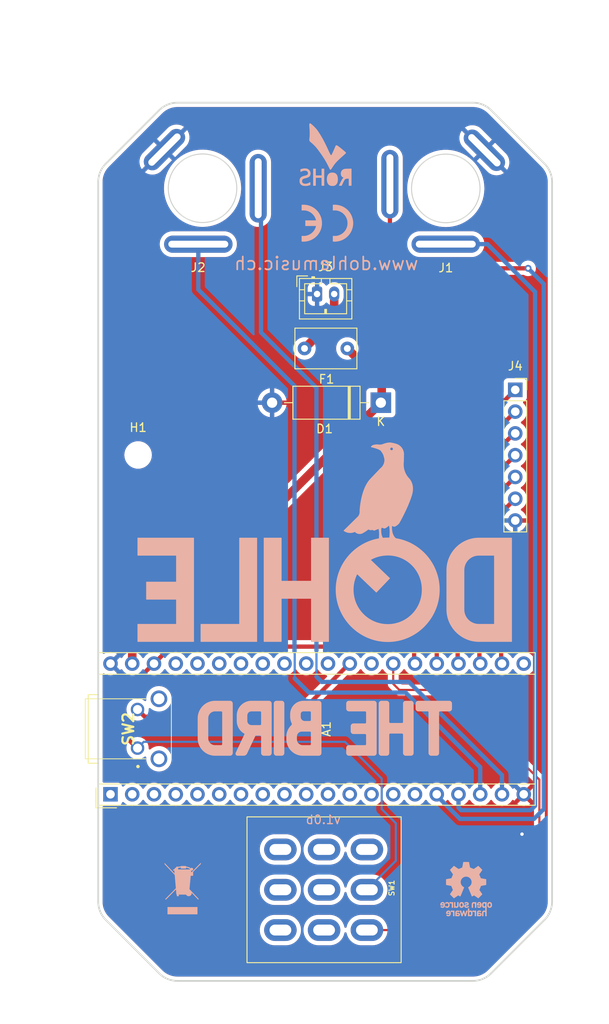
<source format=kicad_pcb>
(kicad_pcb (version 20211014) (generator pcbnew)
  (layers (0 "F.Cu" signal) (31 "B.Cu" signal) (34 "B.Paste" user) (35 "F.Paste" user) (36 "B.SilkS" user "B.Silkscreen") (37 "F.SilkS" user "F.Silkscreen") (38 "B.Mask" user) (39 "F.Mask" user) (44 "Edge.Cuts" user))
  (net 0 "")
  (net 1 "+9V")
  (net 2 "GND")
  (net 3 "Net-(F1-Pad1)")
  (net 4 "+3V3")
  (net 5 "POT1")
  (net 6 "POT2")
  (net 7 "POT3")
  (net 8 "POT4")
  (net 9 "LED")
  (net 10 "BOOT")
  (net 11 "SW")
  (net 29 "FXOutR")
  (net 30 "FXOutL")
  (net 31 "FXInR")
  (net 32 "FXInL")
  (footprint "MountingHole:MountingHole_2.2mm_M2" (layer "F.Cu") (at 135.509 93.7006)
    (fp_text reference "H1")
    (fp_text value "M2x11 standoff")
  )
  (footprint "Connector_PinSocket_2.54mm:PinSocket_1x07_P2.54mm_Vertical" (layer "F.Cu") (at 179.5526 86.106)
    (fp_text reference "J4")
    (fp_text value "Conn_01x07_Female")
  )
  (footprint "Connector_JST:JST_PH_B2B-PH-K_1x02_P2.00mm_Vertical" (layer "F.Cu") (at 156.407919 74.93)
    (fp_text reference "J3")
    (fp_text value "PWR")
  )
  (footprint "Capacitor_THT:C_Rect_L7.0mm_W4.5mm_P5.00mm" (layer "F.Cu") (at 154.94 81.28)
    (fp_text reference "F1")
    (fp_text value "<200mA PTC")
  )
  (footprint "Diode_THT:D_DO-15_P12.70mm_Horizontal" (layer "F.Cu") (at 163.8554 87.6046 180)
    (fp_text reference "D1")
    (fp_text value "1n4001")
  )
  (footprint "footprints:3pdt_footswitch" (layer "F.Cu") (at 157.225962 145.109719 -90)
    (fp_text reference "SW1")
    (fp_text value "3pdt_footswitch" hide)
  )
  (footprint "footprints:StereoJackVertical" (layer "F.Cu") (at 170.837559 52.513936 180)
    (fp_text reference "J1")
    (fp_text value "AudioJack3")
    (fp_circle (center -0.601219 -10.1) (end 3.398781 -10.1) (layer "Edge.Cuts") (width 0.12) (fill none))
  )
  (footprint "footprints:StereoJackVertical" (layer "F.Cu") (at 132.934 63.1952 -90)
    (fp_text reference "J2")
    (fp_text value "AudioJack3")
    (fp_circle (center -0.601219 -10.1) (end 3.398781 -10.1) (layer "Edge.Cuts") (width 0.12) (fill none))
  )
  (footprint "Daisy:Device_Audio_Electrosmith_Daisy_Seed" (layer "F.Cu") (at 132.2832 133.2738 90)
    (fp_text reference "A1")
    (fp_text value "Device_Audio_Electrosmith_Daisy_Seed_Rev4")
  )
  (footprint "SamacSys_Parts:PTS645VJM61LFS" (layer "F.Cu") (at 134.366 126.1364 90)
    (fp_text reference "SW2")
    (fp_text value "SW_Push" hide)
  )
  (gr_poly (pts (xy 144.644623 122.469099) (xy 144.644623 123.505727) (xy 145.204796 123.505727) (xy 145.216344 123.50601) (xy 145.227725 123.506849) (xy 145.238924 123.508231) (xy 145.249931 123.510144) (xy 145.26073 123.512575) (xy 145.27131 123.515511) (xy 145.281657 123.518938) (xy 145.291759 123.522845) (xy 145.301601 123.527218) (xy 145.311172 123.532045) (xy 145.320457 123.537312) (xy 145.329445 123.543007) (xy 145.338121 123.549117) (xy 145.346473 123.555629) (xy 145.354488 123.56253) (xy 145.362153 123.569807) (xy 145.369454 123.577447) (xy 145.376379 123.585438) (xy 145.382914 123.593766) (xy 145.389047 123.602419) (xy 145.394764 123.611384) (xy 145.400053 123.620649) (xy 145.4049 123.630199) (xy 145.409292 123.640022) (xy 145.413217 123.650106) (xy 145.41666 123.660438) (xy 145.41961 123.671004) (xy 145.422052 123.681791) (xy 145.423975 123.692788) (xy 145.425364 123.703981) (xy 145.426207 123.715357) (xy 145.426491 123.726903) (xy 145.426491 127.421247) (xy 145.426207 127.432798) (xy 145.425364 127.444178) (xy 145.423975 127.455374) (xy 145.422052 127.466374) (xy 145.41961 127.477165) (xy 145.41666 127.487733) (xy 145.413217 127.498066) (xy 145.409292 127.508151) (xy 145.4049 127.517975) (xy 145.400053 127.527526) (xy 145.394764 127.53679) (xy 145.389047 127.545754) (xy 145.382914 127.554407) (xy 145.376379 127.562735) (xy 145.369454 127.570725) (xy 145.362153 127.578364) (xy 145.354488 127.58564) (xy 145.346473 127.592539) (xy 145.338121 127.599049) (xy 145.329445 127.605157) (xy 145.320457 127.61085) (xy 145.311172 127.616116) (xy 145.301601 127.620941) (xy 145.291759 127.625313) (xy 145.281657 127.629218) (xy 145.27131 127.632644) (xy 145.26073 127.635579) (xy 145.249931 127.638009) (xy 145.238924 127.639921) (xy 145.227725 127.641302) (xy 145.216344 127.642141) (xy 145.204796 127.642423) (xy 144.644623 127.642423) (xy 144.644623 128.679052) (xy 146.241425 128.679052) (xy 146.252974 128.678768) (xy 146.264355 128.677925) (xy 146.275555 128.676535) (xy 146.286562 128.674613) (xy 146.297362 128.672171) (xy 146.307942 128.669221) (xy 146.318289 128.665778) (xy 146.328391 128.661854) (xy 146.338233 128.657462) (xy 146.347804 128.652615) (xy 146.357089 128.647327) (xy 146.366077 128.64161) (xy 146.374753 128.635478) (xy 146.383105 128.628942) (xy 146.39112 128.622018) (xy 146.398784 128.614717) (xy 146.406085 128.607053) (xy 146.41301 128.599038) (xy 146.419545 128.590686) (xy 146.425678 128.58201) (xy 146.431395 128.573023) (xy 146.436683 128.563738) (xy 146.44153 128.554168) (xy 146.445922 128.544326) (xy 146.449846 128.534225) (xy 146.45329 128.523878) (xy 146.456239 128.513298) (xy 146.458681 128.502498) (xy 146.460604 128.491492) (xy 146.461993 128.480293) (xy 146.462836 128.468912) (xy 146.46312 128.457365) (xy 146.46312 122.690786) (xy 146.462836 122.679234) (xy 146.461993 122.66785) (xy 146.460604 122.656647) (xy 146.458681 122.645639) (xy 146.456238 122.634837) (xy 146.453289 122.624256) (xy 146.449845 122.613908) (xy 146.445921 122.603806) (xy 146.441529 122.593963) (xy 146.436682 122.584392) (xy 146.431393 122.575107) (xy 146.425676 122.56612) (xy 146.419543 122.557444) (xy 146.413008 122.549093) (xy 146.406083 122.54108) (xy 146.398781 122.533416) (xy 146.391117 122.526116) (xy 146.383102 122.519193) (xy 146.37475 122.512659) (xy 146.366073 122.506528) (xy 146.357086 122.500813) (xy 146.3478 122.495526) (xy 146.33823 122.490681) (xy 146.328387 122.48629) (xy 146.318286 122.482367) (xy 146.307939 122.478925) (xy 146.297359 122.475977) (xy 146.286559 122.473535) (xy 146.275553 122.471614) (xy 146.264353 122.470225) (xy 146.252973 122.469382) (xy 146.241425 122.469099) (xy 144.644623 122.469099)) (layer "B.SilkS") (width 0.2) (fill solid))
  (gr_poly (pts (xy 171.764103 146.846469) (xy 171.786311 146.848299) (xy 171.808562 146.852042) (xy 171.819641 146.854666) (xy 171.830655 146.857811) (xy 171.841577 146.86149) (xy 171.852383 146.865718) (xy 171.863047 146.870508) (xy 171.873544 146.875876) (xy 171.883849 146.881834) (xy 171.893935 146.888397) (xy 171.903777 146.895579) (xy 171.91335 146.903395) (xy 171.922629 146.911858) (xy 171.931587 146.920982) (xy 171.9402 146.930782) (xy 171.948441 146.941271) (xy 171.956287 146.952464) (xy 171.96371 146.964374) (xy 171.970685 146.977017) (xy 171.977188 146.990405) (xy 171.983192 147.004554) (xy 171.988673 147.019476) (xy 171.993604 147.035187) (xy 171.99796 147.051699) (xy 172.001716 147.069029) (xy 172.004846 147.087188) (xy 172.007325 147.106193) (xy 172.009127 147.126055) (xy 172.010227 147.146791) (xy 172.0106 147.168413) (xy 172.010168 147.191906) (xy 172.008893 147.21428) (xy 172.006807 147.235561) (xy 172.003939 147.255773) (xy 172.000323 147.274941) (xy 171.995988 147.293088) (xy 171.990965 147.310239) (xy 171.985287 147.326419) (xy 171.978983 147.341652) (xy 171.972086 147.355962) (xy 171.964626 147.369374) (xy 171.956634 147.381912) (xy 171.948142 147.393601) (xy 171.939181 147.404464) (xy 171.929781 147.414527) (xy 171.919974 147.423814) (xy 171.909791 147.432349) (xy 171.899263 147.440156) (xy 171.888422 147.447261) (xy 171.877298 147.453687) (xy 171.865922 147.459458) (xy 171.854326 147.4646) (xy 171.830598 147.473091) (xy 171.806362 147.479355) (xy 171.781867 147.483588) (xy 171.757363 147.485985) (xy 171.733097 147.48674) (xy 171.717415 147.486389) (xy 171.70184 147.485323) (xy 171.686394 147.483525) (xy 171.671099 147.480976) (xy 171.655976 147.47766) (xy 171.641048 147.473559) (xy 171.626337 147.468655) (xy 171.611863 147.462929) (xy 171.597649 147.456366) (xy 171.583718 147.448946) (xy 171.57009 147.440652) (xy 171.556788 147.431466) (xy 171.543833 147.421372) (xy 171.531247 147.41035) (xy 171.519053 147.398383) (xy 171.507271 147.385454) (xy 171.598739 147.30794) (xy 171.605851 147.314934) (xy 171.613284 147.321539) (xy 171.621011 147.327749) (xy 171.629003 147.333553) (xy 171.637233 147.338943) (xy 171.645675 147.34391) (xy 171.6543 147.348445) (xy 171.663082 147.35254) (xy 171.671993 147.356186) (xy 171.681005 147.359375) (xy 171.690092 147.362096) (xy 171.699225 147.364343) (xy 171.708378 147.366105) (xy 171.717524 147.367375) (xy 171.726634 147.368143) (xy 171.735681 147.368401) (xy 171.743709 147.368248) (xy 171.75159 147.36779) (xy 171.759316 147.367027) (xy 171.76688 147.36596) (xy 171.774276 147.364588) (xy 171.781497 147.362912) (xy 171.788534 147.360933) (xy 171.795382 147.358651) (xy 171.802034 147.356066) (xy 171.808481 147.353179) (xy 171.814718 147.349989) (xy 171.820737 147.346498) (xy 171.826531 147.342706) (xy 171.832093 147.338613) (xy 171.837415 147.334219) (xy 171.842492 147.329525) (xy 171.847316 147.324531) (xy 171.85188 147.319238) (xy 171.856176 147.313645) (xy 171.860198 147.307754) (xy 171.863939 147.301564) (xy 171.867392 147.295077) (xy 171.870549 147.288291) (xy 171.873404 147.281209) (xy 171.875949 147.273829) (xy 171.878178 147.266153) (xy 171.880083 147.258181) (xy 171.881658 147.249913) (xy 171.882895 147.241349) (xy 171.883787 147.23249) (xy 171.884327 147.223337) (xy 171.884509 147.213889) (xy 171.494869 147.213889) (xy 171.494869 147.110536) (xy 171.4952 147.095911) (xy 171.496183 147.081623) (xy 171.497799 147.06768) (xy 171.500033 147.054087) (xy 171.502865 147.040854) (xy 171.50628 147.027987) (xy 171.51026 147.015495) (xy 171.514788 147.003383) (xy 171.519846 146.99166) (xy 171.525417 146.980334) (xy 171.531485 146.969411) (xy 171.538031 146.958899) (xy 171.545038 146.948806) (xy 171.55249 146.939139) (xy 171.560368 146.929905) (xy 171.568657 146.921112) (xy 171.577338 146.912768) (xy 171.586394 146.90488) (xy 171.595808 146.897454) (xy 171.605562 146.8905) (xy 171.615641 146.884023) (xy 171.626025 146.878032) (xy 171.636698 146.872534) (xy 171.647643 146.867537) (xy 171.658843 146.863048) (xy 171.67028 146.859073) (xy 171.681937 146.855622) (xy 171.693796 146.852701) (xy 171.705841 146.850318) (xy 171.718054 146.84848) (xy 171.730418 146.847195) (xy 171.742916 146.846469) (xy 171.742916 146.965325) (xy 171.736517 146.965872) (xy 171.730236 146.966685) (xy 171.724078 146.967765) (xy 171.718048 146.96911) (xy 171.71215 146.97072) (xy 171.706389 146.972592) (xy 171.700771 146.974727) (xy 171.6953 146.977123) (xy 171.689981 146.97978) (xy 171.68482 146.982696) (xy 171.67982 146.98587) (xy 171.674987 146.989302) (xy 171.670326 146.992991) (xy 171.665842 146.996935) (xy 171.66154 147.001134) (xy 171.657424 147.005586) (xy 171.653499 147.010291) (xy 171.649771 147.015248) (xy 171.646245 147.020455) (xy 171.642924 147.025913) (xy 171.639815 147.031619) (xy 171.636922 147.037573) (xy 171.63425 147.043774) (xy 171.631804 147.050221) (xy 171.629589 147.056913) (xy 171.627609 147.063849) (xy 171.625871 147.071028) (xy 171.624378 147.078449) (xy 171.623135 147.086111) (xy 171.622148 147.094014) (xy 171.621421 147.102156) (xy 171.620959 147.110536) (xy 171.884509 147.110536) (xy 171.884127 147.10176) (xy 171.883441 147.093244) (xy 171.882458 147.084991) (xy 171.881184 147.077) (xy 171.879625 147.069273) (xy 171.877788 147.061812) (xy 171.875678 147.054617) (xy 171.873302 147.047689) (xy 171.870667 147.041031) (xy 171.867777 147.034642) (xy 171.864641 147.028525) (xy 171.861263 147.02268) (xy 171.857651 147.017109) (xy 171.85381 147.011812) (xy 171.849747 147.006792) (xy 171.845468 147.002048) (xy 171.84098 146.997583) (xy 171.836287 146.993398) (xy 171.831398 146.989493) (xy 171.826318 146.985869) (xy 171.821052 146.982529) (xy 171.815609 146.979474) (xy 171.809993 146.976703) (xy 171.804211 146.974219) (xy 171.79827 146.972023) (xy 171.792175 146.970116) (xy 171.785933 146.968499) (xy 171.77955 146.967174) (xy 171.773032 146.96614) (xy 171.766386 146.965401) (xy 171.759618 146.964957) (xy 171.752734 146.964808) (xy 171.751741 146.964825) (xy 171.750764 146.96487) (xy 171.749798 146.964937) (xy 171.748839 146.965017) (xy 171.746923 146.965189) (xy 171.745958 146.965265) (xy 171.744983 146.965325) (xy 171.744983 146.846469) (xy 171.745949 146.846449) (xy 171.746917 146.846439) (xy 171.748854 146.846442) (xy 171.752734 146.846469) (xy 171.758409 146.84641) (xy 171.761253 146.846403) (xy 171.762677 146.846424) (xy 171.764103 146.846469)) (layer "B.SilkS") (width 0.034835) (fill solid))
  (gr_poly (pts (xy 163.267922 122.690572) (xy 163.267922 128.457601) (xy 163.267639 128.469148) (xy 163.266798 128.480527) (xy 163.265412 128.491724) (xy 163.263495 128.502726) (xy 163.261058 128.51352) (xy 163.258116 128.524094) (xy 163.254681 128.534435) (xy 163.250765 128.544529) (xy 163.246383 128.554363) (xy 163.241546 128.563925) (xy 163.236269 128.573201) (xy 163.230563 128.582179) (xy 163.224442 128.590846) (xy 163.217918 128.599188) (xy 163.211005 128.607192) (xy 163.203716 128.614847) (xy 163.196063 128.622138) (xy 163.18806 128.629052) (xy 163.179719 128.635578) (xy 163.171054 128.641701) (xy 163.162077 128.647408) (xy 163.152801 128.652688) (xy 163.143239 128.657526) (xy 163.133405 128.66191) (xy 163.123311 128.665827) (xy 163.11297 128.669264) (xy 163.102395 128.672208) (xy 163.091599 128.674645) (xy 163.080595 128.676564) (xy 163.069395 128.67795) (xy 163.058014 128.678791) (xy 163.046464 128.679075) (xy 160.131943 128.679075) (xy 160.120395 128.678791) (xy 160.109016 128.677949) (xy 160.097819 128.676562) (xy 160.086816 128.674643) (xy 160.076021 128.672204) (xy 160.065447 128.669259) (xy 160.055106 128.665821) (xy 160.045012 128.661903) (xy 160.035178 128.657517) (xy 160.025616 128.652677) (xy 160.01634 128.647396) (xy 160.007362 128.641686) (xy 159.998695 128.635562) (xy 159.990353 128.629035) (xy 159.982349 128.622119) (xy 159.974695 128.614827) (xy 159.967404 128.607171) (xy 159.96049 128.599166) (xy 159.953965 128.590823) (xy 159.947842 128.582156) (xy 159.942134 128.573178) (xy 159.936855 128.563901) (xy 159.932017 128.55434) (xy 159.927633 128.544506) (xy 159.923716 128.534413) (xy 159.92028 128.524075) (xy 159.917336 128.513503) (xy 159.914899 128.50271) (xy 159.912981 128.491711) (xy 159.911594 128.480518) (xy 159.910753 128.469144) (xy 159.91047 128.457601) (xy 159.91047 127.864065) (xy 159.910753 127.852518) (xy 159.911594 127.841139) (xy 159.912979 127.829943) (xy 159.914897 127.818941) (xy 159.917333 127.808146) (xy 159.920276 127.797573) (xy 159.923711 127.787233) (xy 159.927627 127.777139) (xy 159.932009 127.767306) (xy 159.936846 127.757744) (xy 159.942124 127.748469) (xy 159.94783 127.739491) (xy 159.953951 127.730826) (xy 159.960475 127.722484) (xy 159.967388 127.71448) (xy 159.974678 127.706827) (xy 159.982331 127.699536) (xy 159.990334 127.692623) (xy 159.998676 127.686098) (xy 160.007342 127.679976) (xy 160.016319 127.674268) (xy 160.025596 127.66899) (xy 160.035158 127.664152) (xy 160.044993 127.659768) (xy 160.055088 127.655852) (xy 160.06543 127.652416) (xy 160.076006 127.649472) (xy 160.086803 127.647035) (xy 160.097808 127.645117) (xy 160.109009 127.643731) (xy 160.120391 127.64289) (xy 160.131943 127.642606) (xy 162.009995 127.642606) (xy 162.021542 127.642323) (xy 162.032921 127.641482) (xy 162.044118 127.640096) (xy 162.05512 127.638179) (xy 162.065914 127.635742) (xy 162.076488 127.6328) (xy 162.086829 127.629365) (xy 162.096923 127.625449) (xy 162.106757 127.621067) (xy 162.116319 127.61623) (xy 162.125595 127.610952) (xy 162.134573 127.605246) (xy 162.14324 127.599125) (xy 162.151582 127.592601) (xy 162.159586 127.585688) (xy 162.167241 127.578398) (xy 162.174532 127.570745) (xy 162.181446 127.562741) (xy 162.187972 127.5544) (xy 162.194095 127.545734) (xy 162.199802 127.536756) (xy 162.205082 127.52748) (xy 162.20992 127.517918) (xy 162.214304 127.508083) (xy 162.218221 127.497988) (xy 162.221658 127.487646) (xy 162.224602 127.47707) (xy 162.227039 127.466273) (xy 162.228958 127.455267) (xy 162.230344 127.444067) (xy 162.231185 127.432684) (xy 162.231469 127.421133) (xy 162.231469 126.366941) (xy 162.231186 126.355394) (xy 162.230345 126.344015) (xy 162.228959 126.332818) (xy 162.227041 126.321816) (xy 162.224605 126.311022) (xy 162.221663 126.300448) (xy 162.218227 126.290107) (xy 162.214312 126.280013) (xy 162.209929 126.270179) (xy 162.205093 126.260617) (xy 162.199815 126.251341) (xy 162.194109 126.242363) (xy 162.187987 126.233696) (xy 162.181464 126.225354) (xy 162.17455 126.21735) (xy 162.167261 126.209695) (xy 162.159608 126.202404) (xy 162.151604 126.19549) (xy 162.143263 126.188964) (xy 162.134597 126.182841) (xy 162.125619 126.177134) (xy 162.116343 126.171854) (xy 162.10678 126.167016) (xy 162.096945 126.162632) (xy 162.08685 126.158715) (xy 162.076508 126.155278) (xy 162.065932 126.152334) (xy 162.055135 126.149897) (xy 162.04413 126.147978) (xy 162.03293 126.146592) (xy 162.021547 126.145751) (xy 162.009995 126.145467) (xy 160.654603 126.145467) (xy 160.643055 126.145184) (xy 160.631677 126.144343) (xy 160.62048 126.142957) (xy 160.609478 126.14104) (xy 160.598683 126.138603) (xy 160.588109 126.135661) (xy 160.577769 126.132226) (xy 160.567675 126.12831) (xy 160.557841 126.123928) (xy 160.548279 126.119091) (xy 160.539002 126.113813) (xy 160.530024 126.108107) (xy 160.521358 126.101986) (xy 160.513016 126.095462) (xy 160.505011 126.088549) (xy 160.497357 126.081259) (xy 160.490066 126.073606) (xy 160.483151 126.065602) (xy 160.476626 126.057261) (xy 160.470503 126.048595) (xy 160.464795 126.039618) (xy 160.459516 126.030341) (xy 160.454677 126.020779) (xy 160.450293 126.010944) (xy 160.446376 126.000849) (xy 160.44294 125.990507) (xy 160.439996 125.979931) (xy 160.437558 125.969134) (xy 160.43564 125.958128) (xy 160.434254 125.946928) (xy 160.433412 125.935545) (xy 160.433129 125.923994) (xy 160.433129 125.339323) (xy 160.433412 125.32775) (xy 160.434253 125.316297) (xy 160.435639 125.304981) (xy 160.437556 125.293817) (xy 160.439993 125.282822) (xy 160.442935 125.272012) (xy 160.44637 125.261403) (xy 160.450286 125.251011) (xy 160.454668 125.240853) (xy 160.459505 125.230944) (xy 160.464783 125.221302) (xy 160.470489 125.211942) (xy 160.47661 125.20288) (xy 160.483134 125.194133) (xy 160.490047 125.185717) (xy 160.497337 125.177648) (xy 160.50499 125.169942) (xy 160.512994 125.162616) (xy 160.521335 125.155686) (xy 160.530001 125.149168) (xy 160.538979 125.143078) (xy 160.548255 125.137432) (xy 160.557817 125.132248) (xy 160.567652 125.12754) (xy 160.577747 125.123325) (xy 160.588089 125.119619) (xy 160.598665 125.116439) (xy 160.609463 125.113801) (xy 160.620468 125.111721) (xy 160.631668 125.110215) (xy 160.643051 125.1093) (xy 160.654603 125.108991) (xy 162.009995 125.108991) (xy 162.021542 125.108733) (xy 162.032921 125.107966) (xy 162.044118 125.106699) (xy 162.05512 125.104942) (xy 162.065914 125.102705) (xy 162.076488 125.099997) (xy 162.086829 125.096829) (xy 162.096923 125.09321) (xy 162.106757 125.089149) (xy 162.116319 125.084657) (xy 162.125595 125.079744) (xy 162.134573 125.074418) (xy 162.14324 125.06869) (xy 162.151582 125.06257) (xy 162.159586 125.056066) (xy 162.167241 125.04919) (xy 162.174532 125.04195) (xy 162.181446 125.034357) (xy 162.187972 125.02642) (xy 162.194095 125.018149) (xy 162.199802 125.009554) (xy 162.205082 125.000644) (xy 162.20992 124.991429) (xy 162.214304 124.981919) (xy 162.218221 124.972123) (xy 162.221658 124.962052) (xy 162.224602 124.951715) (xy 162.227039 124.941122) (xy 162.228958 124.930283) (xy 162.230344 124.919206) (xy 162.231185 124.907903) (xy 162.231469 124.896383) (xy 162.231469 123.727033) (xy 162.231186 123.715486) (xy 162.230345 123.704107) (xy 162.228959 123.692911) (xy 162.227041 123.681908) (xy 162.224605 123.671114) (xy 162.221663 123.66054) (xy 162.218227 123.650199) (xy 162.214312 123.640105) (xy 162.209929 123.630271) (xy 162.205093 123.620709) (xy 162.199815 123.611433) (xy 162.194109 123.602455) (xy 162.187987 123.593788) (xy 162.181464 123.585446) (xy 162.17455 123.577442) (xy 162.167261 123.569787) (xy 162.159608 123.562497) (xy 162.151604 123.555582) (xy 162.143263 123.549057) (xy 162.134597 123.542934) (xy 162.125619 123.537226) (xy 162.116343 123.531946) (xy 162.10678 123.527108) (xy 162.096945 123.522724) (xy 162.08685 123.518807) (xy 162.076508 123.51537) (xy 162.065932 123.512427) (xy 162.055135 123.509989) (xy 162.04413 123.508071) (xy 162.03293 123.506684) (xy 162.021547 123.505843) (xy 162.009995 123.505559) (xy 160.131943 123.505559) (xy 160.120395 123.505276) (xy 160.109016 123.504435) (xy 160.097819 123.50305) (xy 160.086816 123.501132) (xy 160.076021 123.498696) (xy 160.065447 123.495753) (xy 160.055106 123.492318) (xy 160.045012 123.488403) (xy 160.035178 123.48402) (xy 160.025616 123.479184) (xy 160.01634 123.473906) (xy 160.007362 123.4682) (xy 159.998695 123.462079) (xy 159.990353 123.455555) (xy 159.982349 123.448643) (xy 159.974695 123.441353) (xy 159.967404 123.433701) (xy 159.96049 123.425697) (xy 159.953965 123.417356) (xy 159.947842 123.408691) (xy 159.942134 123.399714) (xy 159.936855 123.390438) (xy 159.932017 123.380877) (xy 159.927633 123.371042) (xy 159.923716 123.360948) (xy 159.92028 123.350607) (xy 159.917336 123.340032) (xy 159.914899 123.329236) (xy 159.912981 123.318232) (xy 159.911594 123.307033) (xy 159.910753 123.295651) (xy 159.91047 123.284101) (xy 159.91047 122.690565) (xy 159.910753 122.679017) (xy 159.911594 122.667639) (xy 159.912979 122.656442) (xy 159.914897 122.64544) (xy 159.917333 122.634645) (xy 159.920276 122.624071) (xy 159.923711 122.613731) (xy 159.927627 122.603637) (xy 159.932009 122.593803) (xy 159.936846 122.584241) (xy 159.942124 122.574964) (xy 159.94783 122.565986) (xy 159.953951 122.55732) (xy 159.960475 122.548978) (xy 159.967388 122.540973) (xy 159.974678 122.533319) (xy 159.982331 122.526028) (xy 159.990334 122.519113) (xy 159.998676 122.512588) (xy 160.007342 122.506465) (xy 160.016319 122.500757) (xy 160.025596 122.495478) (xy 160.035158 122.490639) (xy 160.044993 122.486255) (xy 160.055088 122.482338) (xy 160.06543 122.478902) (xy 160.076006 122.475958) (xy 160.086803 122.47352) (xy 160.097808 122.471602) (xy 160.109009 122.470216) (xy 160.120391 122.469374) (xy 160.131943 122.469091) (xy 163.046464 122.469091) (xy 163.058011 122.469374) (xy 163.069389 122.470215) (xy 163.080586 122.471601) (xy 163.091588 122.473518) (xy 163.102382 122.475955) (xy 163.112955 122.478897) (xy 163.123295 122.482332) (xy 163.133389 122.486248) (xy 163.143223 122.49063) (xy 163.152784 122.495467) (xy 163.16206 122.500745) (xy 163.171037 122.506451) (xy 163.179703 122.512572) (xy 163.188044 122.519096) (xy 163.196048 122.526009) (xy 163.203702 122.533299) (xy 163.210992 122.540952) (xy 163.217906 122.548956) (xy 163.22443 122.557297) (xy 163.230553 122.565963) (xy 163.23626 122.574941) (xy 163.241539 122.584217) (xy 163.246376 122.593779) (xy 163.25076 122.603614) (xy 163.254676 122.613709) (xy 163.258113 122.624051) (xy 163.261056 122.634627) (xy 163.263493 122.645425) (xy 163.265411 122.65643) (xy 163.266797 122.66763) (xy 163.267639 122.679013) (xy 163.267922 122.690565) (xy 163.267922 122.690572)) (layer "B.SilkS") (width 0.2) (fill solid))
  (gr_poly (pts (xy 171.085075 145.858416) (xy 171.107292 145.860247) (xy 171.129551 145.86399) (xy 171.140633 145.866614) (xy 171.151648 145.869759) (xy 171.162572 145.873438) (xy 171.17338 145.877666) (xy 171.184045 145.882456) (xy 171.194542 145.887824) (xy 171.204847 145.893782) (xy 171.214932 145.900345) (xy 171.224774 145.907528) (xy 171.234346 145.915343) (xy 171.243624 145.923806) (xy 171.252581 145.93293) (xy 171.261192 145.94273) (xy 171.269432 145.953219) (xy 171.277276 145.964411) (xy 171.284697 145.976322) (xy 171.291671 145.988964) (xy 171.298172 146.002353) (xy 171.304174 146.016501) (xy 171.309653 146.031423) (xy 171.314583 146.047134) (xy 171.318937 146.063646) (xy 171.322692 146.080976) (xy 171.325821 146.099135) (xy 171.328299 146.118139) (xy 171.3301 146.138002) (xy 171.331199 146.158738) (xy 171.331572 146.18036) (xy 171.33114 146.203846) (xy 171.329865 146.226215) (xy 171.327779 146.247492) (xy 171.324911 146.2677) (xy 171.321295 146.286864) (xy 171.31696 146.305009) (xy 171.311937 146.322158) (xy 171.306259 146.338336) (xy 171.299955 146.353568) (xy 171.293058 146.367878) (xy 171.285598 146.38129) (xy 171.277606 146.393828) (xy 171.269114 146.405518) (xy 171.260152 146.416382) (xy 171.250753 146.426446) (xy 171.240946 146.435735) (xy 171.230763 146.444271) (xy 171.220235 146.452081) (xy 171.209394 146.459187) (xy 171.198269 146.465615) (xy 171.186894 146.471388) (xy 171.175298 146.476532) (xy 171.15157 146.485028) (xy 171.127334 146.491296) (xy 171.102839 146.495532) (xy 171.078334 146.497931) (xy 171.054069 146.498687) (xy 171.038386 146.498336) (xy 171.022809 146.49727) (xy 171.00736 146.495471) (xy 170.992061 146.492923) (xy 170.976934 146.489607) (xy 170.962002 146.485506) (xy 170.947286 146.480601) (xy 170.932809 146.474876) (xy 170.918592 146.468312) (xy 170.904659 146.460892) (xy 170.891031 146.452599) (xy 170.87773 146.443413) (xy 170.864779 146.433318) (xy 170.852199 146.422297) (xy 170.840013 146.41033) (xy 170.828243 146.397401) (xy 170.91971 146.319886) (xy 170.926822 146.326869) (xy 170.934253 146.333466) (xy 170.941976 146.33967) (xy 170.949965 146.34547) (xy 170.958191 146.350858) (xy 170.966628 146.355826) (xy 170.97525 146.360363) (xy 170.984028 146.364461) (xy 170.992936 146.36811) (xy 171.001946 146.371303) (xy 171.011033 146.374029) (xy 171.020168 146.37628) (xy 171.029324 146.378046) (xy 171.038475 146.379319) (xy 171.047594 146.380089) (xy 171.056653 146.380348) (xy 171.064683 146.380195) (xy 171.072567 146.379738) (xy 171.0803 146.378976) (xy 171.087874 146.377909) (xy 171.095282 146.376539) (xy 171.102516 146.374865) (xy 171.10957 146.372888) (xy 171.116435 146.370608) (xy 171.123105 146.368025) (xy 171.129573 146.36514) (xy 171.135831 146.361952) (xy 171.141872 146.358463) (xy 171.147689 146.354673) (xy 171.153275 146.350582) (xy 171.158622 146.34619) (xy 171.163723 146.341498) (xy 171.168571 146.336505) (xy 171.173158 146.331213) (xy 171.177478 146.325622) (xy 171.181524 146.319731) (xy 171.185287 146.313542) (xy 171.188761 146.307054) (xy 171.191938 146.300268) (xy 171.194812 146.293185) (xy 171.197374 146.285804) (xy 171.199619 146.278126) (xy 171.201538 146.270151) (xy 171.203124 146.261879) (xy 171.204371 146.253312) (xy 171.20527 146.244448) (xy 171.205815 146.23529) (xy 171.205998 146.225836) (xy 170.815841 146.225836) (xy 170.815841 146.122483) (xy 170.816183 146.107612) (xy 170.817199 146.09309) (xy 170.81887 146.078927) (xy 170.821178 146.065128) (xy 170.824104 146.051703) (xy 170.827631 146.038658) (xy 170.83174 146.026002) (xy 170.836414 146.013741) (xy 170.841633 146.001885) (xy 170.84738 145.99044) (xy 170.853637 145.979414) (xy 170.860386 145.968816) (xy 170.867608 145.958652) (xy 170.875285 145.948931) (xy 170.883399 145.939659) (xy 170.891932 145.930846) (xy 170.900866 145.922499) (xy 170.910182 145.914624) (xy 170.919863 145.907231) (xy 170.92989 145.900327) (xy 170.940245 145.893919) (xy 170.950909 145.888016) (xy 170.961866 145.882624) (xy 170.973096 145.877753) (xy 170.984582 145.873408) (xy 170.996304 145.869599) (xy 171.008246 145.866333) (xy 171.020389 145.863617) (xy 171.032714 145.86146) (xy 171.045204 145.859869) (xy 171.057841 145.858852) (xy 171.070605 145.858416) (xy 171.070605 145.976755) (xy 171.063878 145.977033) (xy 171.057271 145.977598) (xy 171.050791 145.978449) (xy 171.044443 145.979585) (xy 171.038232 145.981005) (xy 171.032164 145.982707) (xy 171.026244 145.98469) (xy 171.020477 145.986954) (xy 171.014868 145.989496) (xy 171.009424 145.992317) (xy 171.004149 145.995415) (xy 170.999048 145.998789) (xy 170.994128 146.002437) (xy 170.989393 146.006359) (xy 170.984848 146.010554) (xy 170.980499 146.01502) (xy 170.976352 146.019756) (xy 170.972412 146.024762) (xy 170.968683 146.030035) (xy 170.965172 146.035576) (xy 170.961883 146.041382) (xy 170.958822 146.047454) (xy 170.955995 146.053788) (xy 170.953407 146.060386) (xy 170.951062 146.067245) (xy 170.948967 146.074364) (xy 170.947126 146.081742) (xy 170.945546 146.089378) (xy 170.944231 146.097272) (xy 170.943187 146.105421) (xy 170.942418 146.113825) (xy 170.941931 146.122483) (xy 171.205998 146.122483) (xy 171.205614 146.1137) (xy 171.204924 146.10518) (xy 171.203934 146.096921) (xy 171.202651 146.088926) (xy 171.20108 146.081196) (xy 171.199229 146.073732) (xy 171.197104 146.066535) (xy 171.19471 146.059607) (xy 171.192056 146.052947) (xy 171.189146 146.046558) (xy 171.185989 146.040441) (xy 171.182589 146.034596) (xy 171.178953 146.029026) (xy 171.175089 146.02373) (xy 171.171002 146.018711) (xy 171.166699 146.013969) (xy 171.162186 146.009505) (xy 171.15747 146.005322) (xy 171.152557 146.001419) (xy 171.147453 145.997798) (xy 171.142166 145.99446) (xy 171.136701 145.991406) (xy 171.131065 145.988638) (xy 171.125264 145.986156) (xy 171.119305 145.983962) (xy 171.113195 145.982057) (xy 171.106939 145.980442) (xy 171.100544 145.979117) (xy 171.094017 145.978086) (xy 171.087364 145.977347) (xy 171.080592 145.976903) (xy 171.073706 145.976755) (xy 171.073189 145.976754) (xy 171.072672 145.976755) (xy 171.072672 145.858416) (xy 171.073706 145.858416) (xy 171.079381 145.858357) (xy 171.082224 145.85835) (xy 171.083649 145.858371) (xy 171.085075 145.858416)) (layer "B.SilkS") (width 0.034835) (fill solid))
  (gr_poly (pts (xy 159.742916 61.234343) (xy 159.723406 61.230426) (xy 159.704681 61.225898) (xy 159.686732 61.220755) (xy 159.669554 61.214991) (xy 159.653137 61.208603) (xy 159.637476 61.201587) (xy 159.622563 61.193936) (xy 159.608391 61.185648) (xy 159.594952 61.176718) (xy 159.58224 61.16714) (xy 159.570247 61.156912) (xy 159.558966 61.146028) (xy 159.54839 61.134483) (xy 159.538511 61.122274) (xy 159.529323 61.109395) (xy 159.520818 61.095843) (xy 159.515006 61.0858) (xy 159.509851 61.076471) (xy 159.505314 61.06765) (xy 159.501356 61.05913) (xy 159.497938 61.050705) (xy 159.495022 61.042169) (xy 159.492569 61.033314) (xy 159.490539 61.023935) (xy 159.488894 61.013825) (xy 159.487594 61.002777) (xy 159.486601 60.990586) (xy 159.485876 60.977044) (xy 159.48538 60.961946) (xy 159.485073 60.945084) (xy 159.484875 60.905246) (xy 159.485096 60.866538) (xy 159.485921 60.83503) (xy 159.486637 60.821536) (xy 159.487595 60.809312) (xy 159.488827 60.798182) (xy 159.490362 60.78797) (xy 159.492231 60.7785) (xy 159.494465 60.769595) (xy 159.497095 60.761078) (xy 159.50015 60.752774) (xy 159.503661 60.744505) (xy 159.507659 60.736096) (xy 159.517238 60.718149) (xy 159.525647 60.704159) (xy 159.534935 60.69054) (xy 159.545044 60.677336) (xy 159.555915 60.664591) (xy 159.567489 60.652349) (xy 159.579709 60.640652) (xy 159.592514 60.629547) (xy 159.605846 60.619075) (xy 159.619647 60.609282) (xy 159.633858 60.60021) (xy 159.64842 60.591904) (xy 159.663274 60.584407) (xy 159.678361 60.577764) (xy 159.693624 60.572019) (xy 159.709002 60.567214) (xy 159.724438 60.563394) (xy 159.732057 60.561954) (xy 159.741234 60.560554) (xy 159.763773 60.557904) (xy 159.79107 60.555503) (xy 159.822141 60.553409) (xy 159.856002 60.551679) (xy 159.891668 60.550371) (xy 159.928155 60.549544) (xy 159.964477 60.549255) (xy 160.138596 60.549255) (xy 160.138596 60.89877) (xy 160.138596 61.248284) (xy 159.979163 61.248284) (xy 159.945568 61.247999) (xy 159.911196 61.247183) (xy 159.877017 61.245893) (xy 159.843998 61.244187) (xy 159.81311 61.242121) (xy 159.785321 61.239753) (xy 159.7616 61.23714) (xy 159.742917 61.23434) (xy 159.742916 61.234343)) (layer "B.SilkS") (width 0.066278) (fill solid))
  (gr_poly (pts (xy 154.816613 122.469099) (xy 154.742299 122.471003) (xy 154.66891 122.476653) (xy 154.596542 122.485955) (xy 154.525287 122.498815) (xy 154.45524 122.515139) (xy 154.386495 122.534832) (xy 154.319145 122.557802) (xy 154.253285 122.583953) (xy 154.189009 122.613192) (xy 154.126411 122.645425) (xy 154.065585 122.680558) (xy 154.006624 122.718497) (xy 153.949623 122.759147) (xy 153.894676 122.802416) (xy 153.841877 122.848208) (xy 153.791319 122.89643) (xy 153.743098 122.946987) (xy 153.697306 122.999787) (xy 153.654038 123.054734) (xy 153.613388 123.111735) (xy 153.575449 123.170695) (xy 153.540317 123.231522) (xy 153.508084 123.29412) (xy 153.478845 123.358396) (xy 153.452694 123.424255) (xy 153.429725 123.491605) (xy 153.410031 123.56035) (xy 153.393707 123.630396) (xy 153.380848 123.701651) (xy 153.371546 123.774019) (xy 153.365896 123.847407) (xy 153.363991 123.92172) (xy 153.363991 124.241079) (xy 153.36471 124.289038) (xy 153.366847 124.336575) (xy 153.37038 124.383693) (xy 153.375283 124.430391) (xy 153.381531 124.476671) (xy 153.3891 124.522533) (xy 153.397964 124.567977) (xy 153.408099 124.613006) (xy 153.419479 124.657619) (xy 153.432081 124.701818) (xy 153.445878 124.745603) (xy 153.460847 124.788975) (xy 153.476962 124.831934) (xy 153.494199 124.874483) (xy 153.512532 124.916621) (xy 153.531937 124.958349) (xy 153.535153 124.965092) (xy 153.538169 124.972031) (xy 153.540984 124.979152) (xy 153.543597 124.986442) (xy 153.546006 124.993889) (xy 153.548211 125.001478) (xy 153.550211 125.009197) (xy 153.552004 125.017033) (xy 153.553591 125.024973) (xy 153.554969 125.033004) (xy 153.556138 125.041113) (xy 153.557096 125.049287) (xy 153.557844 125.057513) (xy 153.558379 125.065778) (xy 153.5587 125.074069) (xy 153.558808 125.082372) (xy 153.5584 125.097215) (xy 153.557192 125.111834) (xy 153.55521 125.126214) (xy 153.552478 125.140346) (xy 153.549023 125.154215) (xy 153.544868 125.16781) (xy 153.540041 125.181119) (xy 153.534565 125.194128) (xy 153.528465 125.206827) (xy 153.521768 125.219203) (xy 153.514499 125.231243) (xy 153.506682 125.242935) (xy 153.498343 125.254266) (xy 153.489507 125.265226) (xy 153.480199 125.2758) (xy 153.470444 125.285978) (xy 153.4088 125.345747) (xy 153.35019 125.408681) (xy 153.294746 125.474626) (xy 153.242596 125.543424) (xy 153.193871 125.614921) (xy 153.148701 125.688961) (xy 153.107216 125.765389) (xy 153.069545 125.844048) (xy 153.03582 125.924784) (xy 153.006169 126.00744) (xy 152.980724 126.091862) (xy 152.959613 126.177893) (xy 152.942968 126.265378) (xy 152.930917 126.354161) (xy 152.923591 126.444088) (xy 152.92112 126.535001) (xy 152.92112 126.871931) (xy 152.923514 126.964408) (xy 152.930613 127.05573) (xy 152.9423 127.145781) (xy 152.958453 127.234442) (xy 152.978952 127.321598) (xy 153.003679 127.407132) (xy 153.032511 127.490927) (xy 153.065331 127.572866) (xy 153.102017 127.652832) (xy 153.14245 127.730709) (xy 153.186509 127.80638) (xy 153.234076 127.879728) (xy 153.285029 127.950637) (xy 153.339248 128.018988) (xy 153.396615 128.084667) (xy 153.457008 128.147556) (xy 153.520308 128.207538) (xy 153.586395 128.264496) (xy 153.655148 128.318314) (xy 153.726449 128.368875) (xy 153.800176 128.416063) (xy 153.87621 128.459759) (xy 153.954431 128.499848) (xy 154.034719 128.536213) (xy 154.116953 128.568738) (xy 154.201015 128.597304) (xy 154.286784 128.621796) (xy 154.374139 128.642097) (xy 154.462961 128.658089) (xy 154.553131 128.669657) (xy 154.644527 128.676684) (xy 154.737031 128.679052) (xy 156.597382 128.679052) (xy 156.608928 128.678768) (xy 156.620304 128.677925) (xy 156.631497 128.676535) (xy 156.642494 128.674613) (xy 156.653282 128.672171) (xy 156.663848 128.669221) (xy 156.674179 128.665778) (xy 156.684263 128.661854) (xy 156.694087 128.657462) (xy 156.703637 128.652615) (xy 156.712901 128.647327) (xy 156.721866 128.64161) (xy 156.730519 128.635478) (xy 156.738848 128.628942) (xy 156.746839 128.622018) (xy 156.754479 128.614717) (xy 156.761756 128.607053) (xy 156.768657 128.599038) (xy 156.775169 128.590686) (xy 156.781278 128.58201) (xy 156.786973 128.573023) (xy 156.79224 128.563738) (xy 156.797067 128.554168) (xy 156.80144 128.544326) (xy 156.805347 128.534225) (xy 156.808775 128.523878) (xy 156.811711 128.513298) (xy 156.814142 128.502498) (xy 156.816055 128.491492) (xy 156.817437 128.480293) (xy 156.818276 128.468912) (xy 156.818558 128.457365) (xy 156.818558 122.690786) (xy 156.818276 122.679234) (xy 156.817437 122.66785) (xy 156.816055 122.656647) (xy 156.814142 122.645639) (xy 156.811711 122.634837) (xy 156.808775 122.624256) (xy 156.805347 122.613908) (xy 156.80144 122.603806) (xy 156.797067 122.593963) (xy 156.79224 122.584392) (xy 156.786973 122.575107) (xy 156.781278 122.56612) (xy 156.775169 122.557444) (xy 156.768657 122.549093) (xy 156.761756 122.54108) (xy 156.754479 122.533416) (xy 156.746839 122.526116) (xy 156.738848 122.519193) (xy 156.730519 122.512659) (xy 156.721866 122.506528) (xy 156.712901 122.500813) (xy 156.703637 122.495526) (xy 156.694087 122.490681) (xy 156.684263 122.48629) (xy 156.674179 122.482367) (xy 156.663848 122.478925) (xy 156.653282 122.475977) (xy 156.642494 122.473535) (xy 156.631497 122.471614) (xy 156.620304 122.470225) (xy 156.608928 122.469382) (xy 156.597382 122.469099) (xy 155.102898 122.469099) (xy 155.102898 123.505727) (xy 155.560753 123.505727) (xy 155.572301 123.50601) (xy 155.583682 123.506849) (xy 155.594881 123.508231) (xy 155.605888 123.510144) (xy 155.616687 123.512575) (xy 155.627267 123.515511) (xy 155.637614 123.518938) (xy 155.647716 123.522845) (xy 155.657558 123.527218) (xy 155.667129 123.532045) (xy 155.676414 123.537312) (xy 155.685402 123.543007) (xy 155.694078 123.549117) (xy 155.70243 123.555629) (xy 155.710445 123.56253) (xy 155.71811 123.569807) (xy 155.725411 123.577447) (xy 155.732336 123.585438) (xy 155.738871 123.593766) (xy 155.745004 123.602419) (xy 155.750722 123.611384) (xy 155.75601 123.620649) (xy 155.760857 123.630199) (xy 155.765249 123.640022) (xy 155.769174 123.650106) (xy 155.772617 123.660438) (xy 155.775567 123.671004) (xy 155.778009 123.681791) (xy 155.779932 123.692788) (xy 155.781321 123.703981) (xy 155.782164 123.715357) (xy 155.782448 123.726903) (xy 155.782448 124.603849) (xy 155.782164 124.615402) (xy 155.781321 124.626787) (xy 155.779932 124.637991) (xy 155.778009 124.649001) (xy 155.775567 124.659803) (xy 155.772617 124.670385) (xy 155.769174 124.680734) (xy 155.765249 124.690837) (xy 155.760857 124.70068) (xy 155.75601 124.710251) (xy 155.750722 124.719537) (xy 155.745004 124.728524) (xy 155.738871 124.7372) (xy 155.732336 124.745551) (xy 155.725411 124.753565) (xy 155.71811 124.761228) (xy 155.710445 124.768528) (xy 155.70243 124.775451) (xy 155.694078 124.781985) (xy 155.685402 124.788116) (xy 155.676414 124.793831) (xy 155.667129 124.799118) (xy 155.657558 124.803963) (xy 155.647716 124.808353) (xy 155.637614 124.812276) (xy 155.627267 124.815718) (xy 155.616687 124.818666) (xy 155.605888 124.821107) (xy 155.594881 124.823029) (xy 155.583682 124.824417) (xy 155.572301 124.82526) (xy 155.560753 124.825544) (xy 155.102898 124.825544) (xy 155.102898 125.862173) (xy 155.560753 125.862173) (xy 155.572301 125.862455) (xy 155.583682 125.863294) (xy 155.594881 125.864676) (xy 155.605888 125.866589) (xy 155.616687 125.86902) (xy 155.627267 125.871956) (xy 155.637614 125.875384) (xy 155.647716 125.879291) (xy 155.657558 125.883664) (xy 155.667129 125.88849) (xy 155.676414 125.893758) (xy 155.685402 125.899453) (xy 155.694078 125.905562) (xy 155.70243 125.912074) (xy 155.710445 125.918975) (xy 155.71811 125.926252) (xy 155.725411 125.933892) (xy 155.732336 125.941883) (xy 155.738871 125.950212) (xy 155.745004 125.958865) (xy 155.750722 125.96783) (xy 155.75601 125.977094) (xy 155.760857 125.986644) (xy 155.765249 125.996468) (xy 155.769174 126.006551) (xy 155.772617 126.016883) (xy 155.775567 126.027449) (xy 155.778009 126.038237) (xy 155.779932 126.049234) (xy 155.781321 126.060426) (xy 155.782164 126.071802) (xy 155.782448 126.083349) (xy 155.782448 127.421247) (xy 155.782164 127.432798) (xy 155.781321 127.444178) (xy 155.779932 127.455374) (xy 155.778009 127.466374) (xy 155.775567 127.477165) (xy 155.772617 127.487733) (xy 155.769174 127.498066) (xy 155.765249 127.508151) (xy 155.760857 127.517975) (xy 155.75601 127.527526) (xy 155.750722 127.53679) (xy 155.745004 127.545754) (xy 155.738871 127.554407) (xy 155.732336 127.562735) (xy 155.725411 127.570725) (xy 155.71811 127.578364) (xy 155.710445 127.58564) (xy 155.70243 127.592539) (xy 155.694078 127.599049) (xy 155.685402 127.605157) (xy 155.676414 127.61085) (xy 155.667129 127.616116) (xy 155.657558 127.620941) (xy 155.647716 127.625313) (xy 155.637614 127.629218) (xy 155.627267 127.632644) (xy 155.616687 127.635579) (xy 155.605888 127.638009) (xy 155.594881 127.639921) (xy 155.583682 127.641302) (xy 155.572301 127.642141) (xy 155.560753 127.642423) (xy 154.737031 127.642423) (xy 154.696603 127.641445) (xy 154.65674 127.638539) (xy 154.617489 127.63375) (xy 154.578897 127.62712) (xy 154.541011 127.618694) (xy 154.503878 127.608516) (xy 154.467546 127.596629) (xy 154.432062 127.583076) (xy 154.397472 127.567903) (xy 154.363824 127.551151) (xy 154.331165 127.532866) (xy 154.299542 127.51309) (xy 154.269002 127.491867) (xy 154.239592 127.469242) (xy 154.21136 127.445258) (xy 154.184352 127.419958) (xy 154.158617 127.393386) (xy 154.1342 127.365586) (xy 154.111149 127.336602) (xy 154.089511 127.306478) (xy 154.069333 127.275257) (xy 154.050663 127.242982) (xy 154.033547 127.209698) (xy 154.018032 127.175448) (xy 154.004167 127.140277) (xy 153.991997 127.104227) (xy 153.98157 127.067342) (xy 153.972933 127.029667) (xy 153.966134 126.991244) (xy 153.961219 126.952118) (xy 153.958235 126.912332) (xy 153.95723 126.871931) (xy 153.95723 126.535001) (xy 153.958106 126.499556) (xy 153.960706 126.46467) (xy 153.964989 126.43038) (xy 153.970916 126.396723) (xy 153.978446 126.363736) (xy 153.987538 126.331456) (xy 153.998151 126.299921) (xy 154.010245 126.269168) (xy 154.023779 126.239233) (xy 154.038714 126.210155) (xy 154.055008 126.181969) (xy 154.07262 126.154714) (xy 154.091511 126.128426) (xy 154.111639 126.103143) (xy 154.132965 126.078902) (xy 154.155447 126.055739) (xy 154.179045 126.033692) (xy 154.203718 126.012799) (xy 154.229426 125.993096) (xy 154.256129 125.97462) (xy 154.283786 125.957409) (xy 154.312355 125.941499) (xy 154.341798 125.926929) (xy 154.372072 125.913734) (xy 154.403139 125.901953) (xy 154.434956 125.891622) (xy 154.467483 125.882778) (xy 154.500681 125.875459) (xy 154.534508 125.869702) (xy 154.568923 125.865544) (xy 154.603887 125.863022) (xy 154.639359 125.862173) (xy 154.985077 125.862173) (xy 155.098763 125.862173) (xy 155.098763 124.825544) (xy 154.985077 124.825544) (xy 154.954561 124.824797) (xy 154.924492 124.822581) (xy 154.894906 124.818928) (xy 154.865835 124.813874) (xy 154.837314 124.807451) (xy 154.809378 124.799694) (xy 154.78206 124.790637) (xy 154.755395 124.780313) (xy 154.729417 124.768758) (xy 154.70416 124.756004) (xy 154.679658 124.742086) (xy 154.655946 124.727038) (xy 154.633057 124.710894) (xy 154.611026 124.693687) (xy 154.589887 124.675453) (xy 154.569674 124.656224) (xy 154.550421 124.636035) (xy 154.532163 124.614919) (xy 154.514933 124.592911) (xy 154.498767 124.570045) (xy 154.483697 124.546355) (xy 154.469758 124.521874) (xy 154.456985 124.496637) (xy 154.445411 124.470678) (xy 154.43507 124.44403) (xy 154.425998 124.416728) (xy 154.418227 124.388806) (xy 154.411793 124.360297) (xy 154.406729 124.331236) (xy 154.40307 124.301657) (xy 154.400849 124.271593) (xy 154.400101 124.241079) (xy 154.400101 123.92172) (xy 154.400617 123.899483) (xy 154.402151 123.877632) (xy 154.404682 123.856189) (xy 154.408188 123.835174) (xy 154.412649 123.814608) (xy 154.418043 123.794513) (xy 154.424349 123.774909) (xy 154.431546 123.755816) (xy 154.439613 123.737257) (xy 154.448529 123.719252) (xy 154.458273 123.701822) (xy 154.468823 123.684988) (xy 154.480158 123.668771) (xy 154.492257 123.653192) (xy 154.5051 123.638271) (xy 154.518664 123.624031) (xy 154.532929 123.610491) (xy 154.547874 123.597672) (xy 154.563477 123.585597) (xy 154.579717 123.574285) (xy 154.596573 123.563757) (xy 154.614025 123.554035) (xy 154.63205 123.545139) (xy 154.650628 123.537091) (xy 154.669738 123.529911) (xy 154.689358 123.523621) (xy 154.709467 123.518241) (xy 154.730045 123.513792) (xy 154.751069 123.510295) (xy 154.772519 123.507771) (xy 154.794374 123.506242) (xy 154.816613 123.505727) (xy 155.098763 123.505727) (xy 155.098763 122.469099) (xy 154.816613 122.469099)) (layer "B.SilkS") (width 0.2) (fill solid))
  (gr_poly (pts (xy 141.065208 144.808427) (xy 141.065597 144.791828) (xy 141.066754 144.775431) (xy 141.068662 144.759251) (xy 141.071301 144.743308) (xy 141.074657 144.727617) (xy 141.078709 144.712198) (xy 141.083442 144.697066) (xy 141.088838 144.68224) (xy 141.094879 144.667737) (xy 141.101549 144.653574) (xy 141.108828 144.639769) (xy 141.116701 144.626339) (xy 141.125149 144.613303) (xy 141.134156 144.600676) (xy 141.143703 144.588477) (xy 141.153773 144.576723) (xy 141.16435 144.565432) (xy 141.175414 144.554621) (xy 141.186949 144.544308) (xy 141.198938 144.534509) (xy 141.211363 144.525243) (xy 141.224206 144.516527) (xy 141.237451 144.508378) (xy 141.251079 144.500813) (xy 141.265073 144.493851) (xy 141.279416 144.487509) (xy 141.294091 144.481804) (xy 141.309079 144.476753) (xy 141.324363 144.472374) (xy 141.339927 144.468685) (xy 141.355752 144.465703) (xy 141.371821 144.463445) (xy 141.38177 144.356708) (xy 140.671274 143.60723) (xy 140.042573 144.24763) (xy 140.094399 144.850132) (xy 141.06768 144.850132) (xy 141.067107 144.844992) (xy 141.066607 144.83983) (xy 141.066182 144.834646) (xy 141.065833 144.829442) (xy 141.065561 144.824217) (xy 141.065365 144.818972) (xy 141.065247 144.813709) (xy 141.065208 144.808427)) (layer "B.SilkS") (width 0.010049) (fill solid))
  (gr_poly (pts (xy 158.259077 68.80109) (xy 158.285793 68.803606) (xy 158.312535 68.805787) (xy 158.3393 68.807633) (xy 158.366085 68.809144) (xy 158.392888 68.81032) (xy 158.419704 68.81116) (xy 158.44653 68.811664) (xy 158.473363 68.811832) (xy 158.616161 68.807083) (xy 158.757205 68.792987) (xy 158.896106 68.76977) (xy 159.032472 68.737656) (xy 159.165915 68.696871) (xy 159.296042 68.64764) (xy 159.422464 68.590189) (xy 159.544792 68.524743) (xy 159.662633 68.451528) (xy 159.775598 68.370768) (xy 159.883297 68.28269) (xy 159.985339 68.187518) (xy 160.081333 68.085478) (xy 160.170891 67.976795) (xy 160.25362 67.861695) (xy 160.329132 67.740403) (xy 160.396418 67.614362) (xy 160.454733 67.485166) (xy 160.504076 67.353266) (xy 160.544448 67.219112) (xy 160.575848 67.083155) (xy 160.598277 66.945846) (xy 160.611734 66.807635) (xy 160.61622 66.668974) (xy 160.611734 66.530313) (xy 160.598277 66.392102) (xy 160.575848 66.254793) (xy 160.544448 66.118836) (xy 160.504076 65.984682) (xy 160.454732 65.852782) (xy 160.396418 65.723586) (xy 160.329131 65.597545) (xy 160.292302 65.536139) (xy 160.25362 65.476253) (xy 160.213133 65.417915) (xy 160.17089 65.361153) (xy 160.126941 65.305995) (xy 160.081333 65.25247) (xy 160.034116 65.200606) (xy 159.985338 65.15043) (xy 159.935049 65.101972) (xy 159.883296 65.055259) (xy 159.83013 65.010319) (xy 159.775598 64.96718) (xy 159.719749 64.925871) (xy 159.662632 64.886421) (xy 159.604297 64.848856) (xy 159.544791 64.813205) (xy 159.484164 64.779497) (xy 159.422464 64.747759) (xy 159.35974 64.718021) (xy 159.296042 64.690309) (xy 159.231417 64.664652) (xy 159.165914 64.641078) (xy 159.099583 64.619616) (xy 159.032472 64.600293) (xy 158.96463 64.583138) (xy 158.896105 64.568179) (xy 158.826947 64.555444) (xy 158.757205 64.544961) (xy 158.686926 64.536759) (xy 158.61616 64.530866) (xy 158.544956 64.527309) (xy 158.473363 64.526117) (xy 158.44653 64.526285) (xy 158.419703 64.526789) (xy 158.392888 64.527629) (xy 158.366085 64.528804) (xy 158.3393 64.530315) (xy 158.312534 64.532161) (xy 158.285792 64.534342) (xy 158.259077 64.536858) (xy 158.259077 65.179715) (xy 158.285756 65.176695) (xy 158.312479 65.174154) (xy 158.339238 65.172091) (xy 158.366028 65.170508) (xy 158.392841 65.169405) (xy 158.419673 65.168781) (xy 158.446515 65.168637) (xy 158.473363 65.168974) (xy 158.573321 65.172298) (xy 158.672052 65.182165) (xy 158.769283 65.198418) (xy 158.864739 65.220897) (xy 158.958149 65.249447) (xy 159.049238 65.283908) (xy 159.137734 65.324124) (xy 159.223363 65.369936) (xy 159.305852 65.421187) (xy 159.384927 65.477719) (xy 159.460316 65.539373) (xy 159.531746 65.605994) (xy 159.598942 65.677422) (xy 159.661632 65.7535) (xy 159.719543 65.83407) (xy 159.772401 65.918974) (xy 159.819501 66.007203) (xy 159.860322 66.09764) (xy 159.894862 66.18997) (xy 159.923122 66.283878) (xy 159.945103 66.379048) (xy 159.960803 66.475164) (xy 159.970223 66.571911) (xy 159.973363 66.668974) (xy 159.970223 66.766037) (xy 159.960803 66.862785) (xy 159.945102 66.958901) (xy 159.923122 67.054071) (xy 159.894862 67.147979) (xy 159.860322 67.240309) (xy 159.819501 67.330746) (xy 159.772401 67.418975) (xy 159.74662 67.461959) (xy 159.719543 67.503879) (xy 159.691202 67.544716) (xy 159.661632 67.584449) (xy 159.630867 67.623059) (xy 159.598942 67.660527) (xy 159.56589 67.696832) (xy 159.531746 67.731955) (xy 159.496543 67.765876) (xy 159.460316 67.798575) (xy 159.4231 67.830033) (xy 159.384927 67.86023) (xy 159.345833 67.889146) (xy 159.305852 67.916762) (xy 159.265017 67.943057) (xy 159.223363 67.968013) (xy 159.180924 67.991608) (xy 159.137734 68.013825) (xy 159.093827 68.034642) (xy 159.049238 68.05404) (xy 159.004 68.072) (xy 158.958149 68.088502) (xy 158.911717 68.103525) (xy 158.864739 68.117051) (xy 158.81725 68.12906) (xy 158.769283 68.139531) (xy 158.720872 68.148445) (xy 158.672052 68.155783) (xy 158.622857 68.161525) (xy 158.573321 68.16565) (xy 158.523478 68.16814) (xy 158.473363 68.168974) (xy 158.446516 68.169311) (xy 158.419673 68.169167) (xy 158.392842 68.168543) (xy 158.366028 68.16744) (xy 158.339238 68.165856) (xy 158.312479 68.163794) (xy 158.285757 68.161252) (xy 158.259078 68.158233) (xy 158.259077 68.80109)) (layer "B.SilkS") (width 0.021428) (fill solid))
  (gr_poly (pts (xy 172.278944 146.491294) (xy 172.153083 146.491294) (xy 172.153083 146.115035) (xy 172.152908 146.106627) (xy 172.152389 146.09852) (xy 172.151539 146.090713) (xy 172.150367 146.083202) (xy 172.148884 146.075986) (xy 172.147102 146.069062) (xy 172.14503 146.062429) (xy 172.14268 146.056083) (xy 172.140063 146.050023) (xy 172.137189 146.044247) (xy 172.13407 146.038751) (xy 172.130715 146.033534) (xy 172.127137 146.028594) (xy 172.123345 146.023928) (xy 172.11935 146.019534) (xy 172.115164 146.01541) (xy 172.110798 146.011553) (xy 172.106261 146.007962) (xy 172.101565 146.004633) (xy 172.09672 146.001566) (xy 172.091738 145.998756) (xy 172.086629 145.996203) (xy 172.081404 145.993904) (xy 172.076074 145.991856) (xy 172.065143 145.988507) (xy 172.05392 145.986137) (xy 172.042493 145.984728) (xy 172.030949 145.984263) (xy 172.025053 145.984365) (xy 172.01939 145.984677) (xy 172.013931 145.985206) (xy 172.008647 145.985959) (xy 172.003509 145.986943) (xy 171.998487 145.988166) (xy 171.993553 145.989635) (xy 171.988677 145.991356) (xy 171.98383 145.993337) (xy 171.978984 145.995586) (xy 171.974109 145.998109) (xy 171.969176 146.000913) (xy 171.964157 146.004007) (xy 171.959021 146.007396) (xy 171.95374 146.011089) (xy 171.948285 146.015093) (xy 171.856981 145.90651) (xy 171.864208 145.90109) (xy 171.871526 145.895941) (xy 171.878941 145.891075) (xy 171.886462 145.886501) (xy 171.894097 145.882231) (xy 171.901852 145.878276) (xy 171.909736 145.874646) (xy 171.917756 145.871352) (xy 171.925921 145.868405) (xy 171.934237 145.865816) (xy 171.942712 145.863596) (xy 171.951355 145.861755) (xy 171.960173 145.860304) (xy 171.969174 145.859255) (xy 171.978365 145.858617) (xy 171.987753 145.858402) (xy 172.000125 145.858691) (xy 172.012257 145.85956) (xy 172.024137 145.861006) (xy 172.035754 145.863032) (xy 172.047098 145.865636) (xy 172.058157 145.868818) (xy 172.068919 145.872578) (xy 172.079375 145.876917) (xy 172.089513 145.881834) (xy 172.099322 145.887328) (xy 172.108791 145.893401) (xy 172.117908 145.900051) (xy 172.126664 145.907279) (xy 172.135045 145.915084) (xy 172.143043 145.923467) (xy 172.150644 145.932427) (xy 172.153078 145.932427) (xy 172.153078 145.865822) (xy 172.278939 145.865822) (xy 172.278944 146.491294)) (layer "B.SilkS") (width 0.034835) (fill solid))
  (gr_poly (pts (xy 141.23191 144.808427) (xy 141.232146 144.817722) (xy 141.232843 144.826896) (xy 141.233992 144.835936) (xy 141.23558 144.844831) (xy 141.237597 144.853571) (xy 141.240031 144.862143) (xy 141.242871 144.870536) (xy 141.246105 144.878739) (xy 141.249722 144.886741) (xy 141.253711 144.89453) (xy 141.258061 144.902094) (xy 141.262759 144.909424) (xy 141.267795 144.916506) (xy 141.273158 144.92333) (xy 141.278835 144.929885) (xy 141.284816 144.936158) (xy 141.29109 144.942139) (xy 141.297644 144.947817) (xy 141.304468 144.95318) (xy 141.31155 144.958216) (xy 141.318879 144.962915) (xy 141.326444 144.967265) (xy 141.334233 144.971254) (xy 141.342235 144.974872) (xy 141.350438 144.978106) (xy 141.358832 144.980946) (xy 141.367404 144.983381) (xy 141.376144 144.985398) (xy 141.38504 144.986987) (xy 141.394081 144.988135) (xy 141.403255 144.988833) (xy 141.412552 144.989068) (xy 141.421847 144.988833) (xy 141.431021 144.988135) (xy 141.440061 144.986987) (xy 141.448956 144.985398) (xy 141.457696 144.983381) (xy 141.466268 144.980946) (xy 141.474661 144.978106) (xy 141.482864 144.974872) (xy 141.490866 144.971254) (xy 141.498655 144.967265) (xy 141.506219 144.962915) (xy 141.513549 144.958216) (xy 141.520631 144.95318) (xy 141.527455 144.947817) (xy 141.53401 144.942139) (xy 141.540283 144.936158) (xy 141.546265 144.929885) (xy 141.551942 144.92333) (xy 141.557305 144.916506) (xy 141.562342 144.909424) (xy 141.56704 144.902094) (xy 141.57139 144.89453) (xy 141.575379 144.886741) (xy 141.578997 144.878739) (xy 141.582232 144.870536) (xy 141.585072 144.862143) (xy 141.587506 144.853571) (xy 141.589523 144.844831) (xy 141.591112 144.835936) (xy 141.592261 144.826896) (xy 141.592958 144.817722) (xy 141.593193 144.808427) (xy 141.592958 144.79913) (xy 141.592261 144.789956) (xy 141.591112 144.780915) (xy 141.589523 144.772019) (xy 141.587506 144.763279) (xy 141.585072 144.754707) (xy 141.582232 144.746313) (xy 141.578997 144.73811) (xy 141.575379 144.730108) (xy 141.57139 144.722319) (xy 141.56704 144.714755) (xy 141.562342 144.707425) (xy 141.557305 144.700343) (xy 141.551942 144.693519) (xy 141.546265 144.686965) (xy 141.540283 144.680691) (xy 141.53401 144.67471) (xy 141.527455 144.669033) (xy 141.520631 144.66367) (xy 141.513549 144.658634) (xy 141.506219 144.653936) (xy 141.498655 144.649586) (xy 141.490866 144.645597) (xy 141.482864 144.64198) (xy 141.474661 144.638746) (xy 141.466268 144.635906) (xy 141.457696 144.633472) (xy 141.448956 144.631455) (xy 141.440061 144.629866) (xy 141.431021 144.628718) (xy 141.421847 144.62802) (xy 141.412552 144.627785) (xy 141.403255 144.62802) (xy 141.394081 144.628718) (xy 141.38504 144.629866) (xy 141.376144 144.631455) (xy 141.367404 144.633472) (xy 141.358832 144.635906) (xy 141.350438 144.638746) (xy 141.342235 144.64198) (xy 141.334233 144.645597) (xy 141.326444 144.649586) (xy 141.318879 144.653936) (xy 141.31155 144.658634) (xy 141.304468 144.66367) (xy 141.297644 144.669033) (xy 141.29109 144.67471) (xy 141.284816 144.680691) (xy 141.278835 144.686965) (xy 141.273158 144.693519) (xy 141.267795 144.700343) (xy 141.262759 144.707425) (xy 141.258061 144.714755) (xy 141.253711 144.722319) (xy 141.249722 144.730108) (xy 141.246105 144.73811) (xy 141.242871 144.746313) (xy 141.240031 144.754707) (xy 141.237597 144.763279) (xy 141.23558 144.772019) (xy 141.233992 144.780915) (xy 141.232843 144.789956) (xy 141.232146 144.79913) (xy 141.23191 144.808427)) (layer "B.SilkS") (width 0.010049) (fill solid))
  (gr_poly (pts (xy 174.145431 146.386474) (xy 174.130237 146.400135) (xy 174.114734 146.412902) (xy 174.098931 146.424776) (xy 174.082837 146.435761) (xy 174.06646 146.445856) (xy 174.049811 146.455065) (xy 174.032897 146.463388) (xy 174.015729 146.470828) (xy 173.998315 146.477386) (xy 173.980665 146.483064) (xy 173.962786 146.487864) (xy 173.94469 146.491787) (xy 173.926384 146.494836) (xy 173.907877 146.497011) (xy 173.88918 146.498315) (xy 173.8703 146.498749) (xy 173.8434 146.49793) (xy 173.817371 146.49549) (xy 173.792333 146.491456) (xy 173.768404 146.485856) (xy 173.745705 146.478716) (xy 173.724353 146.470064) (xy 173.70447 146.459926) (xy 173.695115 146.454308) (xy 173.686172 146.448329) (xy 173.677656 146.441992) (xy 173.669581 146.4353) (xy 173.661963 146.428258) (xy 173.654815 146.420867) (xy 173.648154 146.413132) (xy 173.641994 146.405056) (xy 173.63635 146.396643) (xy 173.631236 146.387895) (xy 173.626669 146.378816) (xy 173.622662 146.36941) (xy 173.61923 146.359679) (xy 173.616389 146.349628) (xy 173.614154 146.339259) (xy 173.612538 146.328576) (xy 173.611558 146.317583) (xy 173.611228 146.306282) (xy 173.611841 146.287813) (xy 173.613705 146.269905) (xy 173.616859 146.252631) (xy 173.618932 146.244254) (xy 173.621341 146.236063) (xy 173.624092 146.228067) (xy 173.627189 146.220275) (xy 173.630637 146.212696) (xy 173.634441 146.205338) (xy 173.638605 146.198212) (xy 173.643135 146.191326) (xy 173.648035 146.184689) (xy 173.653309 146.17831) (xy 173.658964 146.172199) (xy 173.665003 146.166363) (xy 173.671431 146.160814) (xy 173.678253 146.155558) (xy 173.685473 146.150606) (xy 173.693097 146.145967) (xy 173.70113 146.14165) (xy 173.709575 146.137663) (xy 173.718439 146.134016) (xy 173.727725 146.130718) (xy 173.737438 146.127778) (xy 173.747584 146.125205) (xy 173.758166 146.123008) (xy 173.76919 146.121196) (xy 173.78066 146.119778) (xy 173.792582 146.118763) (xy 173.896218 146.111413) (xy 173.907513 146.110224) (xy 173.917831 146.108549) (xy 173.927205 146.10642) (xy 173.93567 146.103869) (xy 173.94326 146.100928) (xy 173.946738 146.099321) (xy 173.950009 146.09763) (xy 173.95308 146.095857) (xy 173.955953 146.094008) (xy 173.958633 146.092085) (xy 173.961125 146.090093) (xy 173.963432 146.088037) (xy 173.965559 146.085919) (xy 173.969291 146.081518) (xy 173.972354 146.076922) (xy 173.974784 146.072164) (xy 173.976613 146.067276) (xy 173.977877 146.062291) (xy 173.978611 146.05724) (xy 173.978847 146.052158) (xy 173.978767 146.048147) (xy 173.978523 146.044206) (xy 173.97811 146.040336) (xy 173.977525 146.036543) (xy 173.976761 146.032829) (xy 173.975815 146.029199) (xy 173.974681 146.025657) (xy 173.973355 146.022207) (xy 173.971832 146.018852) (xy 173.970107 146.015596) (xy 173.968176 146.012443) (xy 173.966034 146.009398) (xy 173.963676 146.006463) (xy 173.961097 146.003643) (xy 173.958293 146.000942) (xy 173.955259 145.998363) (xy 173.95199 145.99591) (xy 173.948482 145.993588) (xy 173.944729 145.9914) (xy 173.940727 145.98935) (xy 173.936472 145.987441) (xy 173.931958 145.985678) (xy 173.92718 145.984065) (xy 173.922135 145.982605) (xy 173.916816 145.981303) (xy 173.911221 145.980161) (xy 173.905343 145.979185) (xy 173.899178 145.978377) (xy 173.892721 145.977742) (xy 173.885968 145.977284) (xy 173.878914 145.977006) (xy 173.871554 145.976913) (xy 173.859022 145.977185) (xy 173.846872 145.977989) (xy 173.83508 145.979307) (xy 173.823623 145.98112) (xy 173.812477 145.983411) (xy 173.801619 145.98616) (xy 173.791025 145.989351) (xy 173.780673 145.992963) (xy 173.770537 145.99698) (xy 173.760596 146.001383) (xy 173.750826 146.006153) (xy 173.741203 146.011273) (xy 173.731704 146.016723) (xy 173.722306 146.022487) (xy 173.712984 146.028545) (xy 173.703716 146.034879) (xy 173.626034 145.943645) (xy 173.637751 145.934146) (xy 173.649791 145.925103) (xy 173.662189 145.916537) (xy 173.674978 145.908469) (xy 173.688194 145.900922) (xy 173.70187 145.893917) (xy 173.716043 145.887476) (xy 173.730745 145.881621) (xy 173.746011 145.876373) (xy 173.761877 145.871754) (xy 173.778377 145.867786) (xy 173.795545 145.864491) (xy 173.813415 145.861891) (xy 173.832023 145.860006) (xy 173.851403 145.85886) (xy 173.871589 145.858473) (xy 173.895959 145.859238) (xy 173.919504 145.86153) (xy 173.942119 145.865344) (xy 173.963704 145.870675) (xy 173.984153 145.877516) (xy 173.99392 145.881501) (xy 174.003365 145.885863) (xy 174.012474 145.890599) (xy 174.021236 145.895709) (xy 174.029636 145.901193) (xy 174.037663 145.907051) (xy 174.045303 145.91328) (xy 174.052544 145.919881) (xy 174.059372 145.926853) (xy 174.065774 145.934195) (xy 174.071739 145.941907) (xy 174.077252 145.949988) (xy 174.082302 145.958437) (xy 174.086874 145.967254) (xy 174.090957 145.976437) (xy 174.094537 145.985987) (xy 174.097602 145.995902) (xy 174.100139 146.006183) (xy 174.102134 146.016827) (xy 174.103575 146.027835) (xy 174.104449 146.039205) (xy 174.104743 146.050938) (xy 174.104521 146.060863) (xy 174.103859 146.07052) (xy 174.102767 146.079907) (xy 174.101254 146.089023) (xy 174.099329 146.097866) (xy 174.097001 146.106435) (xy 174.094279 146.11473) (xy 174.091172 146.122747) (xy 174.087689 146.130487) (xy 174.083839 146.137947) (xy 174.079631 146.145126) (xy 174.075075 146.152024) (xy 174.070179 146.158637) (xy 174.064953 146.164966) (xy 174.059405 146.171009) (xy 174.053544 146.176764) (xy 174.047379 146.18223) (xy 174.040921 146.187405) (xy 174.034177 146.192289) (xy 174.027156 146.19688) (xy 174.019868 146.201176) (xy 174.012322 146.205176) (xy 174.004526 146.208879) (xy 173.996491 146.212283) (xy 173.988224 146.215387) (xy 173.979735 146.21819) (xy 173.971033 146.22069) (xy 173.962127 146.222886) (xy 173.943739 146.226359) (xy 173.924644 146.228599) (xy 173.813588 146.238458) (xy 173.805605 146.239265) (xy 173.797889 146.240337) (xy 173.790475 146.241703) (xy 173.783397 146.243394) (xy 173.776689 146.245441) (xy 173.770385 146.247874) (xy 173.76452 146.250723) (xy 173.761762 146.252314) (xy 173.759127 146.25402) (xy 173.756618 146.255845) (xy 173.754241 146.257794) (xy 173.751998 146.25987) (xy 173.749895 146.262076) (xy 173.747936 146.264418) (xy 173.746124 146.266898) (xy 173.744465 146.26952) (xy 173.742963 146.272288) (xy 173.741621 146.275206) (xy 173.740444 146.278278) (xy 173.739437 146.281507) (xy 173.738603 146.284898) (xy 173.737947 146.288454) (xy 173.737473 146.292179) (xy 173.737186 146.296077) (xy 173.737089 146.300152) (xy 173.73724 146.305049) (xy 173.737689 146.309795) (xy 173.73843 146.314388) (xy 173.739458 146.318828) (xy 173.740765 146.323116) (xy 173.742348 146.32725) (xy 173.744198 146.331231) (xy 173.746311 146.335058) (xy 173.748681 146.338732) (xy 173.751302 146.342252) (xy 173.754168 146.345617) (xy 173.757273 146.348828) (xy 173.760611 146.351885) (xy 173.764176 146.354787) (xy 173.767962 146.357534) (xy 173.771964 146.360125) (xy 173.776175 146.362561) (xy 173.78059 146.364842) (xy 173.785203 146.366966) (xy 173.790008 146.368935) (xy 173.794998 146.370747) (xy 173.800169 146.372403) (xy 173.805513 146.373902) (xy 173.811026 146.375244) (xy 173.816701 146.376429) (xy 173.822533 146.377457) (xy 173.828515 146.378327) (xy 173.834642 146.37904) (xy 173.840907 146.379594) (xy 173.847305 146.379991) (xy 173.853831 146.380229) (xy 173.860477 146.380308) (xy 173.875921 146.379991) (xy 173.890816 146.379041) (xy 173.90519 146.37746) (xy 173.919073 146.375249) (xy 173.932494 146.37241) (xy 173.945481 146.368944) (xy 173.958063 146.364853) (xy 173.970269 146.360138) (xy 173.982129 146.354801) (xy 173.99367 146.348844) (xy 174.004922 146.342267) (xy 174.015914 146.335073) (xy 174.026674 146.327263) (xy 174.037232 146.318838) (xy 174.047615 146.309801) (xy 174.057854 146.300152) (xy 174.145431 146.386474)) (layer "B.SilkS") (width 0.034835) (fill solid))
  (gr_poly (pts (xy 154.61622 68.80109) (xy 154.642935 68.803606) (xy 154.669677 68.805787) (xy 154.696443 68.807633) (xy 154.723228 68.809144) (xy 154.750031 68.81032) (xy 154.776846 68.81116) (xy 154.803673 68.811664) (xy 154.830506 68.811832) (xy 154.973304 68.807083) (xy 155.114348 68.792987) (xy 155.253248 68.76977) (xy 155.389615 68.737656) (xy 155.523057 68.696871) (xy 155.653185 68.64764) (xy 155.779607 68.590189) (xy 155.901934 68.524743) (xy 156.019776 68.451528) (xy 156.132741 68.370768) (xy 156.240439 68.28269) (xy 156.342481 68.187518) (xy 156.438476 68.085478) (xy 156.528033 67.976795) (xy 156.610763 67.861695) (xy 156.686274 67.740403) (xy 156.753561 67.614362) (xy 156.811876 67.485166) (xy 156.861219 67.353266) (xy 156.901591 67.219112) (xy 156.932991 67.083155) (xy 156.95542 66.945846) (xy 156.968877 66.807635) (xy 156.973363 66.668974) (xy 156.968877 66.530313) (xy 156.95542 66.392102) (xy 156.932991 66.254793) (xy 156.901591 66.118836) (xy 156.861219 65.984682) (xy 156.811875 65.852782) (xy 156.75356 65.723586) (xy 156.686274 65.597545) (xy 156.649445 65.536139) (xy 156.610763 65.476253) (xy 156.570276 65.417915) (xy 156.528033 65.361153) (xy 156.484083 65.305995) (xy 156.438476 65.25247) (xy 156.391259 65.200606) (xy 156.342481 65.15043) (xy 156.292191 65.101972) (xy 156.240439 65.055259) (xy 156.187272 65.010319) (xy 156.13274 64.96718) (xy 156.076892 64.925871) (xy 156.019775 64.886421) (xy 155.96144 64.848856) (xy 155.901934 64.813205) (xy 155.841307 64.779497) (xy 155.779607 64.747759) (xy 155.716883 64.718021) (xy 155.653185 64.690309) (xy 155.58856 64.664652) (xy 155.523057 64.641078) (xy 155.456726 64.619616) (xy 155.389615 64.600293) (xy 155.321773 64.583138) (xy 155.253248 64.568179) (xy 155.18409 64.555444) (xy 155.114348 64.544961) (xy 155.044069 64.536759) (xy 154.973304 64.530866) (xy 154.902099 64.527309) (xy 154.830506 64.526117) (xy 154.803673 64.526285) (xy 154.776846 64.526789) (xy 154.750031 64.527629) (xy 154.723228 64.528804) (xy 154.696443 64.530315) (xy 154.669677 64.532161) (xy 154.642935 64.534342) (xy 154.61622 64.536858) (xy 154.61622 65.179715) (xy 154.642899 65.176695) (xy 154.669622 65.174154) (xy 154.696381 65.172091) (xy 154.72317 65.170508) (xy 154.749984 65.169405) (xy 154.776816 65.168781) (xy 154.803658 65.168637) (xy 154.830506 65.168974) (xy 154.896274 65.170397) (xy 154.96142 65.174639) (xy 155.025876 65.181648) (xy 155.089576 65.19137) (xy 155.152453 65.203752) (xy 155.214441 65.218739) (xy 155.275473 65.236278) (xy 155.335483 65.256317) (xy 155.394403 65.2788) (xy 155.452168 65.303674) (xy 155.563963 65.360384) (xy 155.670337 65.426017) (xy 155.770755 65.500145) (xy 155.864686 65.582339) (xy 155.951596 65.67217) (xy 156.030953 65.76921) (xy 156.067632 65.8203) (xy 156.102223 65.873031) (xy 156.134659 65.92735) (xy 156.164874 65.983203) (xy 156.192801 66.040537) (xy 156.218374 66.099299) (xy 156.241525 66.159434) (xy 156.262188 66.220889) (xy 156.280297 66.283611) (xy 156.295785 66.347546) (xy 155.044791 66.347546) (xy 155.044791 66.990403) (xy 156.295785 66.990403) (xy 156.280298 67.054337) (xy 156.262189 67.117059) (xy 156.241525 67.178514) (xy 156.218374 67.238649) (xy 156.192802 67.297411) (xy 156.164875 67.354745) (xy 156.13466 67.410598) (xy 156.102224 67.464917) (xy 156.067632 67.517649) (xy 156.030953 67.568738) (xy 155.992252 67.618133) (xy 155.951597 67.665778) (xy 155.909052 67.711622) (xy 155.864686 67.75561) (xy 155.818565 67.797688) (xy 155.770756 67.837803) (xy 155.721324 67.875902) (xy 155.670337 67.911931) (xy 155.617861 67.945836) (xy 155.563963 67.977564) (xy 155.50871 68.007061) (xy 155.452168 68.034274) (xy 155.394403 68.059149) (xy 155.335483 68.081632) (xy 155.275473 68.10167) (xy 155.214441 68.119209) (xy 155.152453 68.134197) (xy 155.089576 68.146578) (xy 155.025876 68.1563) (xy 154.96142 68.163309) (xy 154.896274 68.167552) (xy 154.830506 68.168974) (xy 154.803659 68.169311) (xy 154.776816 68.169167) (xy 154.749985 68.168543) (xy 154.723171 68.16744) (xy 154.696381 68.165856) (xy 154.669622 68.163794) (xy 154.6429 68.161252) (xy 154.61622 68.158233) (xy 154.61622 68.80109)) (layer "B.SilkS") (width 0.021428) (fill solid))
  (gr_poly (pts (xy 148.748765 122.469099) (xy 148.666172 122.471209) (xy 148.584566 122.477473) (xy 148.504054 122.487785) (xy 148.424744 122.502043) (xy 148.346743 122.520141) (xy 148.270157 122.541977) (xy 148.195094 122.567446) (xy 148.121662 122.596445) (xy 148.049967 122.62887) (xy 147.980117 122.664617) (xy 147.912218 122.703583) (xy 147.846379 122.745662) (xy 147.782707 122.790753) (xy 147.721308 122.83875) (xy 147.66229 122.88955) (xy 147.60576 122.943049) (xy 147.551826 122.999143) (xy 147.500594 123.057729) (xy 147.452171 123.118703) (xy 147.406666 123.181961) (xy 147.364185 123.247398) (xy 147.324836 123.314912) (xy 147.288725 123.384399) (xy 147.25596 123.455753) (xy 147.226648 123.528873) (xy 147.200896 123.603654) (xy 147.178813 123.679991) (xy 147.160503 123.757782) (xy 147.146076 123.836923) (xy 147.135639 123.917309) (xy 147.129297 123.998837) (xy 147.12716 124.081403) (xy 147.12716 124.719091) (xy 147.131678 124.839258) (xy 147.145015 124.957041) (xy 147.166845 125.07213) (xy 147.196844 125.18421) (xy 147.234684 125.292972) (xy 147.280042 125.398102) (xy 147.332591 125.499288) (xy 147.392006 125.596219) (xy 147.45796 125.688581) (xy 147.53013 125.776065) (xy 147.608189 125.858356) (xy 147.691811 125.935143) (xy 147.780671 126.006115) (xy 147.874444 126.070958) (xy 147.972804 126.129361) (xy 148.075425 126.181013) (xy 146.994355 128.475446) (xy 146.992789 128.478865) (xy 146.991421 128.482467) (xy 146.990237 128.486226) (xy 146.989225 128.490115) (xy 146.988371 128.494108) (xy 146.987661 128.49818) (xy 146.987082 128.502305) (xy 146.986621 128.506455) (xy 146.986265 128.510605) (xy 146.985999 128.514729) (xy 146.985687 128.522794) (xy 146.985578 128.53044) (xy 146.985566 128.537458) (xy 146.985746 128.54488) (xy 146.98628 128.552189) (xy 146.987161 128.559378) (xy 146.98838 128.566437) (xy 146.989929 128.573359) (xy 146.991801 128.580136) (xy 146.993986 128.58676) (xy 146.996478 128.593223) (xy 146.999268 128.599517) (xy 147.002348 128.605633) (xy 147.00571 128.611564) (xy 147.009345 128.617302) (xy 147.013247 128.622838) (xy 147.017406 128.628165) (xy 147.021815 128.633275) (xy 147.026465 128.638158) (xy 147.031349 128.642808) (xy 147.036459 128.647217) (xy 147.041786 128.651376) (xy 147.047322 128.655276) (xy 147.05306 128.658912) (xy 147.058991 128.662273) (xy 147.065107 128.665352) (xy 147.071401 128.668142) (xy 147.077863 128.670633) (xy 147.084487 128.672818) (xy 147.091264 128.674689) (xy 147.098185 128.676238) (xy 147.105244 128.677457) (xy 147.112431 128.678338) (xy 147.119739 128.678872) (xy 147.12716 128.679052) (xy 147.827378 128.679052) (xy 147.853732 128.67803) (xy 147.879592 128.675026) (xy 147.90488 128.67013) (xy 147.929518 128.663433) (xy 147.953428 128.655024) (xy 147.976533 128.644994) (xy 147.998755 128.633433) (xy 148.020017 128.620433) (xy 148.040241 128.606084) (xy 148.059349 128.590475) (xy 148.077263 128.573697) (xy 148.093907 128.555842) (xy 148.109202 128.536999) (xy 148.12307 128.517258) (xy 148.135435 128.49671) (xy 148.146218 128.475446) (xy 149.155976 126.340177) (xy 149.749741 126.340177) (xy 149.761287 126.340461) (xy 149.772662 126.341304) (xy 149.783855 126.342694) (xy 149.794851 126.344616) (xy 149.805638 126.347059) (xy 149.816204 126.350008) (xy 149.826535 126.353452) (xy 149.836619 126.357376) (xy 149.846442 126.361768) (xy 149.855993 126.366615) (xy 149.865257 126.371904) (xy 149.874222 126.377621) (xy 149.882875 126.383754) (xy 149.891204 126.39029) (xy 149.899195 126.397214) (xy 149.906835 126.404516) (xy 149.914112 126.41218) (xy 149.921013 126.420195) (xy 149.927525 126.428547) (xy 149.933635 126.437224) (xy 149.93933 126.446211) (xy 149.944598 126.455497) (xy 149.949425 126.465067) (xy 149.953798 126.47491) (xy 149.957705 126.485011) (xy 149.961133 126.495358) (xy 149.964069 126.505938) (xy 149.9665 126.516738) (xy 149.968413 126.527744) (xy 149.969796 126.538944) (xy 149.970635 126.550324) (xy 149.970917 126.561872) (xy 149.970917 128.457365) (xy 149.971201 128.468907) (xy 149.972044 128.480283) (xy 149.973434 128.491478) (xy 149.975356 128.502481) (xy 149.977798 128.513278) (xy 149.980748 128.523855) (xy 149.984191 128.5342) (xy 149.988115 128.5443) (xy 149.992507 128.554141) (xy 149.997354 128.563711) (xy 150.002642 128.572996) (xy 150.008359 128.581983) (xy 150.014492 128.59066) (xy 150.021027 128.599013) (xy 150.027951 128.607028) (xy 150.035252 128.614694) (xy 150.042916 128.621997) (xy 150.050931 128.628923) (xy 150.059283 128.63546) (xy 150.067959 128.641594) (xy 150.076946 128.647313) (xy 150.086231 128.652603) (xy 150.095801 128.657452) (xy 150.105644 128.661845) (xy 150.115745 128.665771) (xy 150.126092 128.669216) (xy 150.136671 128.672167) (xy 150.147471 128.674611) (xy 150.158477 128.676534) (xy 150.169677 128.677924) (xy 150.181057 128.678768) (xy 150.192605 128.679052) (xy 150.785851 128.679052) (xy 150.797398 128.678768) (xy 150.808778 128.677925) (xy 150.819977 128.676535) (xy 150.830983 128.674613) (xy 150.841782 128.672171) (xy 150.852362 128.669221) (xy 150.862709 128.665778) (xy 150.87281 128.661854) (xy 150.882652 128.657462) (xy 150.892223 128.652615) (xy 150.901508 128.647327) (xy 150.910496 128.64161) (xy 150.919172 128.635478) (xy 150.927525 128.628942) (xy 150.93554 128.622018) (xy 150.943204 128.614717) (xy 150.950506 128.607053) (xy 150.957431 128.599038) (xy 150.963967 128.590686) (xy 150.9701 128.58201) (xy 150.975817 128.573023) (xy 150.981106 128.563738) (xy 150.985953 128.554168) (xy 150.990346 128.544326) (xy 150.994271 128.534225) (xy 150.997714 128.523878) (xy 151.000664 128.513298) (xy 151.003107 128.502498) (xy 151.005029 128.491492) (xy 151.006419 128.480293) (xy 151.007262 128.468912) (xy 151.007546 128.457365) (xy 151.007546 122.690786) (xy 151.007262 122.679234) (xy 151.006419 122.66785) (xy 151.005029 122.656647) (xy 151.003107 122.645639) (xy 151.000664 122.634837) (xy 150.997715 122.624256) (xy 150.994271 122.613908) (xy 150.990347 122.603806) (xy 150.985955 122.593963) (xy 150.981108 122.584392) (xy 150.975819 122.575107) (xy 150.970102 122.56612) (xy 150.963969 122.557444) (xy 150.957434 122.549093) (xy 150.950509 122.54108) (xy 150.943207 122.533416) (xy 150.935543 122.526116) (xy 150.927528 122.519193) (xy 150.919176 122.512659) (xy 150.910499 122.506528) (xy 150.901512 122.500813) (xy 150.892226 122.495526) (xy 150.882656 122.490681) (xy 150.872813 122.48629) (xy 150.862712 122.482367) (xy 150.852365 122.478925) (xy 150.841785 122.475977) (xy 150.830985 122.473535) (xy 150.819979 122.471614) (xy 150.808779 122.470225) (xy 150.797399 122.469382) (xy 150.785851 122.469099) (xy 149.426247 122.469099) (xy 149.426247 123.505727) (xy 149.749741 123.505727) (xy 149.761287 123.50601) (xy 149.772662 123.506849) (xy 149.783855 123.508231) (xy 149.794851 123.510144) (xy 149.805638 123.512575) (xy 149.816204 123.515511) (xy 149.826535 123.518938) (xy 149.836619 123.522845) (xy 149.846442 123.527218) (xy 149.855993 123.532045) (xy 149.865257 123.537312) (xy 149.874222 123.543007) (xy 149.882875 123.549117) (xy 149.891204 123.555629) (xy 149.899195 123.56253) (xy 149.906835 123.569807) (xy 149.914112 123.577447) (xy 149.921013 123.585438) (xy 149.927525 123.593766) (xy 149.933635 123.602419) (xy 149.93933 123.611384) (xy 149.944598 123.620649) (xy 149.949425 123.630199) (xy 149.953798 123.640022) (xy 149.957705 123.650106) (xy 149.961133 123.660438) (xy 149.964069 123.671004) (xy 149.9665 123.681791) (xy 149.968413 123.692788) (xy 149.969796 123.703981) (xy 149.970635 123.715357) (xy 149.970917 123.726903) (xy 149.970917 125.082372) (xy 149.970635 125.093917) (xy 149.969796 125.105294) (xy 149.968414 125.116491) (xy 149.966501 125.127495) (xy 149.96407 125.138293) (xy 149.961134 125.148872) (xy 149.957706 125.159218) (xy 149.953799 125.169318) (xy 149.949426 125.17916) (xy 149.944599 125.18873) (xy 149.939332 125.198016) (xy 149.933637 125.207004) (xy 149.927528 125.21568) (xy 149.921016 125.224033) (xy 149.914115 125.232049) (xy 149.906838 125.239714) (xy 149.899198 125.247016) (xy 149.891207 125.253942) (xy 149.882878 125.260479) (xy 149.874225 125.266613) (xy 149.86526 125.272331) (xy 149.855996 125.277621) (xy 149.846446 125.282469) (xy 149.836622 125.286863) (xy 149.826538 125.290788) (xy 149.816207 125.294233) (xy 149.805641 125.297183) (xy 149.794853 125.299626) (xy 149.783856 125.30155) (xy 149.772663 125.30294) (xy 149.761287 125.303783) (xy 149.749741 125.304067) (xy 148.757554 125.304067) (xy 148.727012 125.303319) (xy 148.69687 125.301099) (xy 148.667165 125.297439) (xy 148.637933 125.292375) (xy 148.609214 125.285941) (xy 148.581043 125.27817) (xy 148.553459 125.269097) (xy 148.526498 125.258757) (xy 148.500199 125.247183) (xy 148.474598 125.234409) (xy 148.449733 125.22047) (xy 148.425641 125.2054) (xy 148.40236 125.189233) (xy 148.379928 125.172003) (xy 148.35838 125.153744) (xy 148.337756 125.134491) (xy 148.318092 125.114278) (xy 148.299425 125.093139) (xy 148.281794 125.071108) (xy 148.265235 125.048219) (xy 148.249785 125.024507) (xy 148.235484 125.000005) (xy 148.222366 124.974748) (xy 148.210471 124.94877) (xy 148.199835 124.922105) (xy 148.190496 124.894788) (xy 148.182491 124.866852) (xy 148.175858 124.838331) (xy 148.170634 124.809261) (xy 148.166856 124.779675) (xy 148.164561 124.749607) (xy 148.163788 124.719091) (xy 148.163788 124.081403) (xy 148.164535 124.050914) (xy 148.166751 124.020923) (xy 148.170403 123.991461) (xy 148.175458 123.96256) (xy 148.18188 123.93425) (xy 148.189637 123.906562) (xy 148.198694 123.879526) (xy 148.209017 123.853174) (xy 148.220572 123.827536) (xy 148.233325 123.802643) (xy 148.247242 123.778525) (xy 148.26229 123.755214) (xy 148.278433 123.732741) (xy 148.295639 123.711135) (xy 148.313873 123.690428) (xy 148.333102 123.67065) (xy 148.353291 123.651833) (xy 148.374406 123.634006) (xy 148.396413 123.617202) (xy 148.419278 123.60145) (xy 148.442968 123.586781) (xy 148.467449 123.573227) (xy 148.492686 123.560817) (xy 148.518645 123.549583) (xy 148.545292 123.539556) (xy 148.572594 123.530766) (xy 148.600517 123.523243) (xy 148.629025 123.517019) (xy 148.658087 123.512125) (xy 148.687667 123.508591) (xy 148.717731 123.506448) (xy 148.748246 123.505727) (xy 149.421074 123.505727) (xy 149.421074 122.469099) (xy 148.748765 122.469099)) (layer "B.SilkS") (width 0.2) (fill solid))
  (gr_poly (pts (xy 176.558126 145.858416) (xy 176.575944 145.858895) (xy 176.592864 145.860289) (xy 176.608908 145.86253) (xy 176.6241 145.865552) (xy 176.638462 145.869289) (xy 176.652018 145.873674) (xy 176.664791 145.878641) (xy 176.676803 145.884122) (xy 176.688077 145.890051) (xy 176.698638 145.896362) (xy 176.708508 145.902988) (xy 176.717709 145.909863) (xy 176.726265 145.916919) (xy 176.7342 145.924091) (xy 176.741535 145.931312) (xy 176.748295 145.938514) (xy 176.756983 145.948473) (xy 176.765016 145.958521) (xy 176.772406 145.968783) (xy 176.779168 145.979382) (xy 176.785313 145.990441) (xy 176.790855 146.002085) (xy 176.795808 146.014435) (xy 176.800183 146.027616) (xy 176.803995 146.041751) (xy 176.807256 146.056964) (xy 176.80998 146.073377) (xy 176.812179 146.091115) (xy 176.813866 146.1103) (xy 176.815055 146.131057) (xy 176.815759 146.153507) (xy 176.815991 146.177776) (xy 176.815759 146.202258) (xy 176.815055 146.224904) (xy 176.813866 146.245838) (xy 176.812179 146.265184) (xy 176.80998 146.283066) (xy 176.807256 146.299608) (xy 176.803995 146.314934) (xy 176.800183 146.329168) (xy 176.795808 146.342434) (xy 176.790855 146.354855) (xy 176.785313 146.366555) (xy 176.779168 146.37766) (xy 176.772406 146.388291) (xy 176.765016 146.398574) (xy 176.756983 146.408631) (xy 176.748295 146.418588) (xy 176.741535 146.425791) (xy 176.7342 146.433012) (xy 176.726265 146.440184) (xy 176.717709 146.44724) (xy 176.708508 146.454115) (xy 176.698638 146.460741) (xy 176.688077 146.467052) (xy 176.676803 146.472981) (xy 176.67089 146.475782) (xy 176.664791 146.478462) (xy 176.658501 146.481014) (xy 176.652018 146.483429) (xy 176.64534 146.485698) (xy 176.638462 146.487813) (xy 176.631383 146.489767) (xy 176.6241 146.49155) (xy 176.616609 146.493155) (xy 176.608908 146.494573) (xy 176.600994 146.495795) (xy 176.592864 146.496814) (xy 176.584515 146.497621) (xy 176.575944 146.498208) (xy 176.567149 146.498566) (xy 176.558126 146.498687) (xy 176.540313 146.498208) (xy 176.523397 146.496814) (xy 176.507356 146.494573) (xy 176.492166 146.49155) (xy 176.477804 146.487813) (xy 176.464248 146.483429) (xy 176.451475 146.478462) (xy 176.439462 146.472981) (xy 176.428185 146.467052) (xy 176.417622 146.460741) (xy 176.407751 146.454115) (xy 176.398547 146.44724) (xy 176.389989 146.440184) (xy 176.382053 146.433012) (xy 176.374716 146.425791) (xy 176.367956 146.418588) (xy 176.359268 146.408631) (xy 176.351235 146.398572) (xy 176.343845 146.388288) (xy 176.337083 146.377655) (xy 176.330938 146.366549) (xy 176.325396 146.354846) (xy 176.320443 146.342423) (xy 176.316068 146.329155) (xy 176.312256 146.31492) (xy 176.308995 146.299593) (xy 176.306272 146.283051) (xy 176.304073 146.265169) (xy 176.302385 146.245825) (xy 176.301196 146.224894) (xy 176.300492 146.202252) (xy 176.30026 146.177776) (xy 176.300492 146.153507) (xy 176.301196 146.131055) (xy 176.302385 146.110297) (xy 176.304073 146.09111) (xy 176.306272 146.07337) (xy 176.308995 146.056955) (xy 176.312256 146.04174) (xy 176.316068 146.027603) (xy 176.320443 146.014421) (xy 176.325396 146.002069) (xy 176.330938 145.990426) (xy 176.337083 145.979367) (xy 176.343845 145.96877) (xy 176.351235 145.958511) (xy 176.359268 145.948467) (xy 176.367956 145.938514) (xy 176.374563 145.93147) (xy 176.381725 145.924406) (xy 176.389463 145.917385) (xy 176.397797 145.91047) (xy 176.406748 145.903722) (xy 176.416338 145.897204) (xy 176.426587 145.890978) (xy 176.437515 145.885108) (xy 176.449145 145.879655) (xy 176.455229 145.877105) (xy 176.461496 145.874682) (xy 176.467949 145.872395) (xy 176.47459 145.870251) (xy 176.481421 145.868259) (xy 176.488446 145.866425) (xy 176.495668 145.864758) (xy 176.503088 145.863266) (xy 176.510709 145.861956) (xy 176.518534 145.860837) (xy 176.526565 145.859915) (xy 176.534806 145.859199) (xy 176.543258 145.858697) (xy 176.551924 145.858416) (xy 176.551924 145.984506) (xy 176.544332 145.985031) (xy 176.536857 145.985943) (xy 176.529523 145.987227) (xy 176.522351 145.988865) (xy 176.515362 145.990839) (xy 176.508579 145.993134) (xy 176.502023 145.995733) (xy 176.495717 145.998618) (xy 176.489681 146.001772) (xy 176.483937 146.00518) (xy 176.478508 146.008823) (xy 176.473415 146.012684) (xy 176.46868 146.016748) (xy 176.464325 146.020997) (xy 176.460371 146.025414) (xy 176.45684 146.029982) (xy 176.452634 146.036138) (xy 176.448799 146.042206) (xy 176.44532 146.048294) (xy 176.442185 146.054512) (xy 176.43938 146.060971) (xy 176.43689 146.067781) (xy 176.434703 146.075051) (xy 176.432804 146.082891) (xy 176.431179 146.091411) (xy 176.429816 146.100721) (xy 176.4287 146.110931) (xy 176.427818 146.122151) (xy 176.427155 146.134491) (xy 176.426699 146.14806) (xy 176.426436 146.162969) (xy 176.426351 146.179327) (xy 176.426699 146.210174) (xy 176.427155 146.223561) (xy 176.427818 146.235736) (xy 176.4287 146.246808) (xy 176.429816 146.256887) (xy 176.431179 146.266083) (xy 176.432804 146.274504) (xy 176.434703 146.28226) (xy 176.43689 146.28946) (xy 176.43938 146.296215) (xy 176.442185 146.302632) (xy 176.44532 146.308822) (xy 176.448799 146.314894) (xy 176.452634 146.320957) (xy 176.45684 146.327121) (xy 176.458638 146.329533) (xy 176.460557 146.331909) (xy 176.464742 146.336539) (xy 176.46937 146.34099) (xy 176.474415 146.345242) (xy 176.47985 146.349273) (xy 176.485651 146.353063) (xy 176.491792 146.356591) (xy 176.498247 146.359836) (xy 176.504991 146.362778) (xy 176.511997 146.365395) (xy 176.519241 146.367666) (xy 176.526697 146.369571) (xy 176.534339 146.37109) (xy 176.542142 146.3722) (xy 176.550079 146.372881) (xy 176.558126 146.373113) (xy 176.566178 146.372881) (xy 176.574121 146.372201) (xy 176.581928 146.371092) (xy 176.589574 146.369576) (xy 176.597032 146.367673) (xy 176.604278 146.365404) (xy 176.611286 146.362789) (xy 176.61803 146.359849) (xy 176.624485 146.356605) (xy 176.630625 146.353078) (xy 176.636424 146.349288) (xy 176.641856 146.345256) (xy 176.646897 146.341003) (xy 176.65152 146.336548) (xy 176.6557 146.331914) (xy 176.659411 146.327121) (xy 176.663623 146.320953) (xy 176.667475 146.314877) (xy 176.670979 146.308783) (xy 176.674147 146.302561) (xy 176.676991 146.296101) (xy 176.679525 146.289291) (xy 176.681759 146.282023) (xy 176.683706 146.274186) (xy 176.685378 146.265669) (xy 176.686788 146.256363) (xy 176.687948 146.246158) (xy 176.688869 146.234942) (xy 176.689565 146.222606) (xy 176.690047 146.20904) (xy 176.690327 146.194133) (xy 176.690417 146.177776) (xy 176.690047 146.146926) (xy 176.689565 146.133536) (xy 176.688869 146.121357) (xy 176.687948 146.11028) (xy 176.686788 146.100197) (xy 176.685378 146.090997) (xy 176.683706 146.082573) (xy 176.681759 146.074814) (xy 176.679525 146.067612) (xy 176.676991 146.060857) (xy 176.674147 146.054441) (xy 176.670979 146.048255) (xy 176.667475 146.042189) (xy 176.663623 146.036134) (xy 176.659411 146.029982) (xy 176.657616 146.027571) (xy 176.6557 146.0252) (xy 176.65152 146.020586) (xy 176.646897 146.016161) (xy 176.641856 146.011942) (xy 176.636424 146.00795) (xy 176.630625 146.004203) (xy 176.624485 146.000722) (xy 176.61803 145.997525) (xy 176.611286 145.994631) (xy 176.604278 145.992061) (xy 176.597032 145.989833) (xy 176.589574 145.987967) (xy 176.581928 145.986482) (xy 176.574121 145.985397) (xy 176.566178 145.984732) (xy 176.558126 145.984506) (xy 176.556056 145.984492) (xy 176.555014 145.98449) (xy 176.554499 145.984496) (xy 176.553992 145.984506) (xy 176.553992 145.858416) (xy 176.555033 145.858408) (xy 176.556052 145.858409) (xy 176.558126 145.858416)) (layer "B.SilkS") (width 0.034835) (fill solid))
  (gr_poly (pts (xy 158.079899 60.287476) (xy 158.187021 60.1233) (xy 158.277576 59.987541) (xy 158.356181 59.874123) (xy 158.427451 59.776969) (xy 158.496 59.69) (xy 158.566445 59.60714) (xy 158.643399 59.52231) (xy 158.731478 59.429434) (xy 158.77362 59.386695) (xy 158.82647 59.334808) (xy 158.887902 59.275767) (xy 158.955793 59.211567) (xy 159.102453 59.075669) (xy 159.176972 59.007961) (xy 159.249452 58.943073) (xy 159.497268 58.721949) (xy 159.652041 58.580591) (xy 159.70015 58.534562) (xy 159.731733 58.502162) (xy 159.749037 58.481285) (xy 159.753036 58.47451) (xy 159.754306 58.469826) (xy 159.753589 58.466046) (xy 159.75145 58.461217) (xy 159.747906 58.455354) (xy 159.742976 58.448473) (xy 159.729025 58.431719) (xy 159.709738 58.411079) (xy 159.685257 58.386678) (xy 159.655722 58.358639) (xy 159.621276 58.327088) (xy 159.58206 58.292149) (xy 159.538214 58.253946) (xy 159.48988 58.212604) (xy 159.380313 58.120998) (xy 159.254489 58.018328) (xy 159.113538 57.905588) (xy 159.009312 57.823461) (xy 158.92501 57.758422) (xy 158.857708 57.708578) (xy 158.829518 57.688764) (xy 158.804483 57.672039) (xy 158.782236 57.658168) (xy 158.762412 57.646913) (xy 158.744646 57.638039) (xy 158.728571 57.631308) (xy 158.713824 57.626484) (xy 158.700038 57.623332) (xy 158.686847 57.621614) (xy 158.673888 57.621094) (xy 158.61815 57.621094) (xy 158.550244 57.77967) (xy 158.426318 58.064653) (xy 158.300921 58.346122) (xy 158.197777 58.57147) (xy 158.161962 58.646658) (xy 158.140607 58.688088) (xy 158.132288 58.701568) (xy 158.123889 58.713834) (xy 158.119662 58.71951) (xy 158.115418 58.724881) (xy 158.111158 58.729946) (xy 158.106882 58.734706) (xy 158.102592 58.73916) (xy 158.098288 58.743306) (xy 158.093971 58.747146) (xy 158.089642 58.750678) (xy 158.085302 58.753902) (xy 158.080952 58.756818) (xy 158.076593 58.759424) (xy 158.072225 58.761722) (xy 158.06785 58.76371) (xy 158.063469 58.765387) (xy 158.059081 58.766754) (xy 158.054689 58.76781) (xy 158.050293 58.768554) (xy 158.045893 58.768986) (xy 158.041492 58.769106) (xy 158.037089 58.768914) (xy 158.032686 58.768408) (xy 158.028283 58.767588) (xy 158.023881 58.766454) (xy 158.019482 58.765006) (xy 158.015086 58.763243) (xy 158.010693 58.761164) (xy 158.006306 58.75877) (xy 158.001924 58.756059) (xy 157.997977 58.752893) (xy 157.99338 58.748157) (xy 157.982314 58.734128) (xy 157.968882 58.714283) (xy 157.953242 58.688931) (xy 157.935552 58.658382) (xy 157.91597 58.622943) (xy 157.87176 58.538636) (xy 157.821874 58.438485) (xy 157.767574 58.324962) (xy 157.710121 58.20054) (xy 157.650777 58.067694) (xy 157.591699 57.936866) (xy 157.521144 57.786565) (xy 157.358274 57.452946) (xy 157.187504 57.11764) (xy 157.107076 56.96523) (xy 157.034176 56.831449) (xy 156.946055 56.676362) (xy 156.853024 56.518589) (xy 156.757705 56.362228) (xy 156.662723 56.211376) (xy 156.570701 56.070132) (xy 156.484262 55.942592) (xy 156.406029 55.832855) (xy 156.338625 55.745017) (xy 156.294039 55.691701) (xy 156.244377 55.635444) (xy 156.190682 55.57718) (xy 156.133995 55.517846) (xy 156.015808 55.399709) (xy 155.898147 55.288513) (xy 155.789342 55.191743) (xy 155.740863 55.151106) (xy 155.697722 55.116881) (xy 155.660959 55.090004) (xy 155.631617 55.07141) (xy 155.610736 55.062035) (xy 155.603794 55.061096) (xy 155.599358 55.062814) (xy 155.599249 55.063451) (xy 155.59981 55.064444) (xy 155.602744 55.067379) (xy 155.607773 55.071386) (xy 155.614508 55.076232) (xy 155.631547 55.08751) (xy 155.650757 55.09935) (xy 155.669035 55.10989) (xy 155.676854 55.114091) (xy 155.683277 55.117269) (xy 155.687916 55.119191) (xy 155.689444 55.119609) (xy 155.690381 55.119624) (xy 155.690678 55.11921) (xy 155.690287 55.118336) (xy 155.687244 55.115094) (xy 155.658203 55.090071) (xy 155.632751 55.072025) (xy 155.610688 55.060747) (xy 155.591815 55.056031) (xy 155.575933 55.05767) (xy 155.56284 55.065457) (xy 155.552339 55.079185) (xy 155.544228 55.098645) (xy 155.538309 55.123633) (xy 155.534381 55.153939) (xy 155.531701 55.229682) (xy 155.534591 55.324217) (xy 155.541453 55.435886) (xy 155.560704 55.704005) (xy 155.569898 55.857141) (xy 155.576674 56.020784) (xy 155.579434 56.19328) (xy 155.576581 56.37297) (xy 155.57255 56.464995) (xy 155.566517 56.558198) (xy 155.558282 56.652371) (xy 155.547645 56.747308) (xy 155.541098 56.804185) (xy 155.536536 56.854508) (xy 155.533955 56.898852) (xy 155.533347 56.937796) (xy 155.534708 56.971914) (xy 155.538031 57.001786) (xy 155.543311 57.027986) (xy 155.550541 57.051091) (xy 155.559716 57.071679) (xy 155.57083 57.090327) (xy 155.583877 57.10761) (xy 155.598851 57.124106) (xy 155.615747 57.140392) (xy 155.634558 57.157044) (xy 155.677903 57.193754) (xy 155.82598 57.321679) (xy 155.95543 57.438121) (xy 156.014548 57.493495) (xy 156.070664 57.54775) (xy 156.12433 57.60147) (xy 156.176097 57.655238) (xy 156.226517 57.709638) (xy 156.27614 57.765255) (xy 156.32552 57.822672) (xy 156.375206 57.882472) (xy 156.477708 58.011561) (xy 156.588059 58.157192) (xy 156.784654 58.425559) (xy 156.963527 58.679151) (xy 157.126908 58.921564) (xy 157.277029 59.156389) (xy 157.416124 59.387221) (xy 157.546422 59.617653) (xy 157.670157 59.851278) (xy 157.789561 60.091691) (xy 157.836536 60.187877) (xy 157.878865 60.272068) (xy 157.911906 60.335191) (xy 157.923494 60.356016) (xy 157.931018 60.368172) (xy 157.934955 60.373562) (xy 157.938795 60.378519) (xy 157.942551 60.383036) (xy 157.94624 60.387104) (xy 157.949874 60.390716) (xy 157.953469 60.393865) (xy 157.957038 60.396542) (xy 157.960595 60.398739) (xy 157.964156 60.400449) (xy 157.967735 60.401665) (xy 157.971345 60.402377) (xy 157.975002 60.40258) (xy 157.978719 60.402264) (xy 157.982511 60.401422) (xy 157.986392 60.400046) (xy 157.990377 60.398129) (xy 157.994479 60.395663) (xy 157.998714 60.39264) (xy 158.003095 60.389052) (xy 158.007637 60.384891) (xy 158.012354 60.38015) (xy 158.017261 60.374821) (xy 158.022371 60.368896) (xy 158.027699 60.362367) (xy 158.03326 60.355227) (xy 158.039068 60.347468) (xy 158.045137 60.339082) (xy 158.051481 60.330061) (xy 158.065053 60.310085) (xy 158.079899 60.287476)) (layer "B.SilkS") (width 0.066278) (fill solid))
  (gr_poly (pts (xy 139.906039 142.660359) (xy 140.671897 143.466939) (xy 141.124902 143.005965) (xy 140.486232 143.005965) (xy 140.486232 142.764774) (xy 141.224886 142.764774) (xy 141.224886 142.904212) (xy 141.516263 142.60771) (xy 141.516263 142.349285) (xy 141.568843 142.349285) (xy 141.585836 142.166875) (xy 139.86359 142.166875) (xy 139.906039 142.660359)) (layer "B.SilkS") (width 0.010049) (fill solid))
  (gr_poly (pts (xy 173.339093 147.291779) (xy 173.341636 147.291779) (xy 173.483486 146.853827) (xy 173.57479 146.853827) (xy 173.71664 147.291779) (xy 173.719113 147.291779) (xy 173.838808 146.853827) (xy 173.972019 146.853827) (xy 173.772168 147.479299) (xy 173.661147 147.479299) (xy 173.530375 147.041311) (xy 173.527901 147.041311) (xy 173.397129 147.479299) (xy 173.286038 147.479299) (xy 173.086222 146.853827) (xy 173.219503 146.853827) (xy 173.339093 147.291779)) (layer "B.SilkS") (width 0.034835) (fill solid))
  (gr_poly (pts (xy 160.397496 61.305197) (xy 160.397496 60.339453) (xy 160.038272 60.345642) (xy 159.911545 60.348196) (xy 159.81065 60.351402) (xy 159.730916 60.355884) (xy 159.697524 60.358798) (xy 159.667669 60.362265) (xy 159.640767 60.366362) (xy 159.616235 60.371166) (xy 159.593488 60.376757) (xy 159.571943 60.383212) (xy 159.551013 60.390608) (xy 159.530117 60.399024) (xy 159.486085 60.419225) (xy 159.472526 60.426059) (xy 159.459266 60.433287) (xy 159.44631 60.440903) (xy 159.433661 60.448901) (xy 159.421323 60.457276) (xy 159.4093 60.466022) (xy 159.386214 60.484608) (xy 159.364432 60.504613) (xy 159.343984 60.525995) (xy 159.324902 60.54871) (xy 159.307215 60.572714) (xy 159.290953 60.597963) (xy 159.276146 60.624414) (xy 159.262824 60.652023) (xy 159.251019 60.680745) (xy 159.240758 60.710538) (xy 159.232074 60.741358) (xy 159.224996 60.77316) (xy 159.219554 60.805901) (xy 159.21433 60.856132) (xy 159.212819 60.904573) (xy 159.214963 60.951126) (xy 159.217386 60.973664) (xy 159.220699 60.995693) (xy 159.224896 61.017201) (xy 159.229968 61.038176) (xy 159.235909 61.058605) (xy 159.24271 61.078477) (xy 159.250364 61.097778) (xy 159.258863 61.116497) (xy 159.268201 61.13462) (xy 159.278368 61.152137) (xy 159.289359 61.169035) (xy 159.301164 61.185301) (xy 159.313778 61.200923) (xy 159.327191 61.215889) (xy 159.341397 61.230186) (xy 159.356388 61.243803) (xy 159.372156 61.256727) (xy 159.388695 61.268945) (xy 159.405995 61.280446) (xy 159.424051 61.291217) (xy 159.442854 61.301246) (xy 159.462396 61.31052) (xy 159.482671 61.319028) (xy 159.50367 61.326757) (xy 159.525386 61.333694) (xy 159.547812 61.339828) (xy 159.61075 61.35565) (xy 159.545116 61.386845) (xy 159.522332 61.398175) (xy 159.511603 61.403986) (xy 159.501241 61.410008) (xy 159.491189 61.416327) (xy 159.481391 61.423025) (xy 159.47179 61.43019) (xy 159.462329 61.437905) (xy 159.452951 61.446255) (xy 159.443601 61.455325) (xy 159.434221 61.4652) (xy 159.424755 61.475965) (xy 159.415146 61.487705) (xy 159.405338 61.500504) (xy 159.395274 61.514448) (xy 159.384897 61.529621) (xy 159.374151 61.546108) (xy 159.362979 61.563994) (xy 159.351325 61.583364) (xy 159.339132 61.604302) (xy 159.312901 61.651224) (xy 159.283836 61.705439) (xy 159.251482 61.767626) (xy 159.215386 61.838463) (xy 159.13016 62.008804) (xy 158.999894 62.270941) (xy 159.132595 62.270941) (xy 159.2653 62.270941) (xy 159.405895 61.973006) (xy 159.46419 61.852021) (xy 159.518985 61.742847) (xy 159.543145 61.696433) (xy 159.564123 61.657465) (xy 159.581147 61.62744) (xy 159.59345 61.607856) (xy 159.610624 61.58439) (xy 159.61925 61.573487) (xy 159.627944 61.563121) (xy 159.636738 61.553281) (xy 159.645661 61.543955) (xy 159.654746 61.53513) (xy 159.664024 61.526794) (xy 159.673524 61.518937) (xy 159.68328 61.511545) (xy 159.693321 61.504608) (xy 159.70368 61.498113) (xy 159.714386 61.492048) (xy 159.725471 61.486401) (xy 159.736967 61.48116) (xy 159.748904 61.476314) (xy 159.761314 61.471851) (xy 159.774227 61.467759) (xy 159.787675 61.464025) (xy 159.801689 61.460638) (xy 159.8163 61.457586) (xy 159.831539 61.454857) (xy 159.847438 61.45244) (xy 159.864026 61.450322) (xy 159.8994 61.446935) (xy 159.937908 61.444603) (xy 159.9798 61.44323) (xy 160.025325 61.442721) (xy 160.138593 61.44245) (xy 160.138593 61.856689) (xy 160.138593 62.270933) (xy 160.268044 62.270933) (xy 160.397494 62.270933) (xy 160.397496 61.305197)) (layer "B.SilkS") (width 0.066278) (fill solid))
  (gr_poly (pts (xy 175.361816 145.858416) (xy 175.384029 145.860247) (xy 175.406284 145.86399) (xy 175.417364 145.866614) (xy 175.428379 145.869759) (xy 175.439302 145.873438) (xy 175.450109 145.877666) (xy 175.460773 145.882456) (xy 175.471271 145.887824) (xy 175.481575 145.893782) (xy 175.491661 145.900345) (xy 175.501503 145.907528) (xy 175.511075 145.915343) (xy 175.520353 145.923806) (xy 175.529311 145.93293) (xy 175.537923 145.94273) (xy 175.546164 145.953219) (xy 175.554008 145.964411) (xy 175.561431 145.976322) (xy 175.568405 145.988964) (xy 175.574907 146.002353) (xy 175.580911 146.016501) (xy 175.58639 146.031423) (xy 175.59132 146.047134) (xy 175.595676 146.063646) (xy 175.599431 146.080976) (xy 175.602561 146.099135) (xy 175.605039 146.118139) (xy 175.606841 146.138002) (xy 175.607941 146.158738) (xy 175.608313 146.18036) (xy 175.607881 146.203846) (xy 175.606606 146.226215) (xy 175.604519 146.247492) (xy 175.601651 146.2677) (xy 175.598034 146.286864) (xy 175.593698 146.305009) (xy 175.588675 146.322158) (xy 175.582995 146.338336) (xy 175.576691 146.353568) (xy 175.569792 146.367878) (xy 175.562331 146.38129) (xy 175.554338 146.393828) (xy 175.545845 146.405518) (xy 175.536882 146.416382) (xy 175.527482 146.426446) (xy 175.517674 146.435735) (xy 175.50749 146.444271) (xy 175.496962 146.452081) (xy 175.48612 146.459187) (xy 175.474995 146.465615) (xy 175.46362 146.471388) (xy 175.452024 146.476532) (xy 175.428296 146.485028) (xy 175.404062 146.491296) (xy 175.37957 146.495532) (xy 175.35507 146.497931) (xy 175.33081 146.498687) (xy 175.315123 146.498336) (xy 175.299543 146.49727) (xy 175.284094 146.495471) (xy 175.268797 146.492923) (xy 175.253674 146.489607) (xy 175.238746 146.485506) (xy 175.224035 146.480601) (xy 175.209563 146.474876) (xy 175.195351 146.468312) (xy 175.181422 146.460892) (xy 175.167796 146.452599) (xy 175.154496 146.443413) (xy 175.141543 146.433318) (xy 175.128959 146.422297) (xy 175.116765 146.41033) (xy 175.104984 146.397401) (xy 175.196452 146.319886) (xy 175.203558 146.326869) (xy 175.210985 146.333466) (xy 175.218705 146.33967) (xy 175.226691 146.34547) (xy 175.234917 146.350858) (xy 175.243354 146.355826) (xy 175.251976 146.360363) (xy 175.260756 146.364461) (xy 175.269666 146.36811) (xy 175.278678 146.371303) (xy 175.287767 146.374029) (xy 175.296904 146.37628) (xy 175.306063 146.378046) (xy 175.315215 146.379319) (xy 175.324335 146.380089) (xy 175.333394 146.380348) (xy 175.341424 146.380195) (xy 175.349308 146.379738) (xy 175.357041 146.378976) (xy 175.364615 146.377909) (xy 175.372023 146.376539) (xy 175.379257 146.374865) (xy 175.386311 146.372888) (xy 175.393176 146.370608) (xy 175.399846 146.368025) (xy 175.406314 146.36514) (xy 175.412572 146.361952) (xy 175.418613 146.358463) (xy 175.42443 146.354673) (xy 175.430016 146.350582) (xy 175.435363 146.34619) (xy 175.440464 146.341498) (xy 175.445312 146.336505) (xy 175.449899 146.331213) (xy 175.454219 146.325622) (xy 175.458265 146.319731) (xy 175.462028 146.313542) (xy 175.465502 146.307054) (xy 175.468679 146.300268) (xy 175.471553 146.293185) (xy 175.474116 146.285804) (xy 175.47636 146.278126) (xy 175.478279 146.270151) (xy 175.479865 146.261879) (xy 175.481112 146.253312) (xy 175.482011 146.244448) (xy 175.482556 146.23529) (xy 175.482739 146.225836) (xy 175.092582 146.225836) (xy 175.092582 146.122483) (xy 175.092906 146.108019) (xy 175.093866 146.093888) (xy 175.095446 146.080094) (xy 175.097628 146.066646) (xy 175.100397 146.053551) (xy 175.103736 146.040815) (xy 175.107628 146.028445) (xy 175.112057 146.016449) (xy 175.117005 146.004834) (xy 175.122456 145.993607) (xy 175.128394 145.982774) (xy 175.134802 145.972342) (xy 175.141662 145.96232) (xy 175.14896 145.952713) (xy 175.156677 145.94353) (xy 175.164797 145.934776) (xy 175.173304 145.926459) (xy 175.182181 145.918586) (xy 175.191412 145.911165) (xy 175.200978 145.904201) (xy 175.210865 145.897703) (xy 175.221056 145.891676) (xy 175.231532 145.886129) (xy 175.242279 145.881068) (xy 175.25328 145.876501) (xy 175.264517 145.872434) (xy 175.275974 145.868874) (xy 175.287634 145.865829) (xy 175.299482 145.863305) (xy 175.311499 145.86131) (xy 175.32367 145.85985) (xy 175.335978 145.858933) (xy 175.335978 145.977272) (xy 175.329805 145.977992) (xy 175.323749 145.978968) (xy 175.317813 145.9802) (xy 175.312002 145.981686) (xy 175.306321 145.983425) (xy 175.300774 145.985417) (xy 175.295366 145.98766) (xy 175.290102 145.990153) (xy 175.284986 145.992895) (xy 175.280022 145.995886) (xy 175.275215 145.999124) (xy 175.270571 146.002609) (xy 175.266092 146.006338) (xy 175.261784 146.010312) (xy 175.257652 146.01453) (xy 175.2537 146.018989) (xy 175.249932 146.02369) (xy 175.246354 146.028632) (xy 175.242969 146.033812) (xy 175.239783 146.039231) (xy 175.236799 146.044887) (xy 175.234023 146.05078) (xy 175.231459 146.056907) (xy 175.229111 146.06327) (xy 175.226984 146.069865) (xy 175.225083 146.076693) (xy 175.223413 146.083752) (xy 175.221977 146.091041) (xy 175.22078 146.09856) (xy 175.219828 146.106307) (xy 175.219124 146.114282) (xy 175.218673 146.122483) (xy 175.482739 146.122483) (xy 175.482352 146.1137) (xy 175.481659 146.10518) (xy 175.480666 146.096921) (xy 175.479381 146.088926) (xy 175.477808 146.081196) (xy 175.475955 146.073732) (xy 175.473829 146.066535) (xy 175.471435 146.059607) (xy 175.46878 146.052947) (xy 175.46587 146.046558) (xy 175.462712 146.040441) (xy 175.459313 146.034596) (xy 175.455678 146.029026) (xy 175.451814 146.02373) (xy 175.447728 146.018711) (xy 175.443425 146.013969) (xy 175.438913 146.009505) (xy 175.434198 146.005322) (xy 175.429286 146.001419) (xy 175.424184 145.997798) (xy 175.418898 145.99446) (xy 175.413434 145.991406) (xy 175.407799 145.988638) (xy 175.402 145.986156) (xy 175.396042 145.983962) (xy 175.389932 145.982057) (xy 175.383678 145.980442) (xy 175.377284 145.979117) (xy 175.370757 145.978086) (xy 175.364105 145.977347) (xy 175.357333 145.976903) (xy 175.350447 145.976755) (xy 175.348858 145.976763) (xy 175.347289 145.976788) (xy 175.344195 145.976887) (xy 175.341126 145.977049) (xy 175.338045 145.977272) (xy 175.338045 145.858933) (xy 175.344233 145.858606) (xy 175.347339 145.858471) (xy 175.348893 145.858431) (xy 175.350447 145.858416) (xy 175.356122 145.858357) (xy 175.358966 145.85835) (xy 175.36039 145.858371) (xy 175.361816 145.858416)) (layer "B.SilkS") (width 0.034835) (fill solid))
  (gr_poly (pts (xy 174.963508 147.479299) (xy 174.837682 147.479299) (xy 174.837682 147.10297) (xy 174.837507 147.094568) (xy 174.836988 147.086467) (xy 174.836136 147.078664) (xy 174.834963 147.071157) (xy 174.833479 147.063944) (xy 174.831695 147.057023) (xy 174.829621 147.050392) (xy 174.827269 147.044048) (xy 174.824649 147.037989) (xy 174.821773 147.032213) (xy 174.818651 147.026717) (xy 174.815294 147.0215) (xy 174.811713 147.016559) (xy 174.807919 147.011892) (xy 174.803922 147.007497) (xy 174.799733 147.003371) (xy 174.795364 146.999513) (xy 174.790825 146.99592) (xy 174.786127 146.992589) (xy 174.78128 146.989519) (xy 174.776296 146.986708) (xy 174.771186 146.984152) (xy 174.76596 146.981851) (xy 174.76063 146.979801) (xy 174.749697 146.976448) (xy 174.738476 146.974075) (xy 174.727053 146.972664) (xy 174.715514 146.972198) (xy 174.709624 146.9723) (xy 174.703965 146.972612) (xy 174.698509 146.973142) (xy 174.693226 146.973895) (xy 174.688088 146.974881) (xy 174.683066 146.976105) (xy 174.678131 146.977576) (xy 174.673254 146.9793) (xy 174.668406 146.981285) (xy 174.663558 146.983538) (xy 174.65868 146.986066) (xy 174.653745 146.988878) (xy 174.648724 146.991979) (xy 174.643586 146.995378) (xy 174.638305 146.999081) (xy 174.632849 147.003097) (xy 174.54158 146.894514) (xy 174.548796 146.889094) (xy 174.556105 146.883946) (xy 174.563514 146.879079) (xy 174.571032 146.874506) (xy 174.578665 146.870236) (xy 174.58642 146.866281) (xy 174.594306 146.862651) (xy 174.602329 146.859357) (xy 174.610497 146.85641) (xy 174.618817 146.853821) (xy 174.627297 146.851601) (xy 174.635945 146.84976) (xy 174.644766 146.848309) (xy 174.65377 146.847259) (xy 174.662963 146.846622) (xy 174.672353 146.846407) (xy 174.684724 146.846696) (xy 174.696855 146.847564) (xy 174.708733 146.849011) (xy 174.720348 146.851037) (xy 174.731689 146.85364) (xy 174.742745 146.856823) (xy 174.753504 146.860583) (xy 174.763957 146.864922) (xy 174.774092 146.869839) (xy 174.783898 146.875333) (xy 174.793363 146.881406) (xy 174.802478 146.888056) (xy 174.811231 146.895284) (xy 174.819611 146.903089) (xy 174.827607 146.911472) (xy 174.835209 146.920432) (xy 174.837683 146.920432) (xy 174.837683 146.853827) (xy 174.963508 146.853827) (xy 174.963508 147.479299)) (layer "B.SilkS") (width 0.034835) (fill solid))
  (gr_poly (pts (xy 157.213031 61.306541) (xy 157.213031 60.342142) (xy 157.090053 60.342142) (xy 156.967076 60.342142) (xy 156.967076 60.736962) (xy 156.967076 61.131786) (xy 156.598144 61.131786) (xy 156.229211 61.131786) (xy 156.229211 60.736962) (xy 156.229211 60.342142) (xy 156.106235 60.342142) (xy 155.983258 60.342142) (xy 155.983258 61.306541) (xy 155.983258 62.270944) (xy 156.10607 62.270944) (xy 156.228884 62.270944) (xy 156.232283 61.808158) (xy 156.235685 61.345376) (xy 156.598144 61.345376) (xy 156.960604 61.345376) (xy 156.964003 61.808158) (xy 156.967403 62.270944) (xy 157.090217 62.270944) (xy 157.213031 62.270944) (xy 157.213031 61.306541)) (layer "B.SilkS") (width 0.066278) (fill solid))
  (gr_poly (pts (xy 164.861856 92.28211) (xy 164.881952 92.281869) (xy 164.901952 92.281916) (xy 164.921839 92.282286) (xy 164.941595 92.28301) (xy 164.961203 92.284122) (xy 164.980648 92.285655) (xy 164.999911 92.287641) (xy 165.018976 92.290113) (xy 165.027663 92.291369) (xy 165.036965 92.292847) (xy 165.056762 92.296239) (xy 165.077066 92.299817) (xy 165.096574 92.303114) (xy 165.091577 92.806547) (xy 165.082552 92.807602) (xy 165.073671 92.809072) (xy 165.064943 92.810946) (xy 165.056378 92.813215) (xy 165.047985 92.815867) (xy 165.039773 92.818893) (xy 165.031751 92.822282) (xy 165.02393 92.826023) (xy 165.016317 92.830107) (xy 165.008924 92.834522) (xy 165.001759 92.839259) (xy 164.994831 92.844307) (xy 164.988149 92.849655) (xy 164.981724 92.855294) (xy 164.975564 92.861212) (xy 164.969679 92.8674) (xy 164.964079 92.873847) (xy 164.958771 92.880542) (xy 164.953767 92.887476) (xy 164.949075 92.894638) (xy 164.944704 92.902017) (xy 164.940665 92.909603) (xy 164.936965 92.917386) (xy 164.933615 92.925355) (xy 164.930625 92.9335) (xy 164.928002 92.94181) (xy 164.925757 92.950276) (xy 164.9239 92.958886) (xy 164.922438 92.96763) (xy 164.921383 92.976499) (xy 164.920742 92.985481) (xy 164.920526 92.994566) (xy 164.920769 93.004293) (xy 164.921495 93.013893) (xy 164.922695 93.023353) (xy 164.924354 93.032662) (xy 164.926463 93.041807) (xy 164.929008 93.050777) (xy 164.931977 93.05956) (xy 164.93536 93.068143) (xy 164.939144 93.076516) (xy 164.943317 93.084666) (xy 164.947867 93.092581) (xy 164.952782 93.100249) (xy 164.958051 93.10766) (xy 164.963662 93.114799) (xy 164.969602 93.121657) (xy 164.97586 93.12822) (xy 164.982424 93.134478) (xy 164.989282 93.140417) (xy 164.996422 93.146027) (xy 165.003833 93.151296) (xy 165.011501 93.15621) (xy 165.019416 93.16076) (xy 165.027566 93.164932) (xy 165.035938 93.168715) (xy 165.044521 93.172097) (xy 165.053303 93.175066) (xy 165.062272 93.177611) (xy 165.071417 93.179719) (xy 165.080724 93.181378) (xy 165.090183 93.182577) (xy 165.099781 93.183303) (xy 165.109506 93.183546) (xy 165.119234 93.183303) (xy 165.128834 93.182577) (xy 165.138294 93.181377) (xy 165.147602 93.179718) (xy 165.156748 93.177609) (xy 165.165717 93.175064) (xy 165.1745 93.172095) (xy 165.183084 93.168712) (xy 165.191456 93.164928) (xy 165.199606 93.160755) (xy 165.207521 93.156205) (xy 165.21519 93.15129) (xy 165.2226 93.146021) (xy 165.22974 93.14041) (xy 165.236597 93.13447) (xy 165.243161 93.128212) (xy 165.249418 93.121648) (xy 165.255358 93.11479) (xy 165.260968 93.10765) (xy 165.266236 93.100239) (xy 165.271151 93.092571) (xy 165.2757 93.084656) (xy 165.279873 93.076506) (xy 165.283656 93.068134) (xy 165.287038 93.05955) (xy 165.290007 93.050768) (xy 165.292551 93.041799) (xy 165.294659 93.032655) (xy 165.296318 93.023348) (xy 165.297517 93.013889) (xy 165.298244 93.004291) (xy 165.298486 92.994566) (xy 165.298232 92.984847) (xy 165.297495 92.975256) (xy 165.296286 92.965804) (xy 165.294617 92.956504) (xy 165.2925 92.947367) (xy 165.289948 92.938406) (xy 165.286972 92.929632) (xy 165.283584 92.921057) (xy 165.279795 92.912692) (xy 165.275618 92.904551) (xy 165.271065 92.896644) (xy 165.266147 92.888983) (xy 165.260876 92.881581) (xy 165.255265 92.874448) (xy 165.249324 92.867598) (xy 165.243066 92.861042) (xy 165.236504 92.854791) (xy 165.229647 92.848858) (xy 165.222509 92.843255) (xy 165.215102 92.837992) (xy 165.207437 92.833083) (xy 165.199526 92.828539) (xy 165.191381 92.824372) (xy 165.183014 92.820593) (xy 165.174437 92.817216) (xy 165.165661 92.81425) (xy 165.156699 92.811709) (xy 165.147562 92.809604) (xy 165.138263 92.807947) (xy 165.128812 92.806751) (xy 165.119223 92.806025) (xy 165.109506 92.805784) (xy 165.108007 92.805778) (xy 165.106508 92.805784) (xy 165.109506 92.305212) (xy 165.155227 92.312651) (xy 165.202745 92.320982) (xy 165.251988 92.330375) (xy 165.302887 92.341) (xy 165.355368 92.353027) (xy 165.40936 92.366625) (xy 165.464792 92.381964) (xy 165.521593 92.399214) (xy 165.574783 92.411124) (xy 165.627092 92.425268) (xy 165.678468 92.441592) (xy 165.728857 92.460045) (xy 165.778206 92.480573) (xy 165.826463 92.503122) (xy 165.873574 92.52764) (xy 165.919486 92.554073) (xy 165.964147 92.582369) (xy 166.007503 92.612474) (xy 166.049502 92.644336) (xy 166.090091 92.677901) (xy 166.129216 92.713116) (xy 166.166824 92.749928) (xy 166.202863 92.788285) (xy 166.23728 92.828132) (xy 166.270021 92.869418) (xy 166.301033 92.912088) (xy 166.330265 92.956091) (xy 166.357662 93.001372) (xy 166.383172 93.047879) (xy 166.406741 93.095558) (xy 166.428318 93.144357) (xy 166.447847 93.194222) (xy 166.465278 93.245101) (xy 166.480557 93.296941) (xy 166.49363 93.349687) (xy 166.504445 93.403288) (xy 166.512949 93.457691) (xy 166.519089 93.512841) (xy 166.522812 93.568686) (xy 166.524065 93.625173) (xy 166.505762 94.507314) (xy 166.501331 94.544605) (xy 166.497492 94.582076) (xy 166.494244 94.61972) (xy 166.491586 94.657532) (xy 166.48952 94.695504) (xy 166.488044 94.733631) (xy 166.487159 94.771906) (xy 166.486864 94.810323) (xy 166.490009 94.934132) (xy 166.499343 95.056296) (xy 166.514711 95.176666) (xy 166.535962 95.295091) (xy 166.562941 95.411421) (xy 166.595495 95.525505) (xy 166.633471 95.637193) (xy 166.676716 95.746336) (xy 166.725077 95.852782) (xy 166.778399 95.95638) (xy 166.836531 96.056982) (xy 166.899318 96.154436) (xy 166.966607 96.248593) (xy 167.038245 96.339301) (xy 167.114079 96.42641) (xy 167.193956 96.509771) (xy 167.238332 96.569374) (xy 167.284547 96.636929) (xy 167.331331 96.712626) (xy 167.377413 96.796657) (xy 167.421524 96.889212) (xy 167.462392 96.990483) (xy 167.481213 97.044447) (xy 167.498747 97.100662) (xy 167.514836 97.159151) (xy 167.529319 97.219939) (xy 167.54204 97.283049) (xy 167.552838 97.348505) (xy 167.561555 97.416332) (xy 167.568032 97.486552) (xy 167.572111 97.559191) (xy 167.573632 97.634271) (xy 167.572437 97.711817) (xy 167.568367 97.791853) (xy 167.561263 97.874402) (xy 167.550966 97.959489) (xy 167.537318 98.047137) (xy 167.52016 98.13737) (xy 167.499332 98.230213) (xy 167.474677 98.325688) (xy 167.446035 98.42382) (xy 167.413248 98.524633) (xy 167.31603 98.808056) (xy 167.210036 99.092027) (xy 166.980026 99.651219) (xy 166.73983 100.181419) (xy 166.506056 100.661838) (xy 166.295318 101.071686) (xy 166.124224 101.390174) (xy 165.967416 101.669912) (xy 165.935187 101.702396) (xy 165.89778 101.738051) (xy 165.874593 101.759288) (xy 165.848736 101.782247) (xy 165.820451 101.806517) (xy 165.789977 101.831685) (xy 165.757553 101.857338) (xy 165.72342 101.883064) (xy 165.687818 101.90845) (xy 165.650986 101.933084) (xy 165.632184 101.94499) (xy 165.613165 101.956553) (xy 165.593958 101.967722) (xy 165.574594 101.978445) (xy 165.566202 101.984529) (xy 165.557567 101.99029) (xy 165.548699 101.995719) (xy 165.539606 102.000805) (xy 165.530298 102.005539) (xy 165.520781 102.009911) (xy 165.511066 102.013913) (xy 165.501161 102.017534) (xy 165.491075 102.020765) (xy 165.480816 102.023596) (xy 165.470393 102.026018) (xy 165.459815 102.028021) (xy 165.44909 102.029595) (xy 165.438228 102.030732) (xy 165.427236 102.03142) (xy 165.416124 102.031652) (xy 165.401428 102.031247) (xy 165.386944 102.030045) (xy 165.372691 102.028069) (xy 165.358693 102.025339) (xy 165.344969 102.021877) (xy 165.331541 102.017705) (xy 165.31843 102.012844) (xy 165.305657 102.007316) (xy 165.293243 102.001143) (xy 165.28121 101.994345) (xy 165.269579 101.986944) (xy 165.25837 101.978963) (xy 165.247606 101.970422) (xy 165.237306 101.961343) (xy 165.227493 101.951747) (xy 165.218187 101.941656) (xy 165.207909 101.94661) (xy 165.197477 101.95128) (xy 165.186897 101.955671) (xy 165.176176 101.959789) (xy 165.165318 101.963641) (xy 165.154331 101.967231) (xy 165.14322 101.970567) (xy 165.13199 101.973654) (xy 165.127165 102.050641) (xy 165.124166 102.132358) (xy 165.123448 102.218108) (xy 165.125463 102.307193) (xy 165.130665 102.398914) (xy 165.139507 102.492574) (xy 165.152443 102.587476) (xy 165.169925 102.68292) (xy 165.192408 102.77821) (xy 165.220344 102.872648) (xy 165.254187 102.965536) (xy 165.29439 103.056176) (xy 165.341407 103.14387) (xy 165.367612 103.186394) (xy 165.395691 103.22792) (xy 165.425699 103.268361) (xy 165.457694 103.307629) (xy 165.491733 103.345638) (xy 165.527872 103.382299) (xy 165.545823 103.399465) (xy 165.562359 103.414926) (xy 165.594072 103.444097) (xy 165.862379 103.492388) (xy 166.126478 103.552477) (xy 166.386089 103.624076) (xy 166.640926 103.706899) (xy 166.890709 103.800657) (xy 167.135154 103.905064) (xy 167.373979 104.019833) (xy 167.606901 104.144676) (xy 167.833637 104.279305) (xy 168.053904 104.423433) (xy 168.26742 104.576773) (xy 168.473903 104.739038) (xy 168.673069 104.909941) (xy 168.864635 105.089193) (xy 169.04832 105.276507) (xy 169.223839 105.471597) (xy 169.390912 105.674175) (xy 169.549254 105.883954) (xy 169.698584 106.100646) (xy 169.838618 106.323963) (xy 169.969074 106.55362) (xy 170.089669 106.789327) (xy 170.200121 107.030799) (xy 170.300146 107.277746) (xy 170.389462 107.529884) (xy 170.467787 107.786923) (xy 170.534838 108.048576) (xy 170.590331 108.314557) (xy 170.633984 108.584578) (xy 170.665516 108.858351) (xy 170.684642 109.13559) (xy 170.69108 109.416006) (xy 170.683229 109.725674) (xy 170.65993 110.031521) (xy 170.621564 110.333151) (xy 170.568513 110.630173) (xy 170.501158 110.922192) (xy 170.419879 111.208815) (xy 170.325057 111.489647) (xy 170.217075 111.764296) (xy 170.096312 112.032367) (xy 169.963151 112.293468) (xy 169.817972 112.547204) (xy 169.661156 112.793182) (xy 169.493085 113.031008) (xy 169.314139 113.260289) (xy 169.1247 113.480631) (xy 168.925149 113.691641) (xy 168.715866 113.892924) (xy 168.497234 114.084087) (xy 168.269633 114.264737) (xy 168.033444 114.434479) (xy 167.789048 114.592921) (xy 167.536827 114.739669) (xy 167.277162 114.874329) (xy 167.010433 114.996507) (xy 166.737023 115.10581) (xy 166.457311 115.201844) (xy 166.171679 115.284216) (xy 165.880509 115.352532) (xy 165.584181 115.406398) (xy 165.283076 115.44542) (xy 164.977576 115.469206) (xy 164.668062 115.477361) (xy 164.668062 113.462698) (xy 164.876348 113.457263) (xy 165.08167 113.441503) (xy 165.283788 113.415668) (xy 165.482462 113.380011) (xy 165.677453 113.334783) (xy 165.868523 113.280236) (xy 166.055432 113.216622) (xy 166.237941 113.144193) (xy 166.41581 113.0632) (xy 166.588801 112.973896) (xy 166.756675 112.876531) (xy 166.919191 112.771359) (xy 167.076112 112.658631) (xy 167.227197 112.538598) (xy 167.372208 112.411512) (xy 167.510905 112.277626) (xy 167.643049 112.13719) (xy 167.768402 111.990458) (xy 167.886723 111.83768) (xy 167.997774 111.679108) (xy 168.101315 111.514995) (xy 168.197108 111.345591) (xy 168.284913 111.17115) (xy 168.36449 110.991922) (xy 168.435602 110.808159) (xy 168.498007 110.620114) (xy 168.551469 110.428038) (xy 168.595746 110.232183) (xy 168.6306 110.0328) (xy 168.655792 109.830142) (xy 168.671083 109.62446) (xy 168.676233 109.416006) (xy 168.671077 109.207496) (xy 168.655768 109.001855) (xy 168.630547 108.799328) (xy 168.595653 108.600161) (xy 168.551325 108.4046) (xy 168.497803 108.212891) (xy 168.435326 108.025281) (xy 168.364135 107.842015) (xy 168.284468 107.663339) (xy 168.196566 107.489499) (xy 168.100668 107.320741) (xy 167.997014 107.157312) (xy 167.885843 106.999457) (xy 167.767394 106.847421) (xy 167.641908 106.701453) (xy 167.509624 106.561796) (xy 167.370782 106.428697) (xy 167.22562 106.302403) (xy 167.07438 106.183159) (xy 166.9173 106.071211) (xy 166.75462 105.966805) (xy 166.586579 105.870188) (xy 166.413418 105.781604) (xy 166.235376 105.701301) (xy 166.052691 105.629524) (xy 165.865605 105.566519) (xy 165.674357 105.512532) (xy 165.479185 105.467809) (xy 165.280331 105.432597) (xy 165.078033 105.40714) (xy 164.872531 105.391686) (xy 164.664064 105.38648) (xy 164.586267 105.391485) (xy 164.586267 103.375479) (xy 164.596057 103.375206) (xy 164.605791 103.374706) (xy 164.625166 103.373348) (xy 164.64454 103.372056) (xy 164.654274 103.371638) (xy 164.664064 103.371481) (xy 164.717369 103.371824) (xy 164.770515 103.37273) (xy 164.876497 103.375479) (xy 164.889668 103.239345) (xy 164.902175 103.077435) (xy 164.911871 102.896656) (xy 164.91661 102.703918) (xy 164.916451 102.605224) (xy 164.914248 102.506132) (xy 164.909734 102.407504) (xy 164.902639 102.310206) (xy 164.892696 102.2151) (xy 164.879636 102.12305) (xy 164.863192 102.03492) (xy 164.843095 101.951574) (xy 164.834537 101.947763) (xy 164.826046 101.94382) (xy 164.817633 101.939736) (xy 164.809308 101.935501) (xy 164.801081 101.931107) (xy 164.792963 101.926544) (xy 164.784964 101.921803) (xy 164.777094 101.916876) (xy 164.749261 101.943247) (xy 164.71536 101.974137) (xy 164.676101 102.00831) (xy 164.654685 102.026242) (xy 164.632195 102.044531) (xy 164.608721 102.063023) (xy 164.584352 102.081564) (xy 164.559176 102.099999) (xy 164.533282 102.118174) (xy 164.506759 102.135935) (xy 164.479695 102.153127) (xy 164.45218 102.169595) (xy 164.424303 102.185186) (xy 164.415909 102.191305) (xy 164.407272 102.197097) (xy 164.398399 102.202552) (xy 164.389301 102.207661) (xy 164.379986 102.212414) (xy 164.370464 102.216803) (xy 164.360743 102.220817) (xy 164.350834 102.224449) (xy 164.340744 102.227688) (xy 164.330483 102.230525) (xy 164.32006 102.232951) (xy 164.309485 102.234957) (xy 164.298766 102.236534) (xy 164.287913 102.237671) (xy 164.276935 102.23836) (xy 164.26584 102.238592) (xy 164.251144 102.238187) (xy 164.23666 102.236985) (xy 164.222408 102.235008) (xy 164.208409 102.232278) (xy 164.194685 102.228817) (xy 164.181257 102.224645) (xy 164.168146 102.219784) (xy 164.155373 102.214256) (xy 164.14296 102.208082) (xy 164.130927 102.201285) (xy 164.119295 102.193884) (xy 164.108087 102.185903) (xy 164.097322 102.177361) (xy 164.087022 102.168282) (xy 164.077209 102.158686) (xy 164.067903 102.148596) (xy 164.057608 102.153561) (xy 164.047163 102.158256) (xy 164.036572 102.162676) (xy 164.02584 102.166821) (xy 164.014973 102.170688) (xy 164.003975 102.174277) (xy 163.992851 102.177584) (xy 163.981607 102.180609) (xy 163.970247 102.183348) (xy 163.958776 102.185802) (xy 163.947198 102.187967) (xy 163.93552 102.189842) (xy 163.923746 102.191424) (xy 163.91188 102.192713) (xy 163.899928 102.193707) (xy 163.887895 102.194402) (xy 163.875639 102.308874) (xy 163.870807 102.373903) (xy 163.867362 102.443327) (xy 163.865696 102.516544) (xy 163.866201 102.592954) (xy 163.869268 102.671953) (xy 163.87529 102.752943) (xy 163.884659 102.835321) (xy 163.897766 102.918485) (xy 163.915004 103.001836) (xy 163.936764 103.084771) (xy 163.963438 103.16669) (xy 163.995419 103.246991) (xy 164.033098 103.325073) (xy 164.054197 103.363094) (xy 164.076868 103.400335) (xy 164.139617 103.394681) (xy 164.202597 103.389892) (xy 164.265785 103.385897) (xy 164.329161 103.382625) (xy 164.456391 103.377965) (xy 164.584116 103.375341) (xy 164.584116 105.391348) (xy 164.45103 105.396004) (xy 164.319103 105.404767) (xy 164.188403 105.417583) (xy 164.058996 105.434402) (xy 163.930949 105.45517) (xy 163.80433 105.479837) (xy 163.679205 105.50835) (xy 163.555643 105.540657) (xy 163.433709 105.576706) (xy 163.313472 105.616447) (xy 163.194997 105.659825) (xy 163.078354 105.70679) (xy 162.963607 105.75729) (xy 162.850826 105.811273) (xy 162.740076 105.868687) (xy 162.631425 105.929479) (xy 164.881784 108.085836) (xy 163.328027 109.707479) (xy 161.082994 107.556097) (xy 161.030704 107.6611) (xy 160.981392 107.767845) (xy 160.935113 107.876278) (xy 160.891921 107.986347) (xy 160.851872 108.097998) (xy 160.815019 108.211179) (xy 160.781417 108.325838) (xy 160.751121 108.441921) (xy 160.724185 108.559376) (xy 160.700664 108.678149) (xy 160.680611 108.798189) (xy 160.664082 108.919442) (xy 160.651132 109.041856) (xy 160.641814 109.165377) (xy 160.636183 109.289954) (xy 160.634294 109.415533) (xy 160.639498 109.62407) (xy 160.654945 109.829833) (xy 160.680391 110.03257) (xy 160.715588 110.232028) (xy 160.760292 110.427956) (xy 160.814256 110.620101) (xy 160.877235 110.808211) (xy 160.948983 110.992035) (xy 161.029255 111.171321) (xy 161.117804 111.345815) (xy 161.214385 111.515266) (xy 161.318752 111.679423) (xy 161.430659 111.838032) (xy 161.54986 111.990842) (xy 161.67611 112.137601) (xy 161.809164 112.278057) (xy 161.948774 112.411957) (xy 162.094696 112.53905) (xy 162.246684 112.659083) (xy 162.404491 112.771805) (xy 162.567873 112.876963) (xy 162.736583 112.974306) (xy 162.910375 113.06358) (xy 163.089005 113.144535) (xy 163.272225 113.216918) (xy 163.459791 113.280477) (xy 163.651456 113.334959) (xy 163.846976 113.380114) (xy 164.046103 113.415688) (xy 164.248593 113.44143) (xy 164.454199 113.457087) (xy 164.662675 113.462408) (xy 164.662675 115.477072) (xy 164.352976 115.46905) (xy 164.047198 115.445385) (xy 163.74573 115.40647) (xy 163.448958 115.3527) (xy 163.157271 115.284469) (xy 162.871055 115.20217) (xy 162.5907 115.106197) (xy 162.316591 114.996946) (xy 162.049117 114.874809) (xy 161.788665 114.740181) (xy 161.535623 114.593455) (xy 161.290379 114.435026) (xy 161.05332 114.265288) (xy 160.824833 114.084634) (xy 160.605307 113.89346) (xy 160.395128 113.692158) (xy 160.194684 113.481122) (xy 160.004364 113.260748) (xy 159.824554 113.031428) (xy 159.655642 112.793557) (xy 159.498016 112.547529) (xy 159.352063 112.293738) (xy 159.218171 112.032577) (xy 159.096727 111.764442) (xy 158.988119 111.489725) (xy 158.892735 111.208821) (xy 158.810962 110.922124) (xy 158.743188 110.630028) (xy 158.689799 110.332927) (xy 158.651185 110.031214) (xy 158.627733 109.725285) (xy 158.619829 109.415533) (xy 158.626197 109.137518) (xy 158.645113 108.862625) (xy 158.676299 108.591135) (xy 158.719474 108.323327) (xy 158.774357 108.059482) (xy 158.84067 107.799878) (xy 158.918132 107.544797) (xy 159.006463 107.294517) (xy 159.105383 107.049319) (xy 159.214612 106.809483) (xy 159.333871 106.575288) (xy 159.462879 106.347015) (xy 159.601357 106.124943) (xy 159.749023 105.909351) (xy 159.905599 105.700521) (xy 160.070805 105.498731) (xy 160.24436 105.304262) (xy 160.425985 105.117394) (xy 160.615399 104.938406) (xy 160.812323 104.767578) (xy 161.016477 104.60519) (xy 161.22758 104.451523) (xy 161.445354 104.306855) (xy 161.669517 104.171467) (xy 161.899789 104.045638) (xy 162.135892 103.929649) (xy 162.377545 103.823779) (xy 162.624467 103.728308) (xy 162.87638 103.643517) (xy 163.133002 103.569684) (xy 163.394055 103.50709) (xy 163.659258 103.456014) (xy 163.669907 103.321008) (xy 163.678468 103.170535) (xy 163.683274 103.009856) (xy 163.682659 102.84423) (xy 163.679798 102.761207) (xy 163.674956 102.678921) (xy 163.667927 102.598028) (xy 163.6585 102.519187) (xy 163.646468 102.443056) (xy 163.631624 102.370291) (xy 163.613757 102.301551) (xy 163.592661 102.237493) (xy 163.533357 102.307089) (xy 163.228059 102.425512) (xy 163.219666 102.431612) (xy 163.211028 102.437379) (xy 163.202156 102.442806) (xy 163.193058 102.447884) (xy 163.183743 102.452604) (xy 163.17422 102.456958) (xy 163.164499 102.460938) (xy 163.154589 102.464535) (xy 163.144499 102.46774) (xy 163.134238 102.470545) (xy 163.123814 102.472942) (xy 163.113238 102.474923) (xy 163.102519 102.476478) (xy 163.091665 102.477599) (xy 163.080685 102.478278) (xy 163.069589 102.478506) (xy 163.054896 102.478104) (xy 163.04042 102.476911) (xy 163.02618 102.47495) (xy 163.012198 102.472239) (xy 162.998493 102.468801) (xy 162.985085 102.464656) (xy 162.971996 102.459825) (xy 162.959244 102.454328) (xy 162.946852 102.448187) (xy 162.934838 102.441423) (xy 162.923224 102.434056) (xy 162.912029 102.426106) (xy 162.901274 102.417596) (xy 162.890979 102.408545) (xy 162.881164 102.398975) (xy 162.871851 102.388906) (xy 162.860512 102.394359) (xy 162.849 102.3995) (xy 162.837319 102.404322) (xy 162.825475 102.408821) (xy 162.813473 102.412992) (xy 162.801319 102.416828) (xy 162.789017 102.420324) (xy 162.776574 102.423475) (xy 162.763994 102.426276) (xy 162.751284 102.428721) (xy 162.738447 102.430804) (xy 162.725491 102.432521) (xy 162.71242 102.433866) (xy 162.699239 102.434833) (xy 162.685954 102.435417) (xy 162.672571 102.435613) (xy 162.654357 102.435248) (xy 162.636326 102.434161) (xy 162.618493 102.432367) (xy 162.600872 102.42988) (xy 162.583476 102.426716) (xy 162.566321 102.422888) (xy 162.54942 102.418411) (xy 162.532789 102.413299) (xy 162.51644 102.407568) (xy 162.50039 102.401231) (xy 162.484651 102.394304) (xy 162.469238 102.386799) (xy 162.454166 102.378733) (xy 162.439448 102.37012) (xy 162.425099 102.360973) (xy 162.411134 102.351309) (xy 162.486833 102.276708) (xy 162.414526 102.335828) (xy 162.338495 102.395788) (xy 162.259128 102.455908) (xy 162.176816 102.515508) (xy 162.091947 102.57391) (xy 162.00491 102.630434) (xy 161.916095 102.6844) (xy 161.871142 102.710211) (xy 161.825891 102.735128) (xy 161.802456 102.752173) (xy 161.778339 102.7683) (xy 161.753565 102.783485) (xy 161.728158 102.797702) (xy 161.702145 102.810927) (xy 161.67555 102.823133) (xy 161.648398 102.834296) (xy 161.620714 102.844391) (xy 161.592523 102.853392) (xy 161.563851 102.861275) (xy 161.534722 102.868014) (xy 161.505161 102.873584) (xy 161.475194 102.87796) (xy 161.444845 102.881117) (xy 161.41414 102.883029) (xy 161.383104 102.883672) (xy 161.342058 102.882544) (xy 161.301604 102.879199) (xy 161.2618 102.873697) (xy 161.222706 102.866096) (xy 161.18438 102.856455) (xy 161.146883 102.844835) (xy 161.110274 102.831293) (xy 161.07461 102.815889) (xy 161.039953 102.798683) (xy 161.00636 102.779732) (xy 160.973892 102.759098) (xy 160.942607 102.736838) (xy 160.912564 102.713011) (xy 160.883824 102.687678) (xy 160.856444 102.660897) (xy 160.830484 102.632726) (xy 160.887285 102.602819) (xy 160.852956 102.621487) (xy 160.817991 102.639105) (xy 160.782413 102.655652) (xy 160.746241 102.671105) (xy 160.709496 102.685445) (xy 160.672199 102.698649) (xy 160.634371 102.710697) (xy 160.596033 102.721567) (xy 160.557205 102.731238) (xy 160.517908 102.739688) (xy 160.478163 102.746897) (xy 160.437991 102.752843) (xy 160.397413 102.757504) (xy 160.356449 102.76086) (xy 160.31512 102.762889) (xy 160.273447 102.763571) (xy 160.222603 102.762552) (xy 160.172277 102.759522) (xy 160.122506 102.754521) (xy 160.073329 102.747587) (xy 160.024784 102.738761) (xy 159.97691 102.728082) (xy 159.929745 102.715589) (xy 159.883326 102.701322) (xy 159.837693 102.685321) (xy 159.792884 102.667625) (xy 159.748937 102.648273) (xy 159.70589 102.627306) (xy 159.663782 102.604762) (xy 159.622651 102.580681) (xy 159.582536 102.555103) (xy 159.543474 102.528066) (xy 161.111726 100.984594) (xy 161.126072 100.973293) (xy 161.142453 100.959093) (xy 161.163594 100.93913) (xy 161.188461 100.913354) (xy 161.216021 100.881717) (xy 161.230488 100.863685) (xy 161.24524 100.84417) (xy 161.260148 100.823166) (xy 161.275083 100.800666) (xy 161.289916 100.776664) (xy 161.304517 100.751154) (xy 161.318758 100.724131) (xy 161.332509 100.695588) (xy 161.34564 100.665519) (xy 161.358023 100.633918) (xy 161.369528 100.600779) (xy 161.380027 100.566095) (xy 161.389389 100.529862) (xy 161.397486 100.492072) (xy 161.404188 100.45272) (xy 161.409366 100.4118) (xy 161.412891 100.369305) (xy 161.414634 100.32523) (xy 161.414465 100.279568) (xy 161.412256 100.232313) (xy 161.417924 100.119793) (xy 161.443203 99.812758) (xy 161.467075 99.600605) (xy 161.500504 99.356993) (xy 161.545041 99.087646) (xy 161.602237 98.798285) (xy 161.673645 98.494636) (xy 161.760814 98.18242) (xy 161.865297 97.867362) (xy 161.988645 97.555184) (xy 162.057879 97.401964) (xy 162.13241 97.25161) (xy 162.212433 97.104838) (xy 162.298142 96.962363) (xy 162.389731 96.824901) (xy 162.487393 96.693166) (xy 162.591323 96.567875) (xy 162.701715 96.449743) (xy 163.822992 95.275831) (xy 163.876967 95.231454) (xy 163.928355 95.184178) (xy 163.977032 95.134129) (xy 164.022875 95.081431) (xy 164.06576 95.026207) (xy 164.105563 94.968583) (xy 164.142162 94.908682) (xy 164.175433 94.84663) (xy 164.205252 94.78255) (xy 164.231495 94.716567) (xy 164.25404 94.648804) (xy 164.272763 94.579388) (xy 164.28754 94.508441) (xy 164.298248 94.436089) (xy 164.304763 94.362455) (xy 164.306963 94.287664) (xy 164.306256 94.255498) (xy 164.304224 94.223701) (xy 164.300993 94.192244) (xy 164.296695 94.161099) (xy 164.291457 94.130236) (xy 164.285409 94.099626) (xy 164.271399 94.039048) (xy 164.255697 93.979132) (xy 164.239336 93.919645) (xy 164.223347 93.860353) (xy 164.208765 93.801023) (xy 164.19475 93.750536) (xy 164.175646 93.698064) (xy 164.15228 93.64433) (xy 164.125477 93.590058) (xy 164.096066 93.535971) (xy 164.064874 93.482792) (xy 164.032727 93.431246) (xy 164.000453 93.382054) (xy 163.93883 93.293629) (xy 163.886622 93.223304) (xy 163.836916 93.160101) (xy 163.763431 93.113889) (xy 163.683149 93.070315) (xy 163.59766 93.029428) (xy 163.508558 92.991274) (xy 163.417434 92.955901) (xy 163.32588 92.923355) (xy 163.147853 92.866937) (xy 162.987215 92.822399) (xy 162.856703 92.790117) (xy 162.737009 92.763838) (xy 162.74033 92.752661) (xy 162.745777 92.739836) (xy 162.754899 92.723203) (xy 162.761108 92.713698) (xy 162.768559 92.703527) (xy 162.777361 92.692786) (xy 162.787621 92.68157) (xy 162.799448 92.669975) (xy 162.812948 92.658096) (xy 162.828231 92.646029) (xy 162.845403 92.633868) (xy 162.864574 92.62171) (xy 162.88585 92.609649) (xy 162.90934 92.597782) (xy 162.935152 92.586203) (xy 162.963393 92.575009) (xy 162.994171 92.564294) (xy 163.027595 92.554153) (xy 163.063773 92.544683) (xy 163.102811 92.535978) (xy 163.144818 92.528135) (xy 163.189903 92.521248) (xy 163.238172 92.515413) (xy 163.289735 92.510725) (xy 163.344697 92.50728) (xy 163.403169 92.505173) (xy 163.465257 92.504499) (xy 163.524745 92.512725) (xy 163.590848 92.519227) (xy 163.630582 92.521973) (xy 163.673853 92.523961) (xy 163.719973 92.524877) (xy 163.768254 92.524405) (xy 163.818008 92.522231) (xy 163.868548 92.51804) (xy 163.919185 92.511516) (xy 163.944324 92.507281) (xy 163.969231 92.502345) (xy 163.993817 92.496667) (xy 164.017998 92.49021) (xy 164.041687 92.482933) (xy 164.064798 92.474798) (xy 164.136462 92.446005) (xy 164.217854 92.416293) (xy 164.267552 92.39944) (xy 164.322342 92.381952) (xy 164.381541 92.364354) (xy 164.444467 92.347167) (xy 164.510438 92.330917) (xy 164.578771 92.316125) (xy 164.648785 92.303315) (xy 164.719797 92.293011) (xy 164.791124 92.285735) (xy 164.826693 92.283396) (xy 164.862085 92.282011) (xy 164.861856 92.28211)) (layer "B.SilkS") (width 0.072425) (fill solid))
  (gr_poly (pts (xy 140.73931 143.537929) (xy 141.393829 144.22725) (xy 141.52966 142.769759) (xy 141.516263 142.769759) (xy 141.516263 142.746504) (xy 140.73931 143.537929)) (layer "B.SilkS") (width 0.010049) (fill solid))
  (gr_poly (pts (xy 139.973673 141.931544) (xy 139.963613 141.937164) (xy 139.953847 141.94294) (xy 139.944385 141.948874) (xy 139.935238 141.954967) (xy 139.926414 141.961221) (xy 139.917925 141.96764) (xy 139.909779 141.974224) (xy 139.901988 141.980975) (xy 139.89456 141.987897) (xy 139.887507 141.99499) (xy 139.880838 142.002257) (xy 139.874562 142.009701) (xy 139.868691 142.017322) (xy 139.863233 142.025123) (xy 139.8582 142.033107) (xy 139.8536 142.041275) (xy 139.973673 142.041275) (xy 139.973673 141.931544)) (layer "B.SilkS") (width 0.010049) (fill solid))
  (gr_poly (pts (xy 138.943601 146.421194) (xy 142.437568 146.421194) (xy 142.437568 147.272) (xy 138.943601 147.272) (xy 138.943601 146.421194)) (layer "B.SilkS") (width 0.010049) (fill solid))
  (gr_poly (pts (xy 144.496316 122.469099) (xy 144.397246 122.471621) (xy 144.299443 122.479107) (xy 144.203028 122.491433) (xy 144.108125 122.508476) (xy 144.014857 122.530112) (xy 143.923348 122.556218) (xy 143.833721 122.586672) (xy 143.746099 122.621349) (xy 143.660605 122.660126) (xy 143.577363 122.702881) (xy 143.496496 122.749489) (xy 143.418127 122.799829) (xy 143.342379 122.853775) (xy 143.269375 122.911206) (xy 143.19924 122.971998) (xy 143.132096 123.036027) (xy 143.068066 123.103171) (xy 143.007274 123.173306) (xy 142.949843 123.246309) (xy 142.895896 123.322057) (xy 142.845556 123.400426) (xy 142.798947 123.481293) (xy 142.756192 123.564534) (xy 142.717414 123.650028) (xy 142.682737 123.73765) (xy 142.652284 123.827277) (xy 142.626177 123.918786) (xy 142.604541 124.012053) (xy 142.587498 124.106956) (xy 142.575172 124.20337) (xy 142.567686 124.301174) (xy 142.565163 124.400243) (xy 142.565163 126.756689) (xy 142.567711 126.854953) (xy 142.575269 126.952002) (xy 142.58771 127.047711) (xy 142.604904 127.141956) (xy 142.626724 127.234612) (xy 142.653043 127.325553) (xy 142.683731 127.414654) (xy 142.71866 127.501792) (xy 142.757703 127.58684) (xy 142.800731 127.669674) (xy 142.847617 127.750169) (xy 142.898231 127.828201) (xy 142.952447 127.903643) (xy 143.010135 127.976372) (xy 143.071168 128.046262) (xy 143.135418 128.113189) (xy 143.202756 128.177028) (xy 143.273054 128.237652) (xy 143.346184 128.294939) (xy 143.422019 128.348763) (xy 143.50043 128.398998) (xy 143.581288 128.445521) (xy 143.664466 128.488205) (xy 143.749836 128.526927) (xy 143.837269 128.561561) (xy 143.926638 128.591983) (xy 144.017813 128.618067) (xy 144.110668 128.639688) (xy 144.205074 128.656723) (xy 144.300902 128.669044) (xy 144.398026 128.676529) (xy 144.496316 128.679052) (xy 144.639458 128.679052) (xy 144.639458 127.642423) (xy 144.496316 127.642423) (xy 144.450103 127.64129) (xy 144.404517 127.637926) (xy 144.359614 127.632382) (xy 144.315448 127.624711) (xy 144.272075 127.614964) (xy 144.229549 127.603194) (xy 144.187925 127.589451) (xy 144.14726 127.573788) (xy 144.107607 127.556257) (xy 144.069022 127.53691) (xy 144.03156 127.515798) (xy 143.995276 127.492973) (xy 143.960225 127.468488) (xy 143.926462 127.442393) (xy 143.894043 127.414742) (xy 143.863021 127.385585) (xy 143.833454 127.354975) (xy 143.805394 127.322964) (xy 143.778898 127.289603) (xy 143.754021 127.254944) (xy 143.730817 127.219039) (xy 143.709342 127.18194) (xy 143.689651 127.143699) (xy 143.671799 127.104368) (xy 143.655841 127.063998) (xy 143.641832 127.022641) (xy 143.629827 126.98035) (xy 143.619881 126.937176) (xy 143.61205 126.893171) (xy 143.606388 126.848387) (xy 143.60295 126.802876) (xy 143.601792 126.756689) (xy 143.601792 124.400243) (xy 143.602925 124.354029) (xy 143.60629 124.308442) (xy 143.611838 124.263538) (xy 143.619518 124.219372) (xy 143.62928 124.175998) (xy 143.641073 124.133471) (xy 143.654848 124.091848) (xy 143.670554 124.051182) (xy 143.68814 124.01153) (xy 143.707558 123.972945) (xy 143.728757 123.935483) (xy 143.751685 123.8992) (xy 143.776294 123.864149) (xy 143.802533 123.830387) (xy 143.830352 123.797968) (xy 143.8597 123.766947) (xy 143.890527 123.73738) (xy 143.922784 123.709321) (xy 143.956419 123.682826) (xy 143.991384 123.65795) (xy 144.027626 123.634747) (xy 144.065097 123.613273) (xy 144.103746 123.593583) (xy 144.143523 123.575731) (xy 144.184378 123.559774) (xy 144.22626 123.545765) (xy 144.269119 123.533761) (xy 144.312905 123.523816) (xy 144.357568 123.515985) (xy 144.403057 123.510323) (xy 144.449323 123.506885) (xy 144.496316 123.505727) (xy 144.639458 123.505727) (xy 144.639458 122.469099) (xy 144.496316 122.469099)) (layer "B.SilkS") (width 0.2) (fill solid))
  (gr_poly (pts (xy 175.905452 145.858416) (xy 175.908457 145.858446) (xy 175.911453 145.858532) (xy 175.914441 145.858671) (xy 175.91742 145.858856) (xy 175.920388 145.859083) (xy 175.923345 145.859347) (xy 175.929223 145.859966) (xy 175.929223 145.985023) (xy 175.919722 145.986001) (xy 175.910782 145.987463) (xy 175.902387 145.989395) (xy 175.894519 145.991779) (xy 175.887161 145.994602) (xy 175.880297 145.997847) (xy 175.873908 146.001499) (xy 175.86798 146.005542) (xy 175.862493 146.00996) (xy 175.857432 146.014738) (xy 175.852778 146.019861) (xy 175.848516 146.025312) (xy 175.844628 146.031076) (xy 175.841096 146.037138) (xy 175.837905 146.043481) (xy 175.835037 146.050091) (xy 175.832474 146.056951) (xy 175.830201 146.064047) (xy 175.828199 146.071361) (xy 175.826451 146.07888) (xy 175.824942 146.086587) (xy 175.823653 146.094467) (xy 175.821669 146.110682) (xy 175.820364 146.1274) (xy 175.8196 146.144497) (xy 175.819242 146.161847) (xy 175.819153 146.179327) (xy 175.819646 146.215278) (xy 175.820496 146.232939) (xy 175.821956 146.250197) (xy 175.824182 146.266907) (xy 175.827328 146.282924) (xy 175.831552 146.298104) (xy 175.834116 146.305334) (xy 175.837007 146.312301) (xy 175.840246 146.318985) (xy 175.843851 146.32537) (xy 175.847842 146.331437) (xy 175.852238 146.337167) (xy 175.85706 146.342543) (xy 175.862325 146.347547) (xy 175.868054 146.35216) (xy 175.874266 146.356364) (xy 175.880981 146.360142) (xy 175.888218 146.363474) (xy 175.895997 146.366344) (xy 175.904336 146.368732) (xy 175.913256 146.370622) (xy 175.922776 146.371994) (xy 175.932915 146.37283) (xy 175.943693 146.373113) (xy 175.954361 146.372813) (xy 175.964397 146.371926) (xy 175.973823 146.370475) (xy 175.982655 146.368481) (xy 175.990914 146.365965) (xy 175.99862 146.362949) (xy 176.00579 146.359454) (xy 176.012444 146.355502) (xy 176.018601 146.351114) (xy 176.024281 146.346312) (xy 176.029502 146.341117) (xy 176.034285 146.33555) (xy 176.038647 146.329634) (xy 176.042608 146.32339) (xy 176.046187 146.316838) (xy 176.049404 146.310001) (xy 176.052278 146.302901) (xy 176.054827 146.295557) (xy 176.057071 146.287993) (xy 176.059029 146.28023) (xy 176.060721 146.272288) (xy 176.062164 146.26419) (xy 176.064386 146.24761) (xy 176.065847 146.230662) (xy 176.066701 146.213517) (xy 176.0671 146.196348) (xy 176.0672 146.179327) (xy 176.066699 146.144741) (xy 176.065844 146.127443) (xy 176.064381 146.110367) (xy 176.062157 146.093683) (xy 176.05902 146.077561) (xy 176.054816 146.062169) (xy 176.052266 146.0548) (xy 176.049391 146.047678) (xy 176.046174 146.040823) (xy 176.042593 146.034256) (xy 176.038632 146.028) (xy 176.034269 146.022074) (xy 176.029487 146.016501) (xy 176.024265 146.011302) (xy 176.018586 146.006497) (xy 176.012429 146.002107) (xy 176.005776 145.998155) (xy 175.998607 145.994661) (xy 175.990903 145.991647) (xy 175.982645 145.989133) (xy 175.973815 145.98714) (xy 175.964392 145.985691) (xy 175.954358 145.984806) (xy 175.943693 145.984506) (xy 175.942082 145.984518) (xy 175.940495 145.984551) (xy 175.937381 145.984669) (xy 175.934322 145.984834) (xy 175.931291 145.985023) (xy 175.931291 145.860483) (xy 175.941299 145.861976) (xy 175.951163 145.863925) (xy 175.960868 145.866317) (xy 175.970404 145.869136) (xy 175.979758 145.87237) (xy 175.988919 145.876004) (xy 175.997873 145.880023) (xy 176.006609 145.884416) (xy 176.015115 145.889166) (xy 176.023379 145.894261) (xy 176.031388 145.899686) (xy 176.039132 145.905428) (xy 176.046597 145.911472) (xy 176.053771 145.917805) (xy 176.060643 145.924412) (xy 176.0672 145.93128) (xy 176.0672 145.86565) (xy 176.19329 145.86565) (xy 176.19329 147.479505) (xy 176.067716 147.479505) (xy 176.067716 147.106919) (xy 176.067562 147.099038) (xy 176.067104 147.091368) (xy 176.066348 147.083911) (xy 176.0653 147.076669) (xy 176.063967 147.069646) (xy 176.062355 147.062844) (xy 176.06047 147.056265) (xy 176.058319 147.049912) (xy 176.055908 147.043788) (xy 176.053243 147.037895) (xy 176.050331 147.032236) (xy 176.047177 147.026814) (xy 176.043789 147.02163) (xy 176.040172 147.016689) (xy 176.036333 147.011991) (xy 176.032278 147.007541) (xy 176.028014 147.00334) (xy 176.023546 146.999391) (xy 176.018881 146.995697) (xy 176.014025 146.992261) (xy 176.008985 146.989084) (xy 176.003767 146.98617) (xy 175.998377 146.983521) (xy 175.992822 146.98114) (xy 175.987107 146.979029) (xy 175.981239 146.977191) (xy 175.975225 146.975629) (xy 175.969071 146.974345) (xy 175.962782 146.973342) (xy 175.956366 146.972622) (xy 175.949829 146.972188) (xy 175.943176 146.972043) (xy 175.936634 146.972188) (xy 175.930199 146.972622) (xy 175.923877 146.973342) (xy 175.917676 146.974345) (xy 175.911602 146.975629) (xy 175.905661 146.977191) (xy 175.89986 146.979029) (xy 175.894206 146.98114) (xy 175.888706 146.983521) (xy 175.883365 146.98617) (xy 175.878191 146.989084) (xy 175.87319 146.992261) (xy 175.868368 146.995697) (xy 175.863733 146.999391) (xy 175.859291 147.00334) (xy 175.855048 147.007541) (xy 175.851011 147.011991) (xy 175.847187 147.016689) (xy 175.843582 147.02163) (xy 175.840203 147.026814) (xy 175.837056 147.032236) (xy 175.834149 147.037895) (xy 175.831487 147.043788) (xy 175.829077 147.049912) (xy 175.826926 147.056265) (xy 175.82504 147.062844) (xy 175.823427 147.069646) (xy 175.822092 147.076669) (xy 175.821042 147.083911) (xy 175.820284 147.091368) (xy 175.819824 147.099038) (xy 175.819669 147.106919) (xy 175.819669 147.479505) (xy 175.693579 147.479505) (xy 175.693579 147.06351) (xy 175.693901 147.050407) (xy 175.694853 147.037697) (xy 175.696411 147.025379) (xy 175.698552 147.013458) (xy 175.701254 147.001933) (xy 175.704493 146.990806) (xy 175.708247 146.98008) (xy 175.712493 146.969755) (xy 175.717208 146.959833) (xy 175.722368 146.950315) (xy 175.727952 146.941204) (xy 175.733936 146.932501) (xy 175.740297 146.924207) (xy 175.747012 146.916323) (xy 175.754059 146.908853) (xy 175.761414 146.901796) (xy 175.769055 146.895155) (xy 175.776958 146.888931) (xy 175.785101 146.883125) (xy 175.793461 146.87774) (xy 175.802015 146.872777) (xy 175.81074 146.868237) (xy 175.819613 146.864122) (xy 175.828611 146.860434) (xy 175.846891 146.854343) (xy 175.865397 146.849977) (xy 175.883945 146.847348) (xy 175.893177 146.846689) (xy 175.902352 146.846469) (xy 175.914724 146.846757) (xy 175.92686 146.847621) (xy 175.938751 146.849062) (xy 175.950391 146.851079) (xy 175.961771 146.853673) (xy 175.972885 146.856844) (xy 175.983725 146.860593) (xy 175.994283 146.86492) (xy 176.004552 146.869825) (xy 176.014524 146.875308) (xy 176.024193 146.881369) (xy 176.03355 146.88801) (xy 176.042589 146.89523) (xy 176.051301 146.903029) (xy 176.059679 146.911408) (xy 176.067716 146.920366) (xy 176.0672 146.42479) (xy 176.058361 146.432939) (xy 176.049419 146.440717) (xy 176.04036 146.448102) (xy 176.031169 146.455074) (xy 176.021832 146.46161) (xy 176.012335 146.46769) (xy 176.002665 146.473292) (xy 175.992805 146.478394) (xy 175.982744 146.482976) (xy 175.972465 146.487017) (xy 175.961956 146.490494) (xy 175.951202 146.493386) (xy 175.940189 146.495673) (xy 175.928902 146.497333) (xy 175.917328 146.498345) (xy 175.905452 146.498687) (xy 175.891358 146.498291) (xy 175.87775 146.497124) (xy 175.864625 146.495218) (xy 175.851983 146.492604) (xy 175.839823 146.489314) (xy 175.828143 146.485379) (xy 175.816943 146.480832) (xy 175.80622 146.475704) (xy 175.795974 146.470026) (xy 175.786204 146.463831) (xy 175.776909 146.457149) (xy 175.768086 146.450013) (xy 175.759736 146.442454) (xy 175.751856 146.434503) (xy 175.744446 146.426193) (xy 175.737504 146.417555) (xy 175.731316 146.409252) (xy 175.725683 146.40086) (xy 175.720583 146.392211) (xy 175.715996 146.383134) (xy 175.713888 146.378382) (xy 175.711899 146.373461) (xy 175.710028 146.368348) (xy 175.708271 146.363022) (xy 175.706627 146.357463) (xy 175.705091 146.351649) (xy 175.702337 146.339172) (xy 175.699988 146.325423) (xy 175.698021 146.310231) (xy 175.696416 146.293428) (xy 175.695152 146.274845) (xy 175.694205 146.254312) (xy 175.693556 146.231661) (xy 175.693182 146.206722) (xy 175.693062 146.179327) (xy 175.693556 146.12658) (xy 175.695152 146.083113) (xy 175.696416 146.064428) (xy 175.698021 146.047547) (xy 175.699988 146.032298) (xy 175.702337 146.018507) (xy 175.705091 146.006004) (xy 175.708271 145.994615) (xy 175.711899 145.98417) (xy 175.715996 145.974495) (xy 175.720583 145.96542) (xy 175.725683 145.956771) (xy 175.731316 145.948376) (xy 175.737504 145.940065) (xy 175.744446 145.931421) (xy 175.751856 145.923094) (xy 175.759736 145.915118) (xy 175.768086 145.907526) (xy 175.776909 145.90035) (xy 175.786204 145.893625) (xy 175.795974 145.887383) (xy 175.80622 145.881657) (xy 175.816943 145.876481) (xy 175.822483 145.874109) (xy 175.828143 145.871887) (xy 175.833923 145.869819) (xy 175.839823 145.867909) (xy 175.845843 145.866161) (xy 175.851983 145.86458) (xy 175.858244 145.863169) (xy 175.864625 145.861933) (xy 175.871127 145.860875) (xy 175.87775 145.860001) (xy 175.884493 145.859314) (xy 175.891358 145.858818) (xy 175.898345 145.858517) (xy 175.905452 145.858416)) (layer "B.SilkS") (width 0.034835) (fill solid))
  (gr_poly (pts (xy 171.456234 146.307536) (xy 171.462172 146.314574) (xy 171.468419 146.321327) (xy 171.474967 146.327774) (xy 171.481806 146.333889) (xy 171.488926 146.33965) (xy 171.496319 146.345034) (xy 171.503976 146.350016) (xy 171.511888 146.354573) (xy 171.520044 146.358682) (xy 171.528437 146.362319) (xy 171.537057 146.365461) (xy 171.545895 146.368084) (xy 171.554942 146.370166) (xy 171.564188 146.371681) (xy 171.568884 146.37222) (xy 171.573625 146.372608) (xy 171.578413 146.372843) (xy 171.583244 146.372922) (xy 171.592719 146.372752) (xy 171.601945 146.372237) (xy 171.610919 146.371376) (xy 171.619638 146.370163) (xy 171.628097 146.368596) (xy 171.636294 146.366671) (xy 171.644226 146.364385) (xy 171.651888 146.361733) (xy 171.659277 146.358712) (xy 171.66639 146.355319) (xy 171.673224 146.351549) (xy 171.679775 146.3474) (xy 171.68604 146.342868) (xy 171.692015 146.337949) (xy 171.697697 146.332639) (xy 171.703082 146.326935) (xy 171.708167 146.320833) (xy 171.71295 146.31433) (xy 171.717425 146.307423) (xy 171.72159 146.300106) (xy 171.725441 146.292378) (xy 171.728976 146.284233) (xy 171.73219 146.27567) (xy 171.73508 146.266683) (xy 171.737643 146.25727) (xy 171.739875 146.247427) (xy 171.741774 146.23715) (xy 171.743334 146.226436) (xy 171.744554 146.21528) (xy 171.74543 146.203681) (xy 171.745958 146.191632) (xy 171.746134 146.179133) (xy 171.74543 146.154383) (xy 171.743336 146.131453) (xy 171.741776 146.120661) (xy 171.739878 146.110311) (xy 171.737647 146.100402) (xy 171.735085 146.090928) (xy 171.732196 146.081886) (xy 171.728983 146.073272) (xy 171.725449 146.065082) (xy 171.721599 146.057312) (xy 171.717435 146.049958) (xy 171.712961 146.043018) (xy 171.70818 146.036486) (xy 171.703095 146.030359) (xy 171.697711 146.024633) (xy 171.692029 146.019304) (xy 171.686055 146.014369) (xy 171.679791 146.009823) (xy 171.67324 146.005663) (xy 171.666406 146.001885) (xy 171.659292 145.998485) (xy 171.651902 145.995459) (xy 171.64424 145.992804) (xy 171.636307 145.990515) (xy 171.628109 145.988588) (xy 171.619648 145.987021) (xy 171.601951 145.984947) (xy 171.583244 145.984263) (xy 171.573625 145.984577) (xy 171.564187 145.985503) (xy 171.554939 145.987019) (xy 171.545891 145.989101) (xy 171.53705 145.991724) (xy 171.528428 145.994866) (xy 171.520033 145.998503) (xy 171.511875 146.002612) (xy 171.503962 146.00717) (xy 171.496304 146.012152) (xy 171.488911 146.017535) (xy 171.481791 146.023296) (xy 171.474954 146.029411) (xy 171.468409 146.035858) (xy 171.462166 146.042611) (xy 171.456234 146.049649) (xy 171.36371 145.966984) (xy 171.374127 145.955391) (xy 171.385035 145.944246) (xy 171.396433 145.933589) (xy 171.408319 145.923462) (xy 171.42069 145.913907) (xy 171.433545 145.904965) (xy 171.446881 145.896678) (xy 171.460697 145.889088) (xy 171.47499 145.882234) (xy 171.489758 145.87616) (xy 171.504998 145.870907) (xy 171.52071 145.866516) (xy 171.536891 145.863028) (xy 171.553539 145.860486) (xy 171.562037 145.859582) (xy 171.570651 145.85893) (xy 171.57938 145.858535) (xy 171.588225 145.858402) (xy 171.615196 145.859483) (xy 171.628576 145.860848) (xy 171.641854 145.862773) (xy 171.655004 145.865268) (xy 171.668003 145.86834) (xy 171.680825 145.871999) (xy 171.693445 145.876253) (xy 171.70584 145.88111) (xy 171.717985 145.88658) (xy 171.729855 145.89267) (xy 171.741424 145.89939) (xy 171.75267 145.906747) (xy 171.763567 145.914751) (xy 171.77409 145.92341) (xy 171.784214 145.932732) (xy 171.793916 145.942727) (xy 171.803171 145.953402) (xy 171.811953 145.964766) (xy 171.820239 145.976829) (xy 171.828004 145.989598) (xy 171.835222 146.003082) (xy 171.84187 146.017289) (xy 171.847923 146.032229) (xy 171.853355 146.047909) (xy 171.858144 146.064339) (xy 171.862263 146.081526) (xy 171.865688 146.099481) (xy 171.868396 146.11821) (xy 171.87036 146.137722) (xy 171.871556 146.158027) (xy 171.871961 146.179133) (xy 171.871556 146.20014) (xy 171.87036 146.220352) (xy 171.868396 146.239778) (xy 171.865688 146.258425) (xy 171.862263 146.276303) (xy 171.858144 146.293419) (xy 171.853355 146.309782) (xy 171.847923 146.325401) (xy 171.84187 146.340284) (xy 171.835222 146.354438) (xy 171.828004 146.367874) (xy 171.820239 146.380598) (xy 171.811953 146.39262) (xy 171.803171 146.403947) (xy 171.793916 146.414589) (xy 171.784214 146.424553) (xy 171.77409 146.433849) (xy 171.763567 146.442483) (xy 171.75267 146.450466) (xy 171.741424 146.457805) (xy 171.729855 146.464508) (xy 171.717985 146.470585) (xy 171.70584 146.476043) (xy 171.693445 146.48089) (xy 171.668003 146.488789) (xy 171.641854 146.494347) (xy 171.615196 146.497633) (xy 171.588225 146.498714) (xy 171.570645 146.498185) (xy 171.553527 146.496629) (xy 171.536875 146.494085) (xy 171.520691 146.490596) (xy 171.504976 146.486204) (xy 171.489733 146.48095) (xy 171.474964 146.474876) (xy 171.460671 146.468024) (xy 171.446855 146.460435) (xy 171.43352 146.452152) (xy 171.420668 146.443215) (xy 171.408299 146.433668) (xy 171.396417 146.423551) (xy 171.385024 146.412906) (xy 171.374121 146.401776) (xy 171.36371 146.390201) (xy 171.456234 146.307536)) (layer "B.SilkS") (width 0.034835) (fill solid))
  (gr_poly (pts (xy 167.582123 122.690572) (xy 167.582123 128.457601) (xy 167.58184 128.469148) (xy 167.580999 128.480527) (xy 167.579614 128.491724) (xy 167.577696 128.502726) (xy 167.57526 128.51352) (xy 167.572317 128.524094) (xy 167.568882 128.534435) (xy 167.564967 128.544529) (xy 167.560584 128.554363) (xy 167.555748 128.563925) (xy 167.55047 128.573201) (xy 167.544764 128.582179) (xy 167.538643 128.590846) (xy 167.532119 128.599188) (xy 167.525207 128.607192) (xy 167.517917 128.614847) (xy 167.510264 128.622138) (xy 167.502261 128.629052) (xy 167.49392 128.635578) (xy 167.485255 128.641701) (xy 167.476278 128.647408) (xy 167.467002 128.652688) (xy 167.457441 128.657526) (xy 167.447606 128.66191) (xy 167.437512 128.665827) (xy 167.427171 128.669264) (xy 167.416596 128.672208) (xy 167.4058 128.674645) (xy 167.394796 128.676564) (xy 167.383597 128.67795) (xy 167.372215 128.678791) (xy 167.360665 128.679075) (xy 166.767129 128.679075) (xy 166.755581 128.678791) (xy 166.744203 128.677949) (xy 166.733006 128.676562) (xy 166.722004 128.674643) (xy 166.711209 128.672204) (xy 166.700635 128.669259) (xy 166.690295 128.665821) (xy 166.680201 128.661903) (xy 166.670367 128.657517) (xy 166.660805 128.652677) (xy 166.651528 128.647396) (xy 166.64255 128.641686) (xy 166.633884 128.635562) (xy 166.625542 128.629035) (xy 166.617537 128.622119) (xy 166.609883 128.614827) (xy 166.602592 128.607171) (xy 166.595677 128.599166) (xy 166.589152 128.590823) (xy 166.583029 128.582156) (xy 166.577321 128.573178) (xy 166.572042 128.563901) (xy 166.567203 128.55434) (xy 166.562819 128.544506) (xy 166.558902 128.534413) (xy 166.555466 128.524075) (xy 166.552522 128.513503) (xy 166.550084 128.50271) (xy 166.548166 128.491711) (xy 166.54678 128.480518) (xy 166.545938 128.469144) (xy 166.545655 128.457601) (xy 166.545655 126.313795) (xy 166.545372 126.302247) (xy 166.544531 126.290869) (xy 166.543145 126.279672) (xy 166.541227 126.26867) (xy 166.538791 126.257875) (xy 166.535849 126.247301) (xy 166.532413 126.236961) (xy 166.528498 126.226867) (xy 166.524115 126.217033) (xy 166.519279 126.207471) (xy 166.514001 126.198194) (xy 166.508295 126.189216) (xy 166.502173 126.18055) (xy 166.49565 126.172208) (xy 166.488736 126.164203) (xy 166.481447 126.156549) (xy 166.473794 126.149258) (xy 166.46579 126.142343) (xy 166.457449 126.135818) (xy 166.448783 126.129695) (xy 166.439805 126.123987) (xy 166.430529 126.118708) (xy 166.420966 126.113869) (xy 166.411131 126.109485) (xy 166.401036 126.105568) (xy 166.390694 126.102132) (xy 166.380118 126.099188) (xy 166.369321 126.09675) (xy 166.358316 126.094832) (xy 166.347116 126.093446) (xy 166.335733 126.092604) (xy 166.324181 126.092321) (xy 164.959939 126.092321) (xy 164.948391 126.092604) (xy 164.937012 126.093446) (xy 164.925814 126.094833) (xy 164.914812 126.096753) (xy 164.904017 126.099191) (xy 164.893442 126.102136) (xy 164.883102 126.105574) (xy 164.873008 126.109493) (xy 164.863173 126.113879) (xy 164.853611 126.118719) (xy 164.844335 126.124) (xy 164.835357 126.129709) (xy 164.826691 126.135834) (xy 164.818349 126.142361) (xy 164.810344 126.149277) (xy 164.80269 126.156569) (xy 164.795399 126.164224) (xy 164.788485 126.17223) (xy 164.78196 126.180573) (xy 164.775837 126.18924) (xy 164.77013 126.198218) (xy 164.76485 126.207494) (xy 164.760012 126.217056) (xy 164.755628 126.226889) (xy 164.751712 126.236982) (xy 164.748275 126.247321) (xy 164.745332 126.257893) (xy 164.742894 126.268685) (xy 164.740976 126.279684) (xy 164.73959 126.290878) (xy 164.738748 126.302252) (xy 164.738465 126.313795) (xy 164.738465 128.457601) (xy 164.738182 128.469148) (xy 164.737341 128.480527) (xy 164.735955 128.491724) (xy 164.734038 128.502726) (xy 164.731601 128.51352) (xy 164.728659 128.524094) (xy 164.725223 128.534435) (xy 164.721308 128.544529) (xy 164.716925 128.554363) (xy 164.712089 128.563925) (xy 164.706811 128.573201) (xy 164.701105 128.582179) (xy 164.694983 128.590846) (xy 164.68846 128.599188) (xy 164.681546 128.607192) (xy 164.674257 128.614847) (xy 164.666604 128.622138) (xy 164.6586 128.629052) (xy 164.650259 128.635578) (xy 164.641593 128.641701) (xy 164.632615 128.647408) (xy 164.623339 128.652688) (xy 164.613777 128.657526) (xy 164.603941 128.66191) (xy 164.593846 128.665827) (xy 164.583504 128.669264) (xy 164.572928 128.672208) (xy 164.562131 128.674645) (xy 164.551126 128.676564) (xy 164.539926 128.67795) (xy 164.528543 128.678791) (xy 164.516991 128.679075) (xy 163.923462 128.679075) (xy 163.911915 128.678791) (xy 163.900536 128.677949) (xy 163.889338 128.676562) (xy 163.878336 128.674643) (xy 163.867541 128.672204) (xy 163.856966 128.669259) (xy 163.846626 128.665821) (xy 163.836532 128.661903) (xy 163.826697 128.657517) (xy 163.817135 128.652677) (xy 163.807859 128.647396) (xy 163.798881 128.641686) (xy 163.790215 128.635562) (xy 163.781873 128.629035) (xy 163.773868 128.622119) (xy 163.766214 128.614827) (xy 163.758923 128.607171) (xy 163.752009 128.599166) (xy 163.745484 128.590823) (xy 163.739361 128.582156) (xy 163.733653 128.573178) (xy 163.728374 128.563901) (xy 163.723536 128.55434) (xy 163.719152 128.544506) (xy 163.715235 128.534413) (xy 163.711799 128.524075) (xy 163.708855 128.513503) (xy 163.706418 128.50271) (xy 163.7045 128.491711) (xy 163.703113 128.480518) (xy 163.702272 128.469144) (xy 163.701989 128.457601) (xy 163.701989 122.690572) (xy 163.702272 122.679025) (xy 163.703113 122.667647) (xy 163.704499 122.65645) (xy 163.706416 122.645448) (xy 163.708853 122.634653) (xy 163.711795 122.624079) (xy 163.71523 122.613738) (xy 163.719146 122.603645) (xy 163.723528 122.59381) (xy 163.728365 122.584248) (xy 163.733643 122.574972) (xy 163.739349 122.565994) (xy 163.74547 122.557328) (xy 163.751994 122.548986) (xy 163.758907 122.540981) (xy 163.766197 122.533327) (xy 163.77385 122.526036) (xy 163.781854 122.519121) (xy 163.790195 122.512596) (xy 163.798861 122.506473) (xy 163.807839 122.500765) (xy 163.817115 122.495485) (xy 163.826677 122.490647) (xy 163.836512 122.486263) (xy 163.846607 122.482346) (xy 163.856949 122.478909) (xy 163.867525 122.475966) (xy 163.878322 122.473528) (xy 163.889328 122.47161) (xy 163.900528 122.470223) (xy 163.911911 122.469382) (xy 163.923462 122.469099) (xy 164.516991 122.469099) (xy 164.528539 122.469382) (xy 164.539918 122.470223) (xy 164.551116 122.471608) (xy 164.562118 122.473526) (xy 164.572913 122.475962) (xy 164.583487 122.478905) (xy 164.593828 122.48234) (xy 164.603922 122.486256) (xy 164.613757 122.490638) (xy 164.623318 122.495475) (xy 164.632595 122.500753) (xy 164.641573 122.506459) (xy 164.650239 122.51258) (xy 164.658581 122.519104) (xy 164.666586 122.526017) (xy 164.67424 122.533307) (xy 164.68153 122.54096) (xy 164.688445 122.548963) (xy 164.69497 122.557305) (xy 164.701093 122.565971) (xy 164.7068 122.574948) (xy 164.71208 122.584225) (xy 164.716918 122.593787) (xy 164.721302 122.603622) (xy 164.725218 122.613717) (xy 164.728655 122.624059) (xy 164.731598 122.634635) (xy 164.734036 122.645432) (xy 164.735954 122.656437) (xy 164.73734 122.667638) (xy 164.738182 122.67902) (xy 164.738465 122.690572) (xy 164.738465 124.834379) (xy 164.738748 124.845926) (xy 164.739589 124.857304) (xy 164.740975 124.868501) (xy 164.742892 124.879503) (xy 164.745329 124.890298) (xy 164.748271 124.900872) (xy 164.751706 124.911212) (xy 164.755622 124.921306) (xy 164.760004 124.931141) (xy 164.764841 124.940703) (xy 164.770119 124.949979) (xy 164.775825 124.958957) (xy 164.781946 124.967623) (xy 164.78847 124.975965) (xy 164.795383 124.98397) (xy 164.802673 124.991624) (xy 164.810326 124.998915) (xy 164.81833 125.00583) (xy 164.826671 125.012355) (xy 164.835337 125.018478) (xy 164.844315 125.024186) (xy 164.853591 125.029466) (xy 164.863153 125.034304) (xy 164.872988 125.038688) (xy 164.883083 125.042605) (xy 164.893425 125.046042) (xy 164.904001 125.048985) (xy 164.914799 125.051423) (xy 164.925804 125.053341) (xy 164.937004 125.054728) (xy 164.948387 125.055569) (xy 164.959939 125.055852) (xy 166.324181 125.055852) (xy 166.335729 125.055569) (xy 166.347108 125.054728) (xy 166.358305 125.053343) (xy 166.369308 125.051425) (xy 166.380103 125.048989) (xy 166.390677 125.046046) (xy 166.401018 125.042611) (xy 166.411112 125.038695) (xy 166.420946 125.034313) (xy 166.430508 125.029476) (xy 166.439785 125.024198) (xy 166.448763 125.018492) (xy 166.457429 125.012371) (xy 166.465771 125.005847) (xy 166.473776 124.998934) (xy 166.48143 124.991644) (xy 166.48872 124.983991) (xy 166.495635 124.975988) (xy 166.50216 124.967646) (xy 166.508283 124.95898) (xy 166.51399 124.950003) (xy 166.51927 124.940726) (xy 166.524108 124.931164) (xy 166.528491 124.921329) (xy 166.532408 124.911234) (xy 166.535845 124.900892) (xy 166.538788 124.890316) (xy 166.541226 124.879519) (xy 166.543144 124.868514) (xy 166.54453 124.857313) (xy 166.545372 124.845931) (xy 166.545655 124.834379) (xy 166.545655 122.690572) (xy 166.545938 122.679025) (xy 166.546779 122.667647) (xy 166.548165 122.65645) (xy 166.550082 122.645448) (xy 166.552519 122.634653) (xy 166.555461 122.624079) (xy 166.558896 122.613738) (xy 166.562812 122.603645) (xy 166.567194 122.59381) (xy 166.572031 122.584248) (xy 166.577309 122.574972) (xy 166.583015 122.565994) (xy 166.589136 122.557328) (xy 166.59566 122.548986) (xy 166.602573 122.540981) (xy 166.609863 122.533327) (xy 166.617516 122.526036) (xy 166.62552 122.519121) (xy 166.633861 122.512596) (xy 166.642527 122.506473) (xy 166.651505 122.500765) (xy 166.660781 122.495485) (xy 166.670343 122.490647) (xy 166.680178 122.486263) (xy 166.690273 122.482346) (xy 166.700615 122.478909) (xy 166.711191 122.475966) (xy 166.721988 122.473528) (xy 166.732994 122.47161) (xy 166.744194 122.470223) (xy 166.755577 122.469382) (xy 166.767129 122.469099) (xy 167.360665 122.469099) (xy 167.372212 122.469382) (xy 167.38359 122.470223) (xy 167.394787 122.471608) (xy 167.405789 122.473526) (xy 167.416583 122.475962) (xy 167.427157 122.478905) (xy 167.437497 122.48234) (xy 167.44759 122.486256) (xy 167.457424 122.490638) (xy 167.466985 122.495475) (xy 167.476261 122.500753) (xy 167.485238 122.506459) (xy 167.493904 122.51258) (xy 167.502245 122.519104) (xy 167.510249 122.526017) (xy 167.517903 122.533307) (xy 167.525193 122.54096) (xy 167.532107 122.548963) (xy 167.538632 122.557305) (xy 167.544754 122.565971) (xy 167.550461 122.574948) (xy 167.55574 122.584225) (xy 167.560578 122.593787) (xy 167.564961 122.603622) (xy 167.568878 122.613717) (xy 167.572314 122.624059) (xy 167.575257 122.634635) (xy 167.577694 122.645432) (xy 167.579613 122.656437) (xy 167.580999 122.667638) (xy 167.58184 122.67902) (xy 167.582123 122.690572)) (layer "B.SilkS") (width 0.2) (fill solid))
  (gr_poly (pts (xy 158.028681 62.072786) (xy 158.014463 62.064917) (xy 158.000678 62.056111) (xy 157.987334 62.046375) (xy 157.974437 62.035721) (xy 157.961995 62.024157) (xy 157.950015 62.011694) (xy 157.938504 61.99834) (xy 157.927468 61.984105) (xy 157.916915 61.968999) (xy 157.906852 61.953031) (xy 157.897285 61.936211) (xy 157.888223 61.918549) (xy 157.879671 61.900053) (xy 157.871637 61.880734) (xy 157.864128 61.860602) (xy 157.857151 61.839664) (xy 157.850188 61.813928) (xy 157.844078 61.784107) (xy 157.838828 61.750791) (xy 157.834443 61.71457) (xy 157.830929 61.676032) (xy 157.828292 61.635766) (xy 157.826538 61.594362) (xy 157.825672 61.552409) (xy 157.825701 61.510495) (xy 157.826631 61.469211) (xy 157.828467 61.429145) (xy 157.831215 61.390887) (xy 157.834881 61.355025) (xy 157.839472 61.322149) (xy 157.844992 61.292848) (xy 157.851448 61.267711) (xy 157.862832 61.233386) (xy 157.875498 61.201341) (xy 157.889457 61.171569) (xy 157.904721 61.14406) (xy 157.912846 61.131152) (xy 157.921301 61.118805) (xy 157.930088 61.10702) (xy 157.939208 61.095795) (xy 157.948663 61.085128) (xy 157.958454 61.075019) (xy 157.968583 61.065467) (xy 157.97905 61.05647) (xy 157.989857 61.048028) (xy 158.001006 61.040138) (xy 158.012498 61.0328) (xy 158.024335 61.026013) (xy 158.036518 61.019776) (xy 158.049048 61.014087) (xy 158.061926 61.008946) (xy 158.075155 61.00435) (xy 158.088735 61.000299) (xy 158.102669 60.996793) (xy 158.116956 60.993829) (xy 158.1316 60.991406) (xy 158.1466 60.989524) (xy 158.16196 60.988181) (xy 158.193759 60.987108) (xy 158.21943 60.987675) (xy 158.243885 60.989397) (xy 158.267179 60.992303) (xy 158.289365 60.996424) (xy 158.310498 61.001789) (xy 158.33063 61.008428) (xy 158.349816 61.016372) (xy 158.368109 61.025649) (xy 158.385564 61.036291) (xy 158.402233 61.048327) (xy 158.41817 61.061786) (xy 158.43343 61.0767) (xy 158.448066 61.093097) (xy 158.462132 61.111009) (xy 158.475681 61.130463) (xy 158.488767 61.151492) (xy 158.505728 61.185041) (xy 158.520568 61.224086) (xy 158.533277 61.267871) (xy 158.543843 61.315644) (xy 158.552256 61.366648) (xy 158.558506 61.42013) (xy 158.562582 61.475334) (xy 158.564473 61.531506) (xy 158.564168 61.587892) (xy 158.561658 61.643736) (xy 158.556931 61.698285) (xy 158.549976 61.750783) (xy 158.540784 61.800475) (xy 158.529343 61.846608) (xy 158.515643 61.888427) (xy 158.499673 61.925176) (xy 158.491116 61.94101) (xy 158.481621 61.956434) (xy 158.471246 61.971403) (xy 158.460043 61.985872) (xy 158.448067 61.999797) (xy 158.435374 62.013133) (xy 158.422018 62.025835) (xy 158.408053 62.037859) (xy 158.393535 62.049159) (xy 158.378517 62.059692) (xy 158.363055 62.069412) (xy 158.347203 62.078274) (xy 158.331016 62.086235) (xy 158.314548 62.093248) (xy 158.297854 62.09927) (xy 158.280989 62.104255) (xy 158.268417 62.107002) (xy 158.254566 62.109013) (xy 158.239618 62.110312) (xy 158.223757 62.110922) (xy 158.207164 62.110866) (xy 158.190024 62.110166) (xy 158.172518 62.108845) (xy 158.15483 62.106927) (xy 158.137142 62.104433) (xy 158.119636 62.101386) (xy 158.102497 62.09781) (xy 158.085906 62.093727) (xy 158.070046 62.08916) (xy 158.0551 62.084131) (xy 158.041251 62.078664) (xy 158.028681 62.072781) (xy 158.028681 62.072786)) (layer "B.SilkS") (width 0.066278) (fill solid))
  (gr_poly (pts (xy 172.434798 147.479299) (xy 172.309006 147.479299) (xy 172.309006 147.10297) (xy 172.308831 147.094568) (xy 172.308313 147.086467) (xy 172.307462 147.078664) (xy 172.30629 147.071157) (xy 172.304807 147.063944) (xy 172.303025 147.057023) (xy 172.300953 147.050392) (xy 172.298604 147.044048) (xy 172.295986 147.037989) (xy 172.293113 147.032213) (xy 172.289993 147.026717) (xy 172.286639 147.0215) (xy 172.28306 147.016559) (xy 172.279268 147.011892) (xy 172.275274 147.007497) (xy 172.271088 147.003371) (xy 172.266721 146.999513) (xy 172.262184 146.99592) (xy 172.257488 146.992589) (xy 172.252644 146.989519) (xy 172.247662 146.986708) (xy 172.242553 146.984152) (xy 172.237328 146.981851) (xy 172.231998 146.979801) (xy 172.221066 146.976448) (xy 172.209844 146.974075) (xy 172.198418 146.972664) (xy 172.186874 146.972198) (xy 172.180978 146.9723) (xy 172.175315 146.972612) (xy 172.169855 146.973142) (xy 172.164571 146.973895) (xy 172.159433 146.974881) (xy 172.154411 146.976105) (xy 172.149476 146.977576) (xy 172.144601 146.9793) (xy 172.139754 146.981285) (xy 172.134908 146.983538) (xy 172.130033 146.986066) (xy 172.1251 146.988878) (xy 172.120081 146.991979) (xy 172.114945 146.995378) (xy 172.109664 146.999081) (xy 172.104209 147.003097) (xy 172.012905 146.894514) (xy 172.020122 146.889094) (xy 172.027433 146.883946) (xy 172.034845 146.879079) (xy 172.042367 146.874506) (xy 172.050004 146.870236) (xy 172.057763 146.866281) (xy 172.065653 146.862651) (xy 172.07368 146.859357) (xy 172.081851 146.85641) (xy 172.090173 146.853821) (xy 172.098653 146.851601) (xy 172.107299 146.84976) (xy 172.116117 146.848309) (xy 172.125115 146.847259) (xy 172.134299 146.846622) (xy 172.143677 146.846407) (xy 172.156049 146.846696) (xy 172.168178 146.847564) (xy 172.180054 146.849011) (xy 172.191667 146.851037) (xy 172.203005 146.85364) (xy 172.214058 146.856823) (xy 172.224815 146.860583) (xy 172.235264 146.864922) (xy 172.245396 146.869839) (xy 172.255198 146.875333) (xy 172.264661 146.881406) (xy 172.273773 146.888056) (xy 172.282524 146.895284) (xy 172.290902 146.903089) (xy 172.298897 146.911472) (xy 172.306498 146.920432) (xy 172.309012 146.920432) (xy 172.309012 146.853827) (xy 172.434803 146.853827) (xy 172.434798 147.479299)) (layer "B.SilkS") (width 0.034835) (fill solid))
  (gr_poly (pts (xy 175.379386 146.846469) (xy 175.39508 146.847296) (xy 175.410278 146.848683) (xy 175.424982 146.850649) (xy 175.439197 146.853216) (xy 175.452928 146.856401) (xy 175.466179 146.860225) (xy 175.478953 146.864708) (xy 175.491255 146.869869) (xy 175.503089 146.875728) (xy 175.514459 146.882305) (xy 175.52537 146.889619) (xy 175.535825 146.89769) (xy 175.545828 146.906537) (xy 175.555385 146.916181) (xy 175.564498 146.926641) (xy 175.573173 146.937937) (xy 175.474471 147.012867) (xy 175.472365 147.009582) (xy 175.470203 147.006432) (xy 175.467982 147.003415) (xy 175.465697 147.000531) (xy 175.463342 146.997775) (xy 175.460913 146.995147) (xy 175.458405 146.992645) (xy 175.455814 146.990265) (xy 175.453134 146.988007) (xy 175.450361 146.985868) (xy 175.44749 146.983846) (xy 175.444517 146.981939) (xy 175.441436 146.980146) (xy 175.438242 146.978463) (xy 175.434932 146.976889) (xy 175.4315 146.975422) (xy 175.427941 146.97406) (xy 175.424251 146.9728) (xy 175.420425 146.971641) (xy 175.416458 146.970581) (xy 175.412346 146.969618) (xy 175.408083 146.968749) (xy 175.403665 146.967972) (xy 175.399087 146.967286) (xy 175.389432 146.966178) (xy 175.37908 146.965406) (xy 175.367992 146.964955) (xy 175.356132 146.964808) (xy 175.339847 146.965057) (xy 175.324749 146.965822) (xy 175.310818 146.967128) (xy 175.298037 146.969) (xy 175.286386 146.971465) (xy 175.275846 146.974546) (xy 175.266399 146.97827) (xy 175.262079 146.980381) (xy 175.258026 146.982662) (xy 175.254236 146.985117) (xy 175.250708 146.987748) (xy 175.247439 146.990559) (xy 175.244427 146.993553) (xy 175.24167 146.996733) (xy 175.239164 147.000103) (xy 175.236908 147.003664) (xy 175.2349 147.007422) (xy 175.233136 147.011378) (xy 175.231616 147.015537) (xy 175.230335 147.0199) (xy 175.229293 147.024472) (xy 175.228487 147.029255) (xy 175.227913 147.034254) (xy 175.227458 147.044907) (xy 175.227458 147.110536) (xy 175.401607 147.110536) (xy 175.414022 147.110783) (xy 175.426053 147.111516) (xy 175.4377 147.112722) (xy 175.448962 147.114387) (xy 175.459839 147.1165) (xy 175.470329 147.119047) (xy 175.480432 147.122016) (xy 175.490148 147.125393) (xy 175.499475 147.129165) (xy 175.508414 147.133321) (xy 175.516962 147.137846) (xy 175.52512 147.142729) (xy 175.532887 147.147955) (xy 175.540262 147.153513) (xy 175.547245 147.159389) (xy 175.553834 147.165571) (xy 175.560029 147.172046) (xy 175.56583 147.1788) (xy 175.571236 147.185821) (xy 175.576245 147.193097) (xy 175.580858 147.200613) (xy 175.585073 147.208358) (xy 175.58889 147.216319) (xy 175.592308 147.224482) (xy 175.595327 147.232835) (xy 175.597945 147.241365) (xy 175.600163 147.250059) (xy 175.601979 147.258903) (xy 175.603392 147.267887) (xy 175.604403 147.276995) (xy 175.60501 147.286216) (xy 175.605212 147.295537) (xy 175.604973 147.305639) (xy 175.60426 147.315578) (xy 175.603076 147.325345) (xy 175.601427 147.334928) (xy 175.599316 147.344317) (xy 175.596748 147.353503) (xy 175.593727 147.362474) (xy 175.590258 147.371221) (xy 175.586346 147.379732) (xy 175.581994 147.387998) (xy 175.577207 147.396008) (xy 175.57199 147.403752) (xy 175.566347 147.411219) (xy 175.560282 147.418399) (xy 175.553799 147.425282) (xy 175.546904 147.431857) (xy 175.5396 147.438114) (xy 175.531893 147.444042) (xy 175.523786 147.449632) (xy 175.515283 147.454872) (xy 175.50639 147.459753) (xy 175.49711 147.464264) (xy 175.487449 147.468394) (xy 175.47741 147.472134) (xy 175.466998 147.475473) (xy 175.456217 147.4784) (xy 175.445072 147.480905) (xy 175.433567 147.482978) (xy 175.421707 147.484609) (xy 175.409495 147.485786) (xy 175.396937 147.4865) (xy 175.384037 147.48674) (xy 175.373537 147.48664) (xy 175.363484 147.486337) (xy 175.353865 147.485827) (xy 175.344661 147.485106) (xy 175.335858 147.484169) (xy 175.327439 147.483012) (xy 175.319389 147.481631) (xy 175.31169 147.480022) (xy 175.31169 147.365817) (xy 175.317843 147.366396) (xy 175.324227 147.366908) (xy 175.330853 147.367351) (xy 175.337733 147.36772) (xy 175.344877 147.368013) (xy 175.352299 147.368227) (xy 175.360008 147.368357) (xy 175.368017 147.368401) (xy 175.383383 147.367974) (xy 175.397568 147.366723) (xy 175.410601 147.364696) (xy 175.422506 147.361941) (xy 175.428044 147.360305) (xy 175.43331 147.358504) (xy 175.438307 147.356546) (xy 175.443038 147.354434) (xy 175.447507 147.352177) (xy 175.451717 147.349779) (xy 175.455671 147.347246) (xy 175.459372 147.344584) (xy 175.462824 147.3418) (xy 175.466029 147.338899) (xy 175.468992 147.335886) (xy 175.471715 147.332769) (xy 175.474201 147.329553) (xy 175.476455 147.326244) (xy 175.480275 147.31937) (xy 175.4832 147.312195) (xy 175.485258 147.304766) (xy 175.486474 147.29713) (xy 175.486873 147.289336) (xy 175.486771 147.285102) (xy 175.486462 147.280963) (xy 175.485948 147.276922) (xy 175.485226 147.272982) (xy 175.484296 147.269146) (xy 175.483157 147.265415) (xy 175.481809 147.261793) (xy 175.480251 147.258281) (xy 175.478482 147.254883) (xy 175.476501 147.251601) (xy 175.474307 147.248437) (xy 175.471901 147.245395) (xy 175.46928 147.242476) (xy 175.466445 147.239683) (xy 175.463394 147.237019) (xy 175.460127 147.234487) (xy 175.456643 147.232088) (xy 175.452942 147.229825) (xy 175.449021 147.227702) (xy 175.444882 147.225719) (xy 175.440523 147.223881) (xy 175.435943 147.222189) (xy 175.431141 147.220646) (xy 175.426117 147.219255) (xy 175.42087 147.218018) (xy 175.4154 147.216938) (xy 175.409705 147.216017) (xy 175.403785 147.215258) (xy 175.397638 147.214663) (xy 175.391265 147.214234) (xy 175.384665 147.213976) (xy 175.377836 147.213889) (xy 175.227458 147.213889) (xy 175.227458 147.259881) (xy 175.227722 147.273589) (xy 175.228529 147.286101) (xy 175.229903 147.297469) (xy 175.231865 147.307748) (xy 175.233074 147.312496) (xy 175.234439 147.316992) (xy 175.235962 147.321243) (xy 175.237647 147.325255) (xy 175.239496 147.329035) (xy 175.241512 147.332591) (xy 175.243698 147.335928) (xy 175.246057 147.339054) (xy 175.248592 147.341975) (xy 175.251305 147.344698) (xy 175.2542 147.34723) (xy 175.257278 147.349577) (xy 175.260544 147.351747) (xy 175.263999 147.353745) (xy 175.267648 147.35558) (xy 175.271491 147.357257) (xy 175.275534 147.358783) (xy 175.279777 147.360166) (xy 175.288879 147.362526) (xy 175.29882 147.364392) (xy 175.309623 147.365817) (xy 175.309623 147.479505) (xy 175.302581 147.477665) (xy 175.295861 147.475609) (xy 175.289453 147.473338) (xy 175.283347 147.470849) (xy 175.277534 147.468143) (xy 175.272003 147.465217) (xy 175.266745 147.462072) (xy 175.261749 147.458705) (xy 175.257005 147.455117) (xy 175.252505 147.451305) (xy 175.248237 147.447269) (xy 175.244192 147.443009) (xy 175.24036 147.438522) (xy 175.23673 147.433808) (xy 175.233294 147.428866) (xy 175.230041 147.423695) (xy 175.227458 147.423695) (xy 175.227458 147.479505) (xy 175.101884 147.479505) (xy 175.101884 147.052658) (xy 175.102192 147.038502) (xy 175.103109 147.024934) (xy 175.104624 147.011947) (xy 175.106728 146.999532) (xy 175.109408 146.987678) (xy 175.112656 146.976376) (xy 175.116461 146.965619) (xy 175.120812 146.955396) (xy 175.125698 146.945698) (xy 175.131109 146.936516) (xy 175.137035 146.927841) (xy 175.143465 146.919663) (xy 175.150389 146.911974) (xy 175.157797 146.904764) (xy 175.165677 146.898024) (xy 175.174019 146.891745) (xy 175.182813 146.885918) (xy 175.192048 146.880534) (xy 175.201714 146.875582) (xy 175.211801 146.871055) (xy 175.222297 146.866943) (xy 175.233193 146.863237) (xy 175.244478 146.859927) (xy 175.256142 146.857004) (xy 175.268173 146.85446) (xy 175.280562 146.852285) (xy 175.30637 146.849005) (xy 175.333483 146.847091) (xy 175.361816 146.846469) (xy 175.370673 146.846395) (xy 175.375074 146.846386) (xy 175.377244 146.846413) (xy 175.379386 146.846469)) (layer "B.SilkS") (width 0.034835) (fill solid))
  (gr_poly (pts (xy 157.756265 103.388601) (xy 157.756265 115.459997) (xy 155.741418 115.459997) (xy 155.741418 110.431829) (xy 152.22867 110.431829) (xy 152.22867 115.459997) (xy 150.213815 115.459997) (xy 150.213815 103.388601) (xy 152.22867 103.388601) (xy 152.22867 108.416967) (xy 155.741418 108.416967) (xy 155.741418 103.388601) (xy 157.756265 103.388601)) (layer "B.SilkS") (width 0.072425) (fill solid))
  (gr_poly (pts (xy 141.295233 144.808427) (xy 141.295385 144.80239) (xy 141.295838 144.796432) (xy 141.296584 144.790561) (xy 141.297616 144.784784) (xy 141.298926 144.779108) (xy 141.300507 144.773541) (xy 141.302352 144.76809) (xy 141.304453 144.762763) (xy 141.306802 144.757566) (xy 141.309393 144.752508) (xy 141.312218 144.747595) (xy 141.31527 144.742835) (xy 141.318541 144.738235) (xy 141.322024 144.733803) (xy 141.325711 144.729546) (xy 141.329596 144.725472) (xy 141.33367 144.721587) (xy 141.337927 144.717899) (xy 141.342359 144.714416) (xy 141.346959 144.711145) (xy 141.351719 144.708094) (xy 141.356632 144.705269) (xy 141.36169 144.702678) (xy 141.366887 144.700328) (xy 141.372215 144.698227) (xy 141.377666 144.696383) (xy 141.383233 144.694802) (xy 141.388909 144.693492) (xy 141.394686 144.69246) (xy 141.400557 144.691714) (xy 141.406515 144.691261) (xy 141.412552 144.691108) (xy 141.418589 144.691261) (xy 141.424546 144.691714) (xy 141.430417 144.69246) (xy 141.436194 144.693492) (xy 141.44187 144.694802) (xy 141.447437 144.696383) (xy 141.452888 144.698227) (xy 141.458216 144.700328) (xy 141.463412 144.702678) (xy 141.468471 144.705269) (xy 141.473384 144.708094) (xy 141.478144 144.711145) (xy 141.482744 144.714416) (xy 141.487176 144.717899) (xy 141.491432 144.721587) (xy 141.495507 144.725471) (xy 141.499392 144.729546) (xy 141.503079 144.733803) (xy 141.506562 144.738235) (xy 141.509833 144.742834) (xy 141.512885 144.747594) (xy 141.51571 144.752507) (xy 141.518301 144.757566) (xy 141.52065 144.762763) (xy 141.522751 144.76809) (xy 141.524596 144.773541) (xy 141.526177 144.779108) (xy 141.527487 144.784784) (xy 141.528518 144.790561) (xy 141.529265 144.796432) (xy 141.529718 144.80239) (xy 141.52987 144.808427) (xy 141.529718 144.814464) (xy 141.529265 144.820421) (xy 141.528518 144.826292) (xy 141.527487 144.832069) (xy 141.526177 144.837745) (xy 141.524596 144.843311) (xy 141.522751 144.848762) (xy 141.52065 144.854089) (xy 141.518301 144.859286) (xy 141.51571 144.864344) (xy 141.512885 144.869256) (xy 141.509833 144.874016) (xy 141.506562 144.878615) (xy 141.503079 144.883047) (xy 141.499392 144.887303) (xy 141.495507 144.891377) (xy 141.491433 144.895261) (xy 141.487176 144.898948) (xy 141.482744 144.902431) (xy 141.478144 144.905701) (xy 141.473384 144.908753) (xy 141.468471 144.911577) (xy 141.463413 144.914168) (xy 141.458216 144.916517) (xy 141.452888 144.918617) (xy 141.447437 144.920462) (xy 141.44187 144.922042) (xy 141.436194 144.923352) (xy 141.430417 144.924384) (xy 141.424546 144.92513) (xy 141.418589 144.925583) (xy 141.412552 144.925735) (xy 141.406515 144.925583) (xy 141.400557 144.92513) (xy 141.394686 144.924384) (xy 141.388909 144.923352) (xy 141.383233 144.922042) (xy 141.377666 144.920462) (xy 141.372215 144.918617) (xy 141.366888 144.916517) (xy 141.361691 144.914168) (xy 141.356632 144.911577) (xy 141.351719 144.908753) (xy 141.346959 144.905701) (xy 141.34236 144.902431) (xy 141.337928 144.898948) (xy 141.333671 144.895261) (xy 141.329596 144.891377) (xy 141.325711 144.887303) (xy 141.322024 144.883047) (xy 141.318541 144.878615) (xy 141.31527 144.874016) (xy 141.312218 144.869256) (xy 141.309393 144.864344) (xy 141.306802 144.859286) (xy 141.304453 144.854089) (xy 141.302352 144.848762) (xy 141.300507 144.843311) (xy 141.298926 144.837745) (xy 141.297616 144.832069) (xy 141.296584 144.826292) (xy 141.295838 144.820421) (xy 141.295385 144.814464) (xy 141.295233 144.808427)) (layer "B.SilkS") (width 0.010049) (fill solid))
  (gr_poly (pts (xy 140.603892 143.53615) (xy 139.919254 142.813947) (xy 140.031488 144.118644) (xy 140.603892 143.53615)) (layer "B.SilkS") (width 0.010049) (fill solid))
  (gr_poly (pts (xy 174.11073 141.181699) (xy 174.112058 141.181732) (xy 174.113381 141.18183) (xy 174.114697 141.181991) (xy 174.116005 141.182214) (xy 174.117302 141.182497) (xy 174.118588 141.182839) (xy 174.119858 141.183237) (xy 174.121113 141.183691) (xy 174.122349 141.184199) (xy 174.123565 141.184758) (xy 174.125928 141.186028) (xy 174.128186 141.187486) (xy 174.130324 141.189121) (xy 174.132327 141.19092) (xy 174.134178 141.19287) (xy 174.135861 141.194958) (xy 174.136635 141.196049) (xy 174.137361 141.197171) (xy 174.138038 141.19832) (xy 174.138663 141.199496) (xy 174.139234 141.200697) (xy 174.13975 141.201922) (xy 174.140209 141.203168) (xy 174.140608 141.204434) (xy 174.140945 141.205719) (xy 174.141219 141.20702) (xy 174.25129 141.799232) (xy 174.251908 141.801863) (xy 174.252761 141.804503) (xy 174.253833 141.807137) (xy 174.255108 141.809747) (xy 174.256572 141.812315) (xy 174.258209 141.814823) (xy 174.260004 141.817255) (xy 174.261942 141.819593) (xy 174.264007 141.82182) (xy 174.266184 141.823918) (xy 174.268458 141.825869) (xy 174.270813 141.827657) (xy 174.273235 141.829263) (xy 174.275708 141.830671) (xy 174.278216 141.831863) (xy 174.280745 141.832822) (xy 174.67762 141.995603) (xy 174.680092 141.996684) (xy 174.682712 141.997578) (xy 174.685456 141.998287) (xy 174.688302 141.998814) (xy 174.691227 141.999163) (xy 174.694208 141.999336) (xy 174.697222 141.999335) (xy 174.700246 141.999163) (xy 174.703258 141.998824) (xy 174.706234 141.99832) (xy 174.709152 141.997653) (xy 174.711988 141.996827) (xy 174.71472 141.995845) (xy 174.717325 141.994708) (xy 174.71978 141.993421) (xy 174.722062 141.991985) (xy 175.217122 141.652471) (xy 175.218239 141.651745) (xy 175.219388 141.651075) (xy 175.220565 141.650461) (xy 175.221769 141.649903) (xy 175.222997 141.649401) (xy 175.224246 141.648954) (xy 175.226801 141.648226) (xy 175.229413 141.647717) (xy 175.232063 141.647425) (xy 175.234731 141.647349) (xy 175.237399 141.647487) (xy 175.240048 141.647837) (xy 175.242656 141.648398) (xy 175.245206 141.649168) (xy 175.247678 141.650145) (xy 175.250052 141.651327) (xy 175.251197 141.651994) (xy 175.25231 141.652713) (xy 175.253389 141.653481) (xy 175.254431 141.654301) (xy 175.255434 141.65517) (xy 175.256396 141.656089) (xy 175.673425 142.073117) (xy 175.674341 142.074083) (xy 175.675208 142.075089) (xy 175.676024 142.076134) (xy 175.676791 142.077215) (xy 175.677508 142.078331) (xy 175.678174 142.079477) (xy 175.67879 142.080653) (xy 175.679355 142.081855) (xy 175.679868 142.083082) (xy 175.680331 142.08433) (xy 175.6811 142.086882) (xy 175.681662 142.089492) (xy 175.682014 142.09214) (xy 175.682153 142.094808) (xy 175.682079 142.097476) (xy 175.68179 142.100124) (xy 175.681564 142.101434) (xy 175.681283 142.102733) (xy 175.680947 142.104017) (xy 175.680556 142.105283) (xy 175.68011 142.106531) (xy 175.679609 142.107756) (xy 175.679051 142.108958) (xy 175.678438 142.110132) (xy 175.677769 142.111278) (xy 175.677042 142.112391) (xy 175.343213 142.598667) (xy 175.341792 142.600967) (xy 175.340534 142.603438) (xy 175.339441 142.606057) (xy 175.338513 142.6088) (xy 175.337751 142.611645) (xy 175.337157 142.614568) (xy 175.33673 142.617548) (xy 175.336473 142.620561) (xy 175.336387 142.623584) (xy 175.336471 142.626594) (xy 175.336728 142.629569) (xy 175.337158 142.632485) (xy 175.337762 142.63532) (xy 175.338541 142.638051) (xy 175.339496 142.640655) (xy 175.340629 142.643108) (xy 175.516329 143.052903) (xy 175.516796 143.054161) (xy 175.517321 143.055415) (xy 175.518538 143.057899) (xy 175.519962 143.060342) (xy 175.521577 143.062729) (xy 175.523367 143.065046) (xy 175.525316 143.067279) (xy 175.527406 143.069413) (xy 175.529623 143.071435) (xy 175.531948 143.073329) (xy 175.534367 143.075082) (xy 175.536863 143.07668) (xy 175.539419 143.078108) (xy 175.542019 143.079353) (xy 175.544646 143.080399) (xy 175.547285 143.081233) (xy 175.548603 143.081567) (xy 175.549918 143.081841) (xy 176.122493 143.188295) (xy 176.123798 143.188575) (xy 176.125085 143.188917) (xy 176.126354 143.18932) (xy 176.127602 143.189782) (xy 176.128828 143.1903) (xy 176.13003 143.190874) (xy 176.131207 143.1915) (xy 176.132358 143.192177) (xy 176.13348 143.192903) (xy 176.134572 143.193677) (xy 176.135632 143.194495) (xy 176.136659 143.195358) (xy 176.137652 143.196261) (xy 176.138608 143.197205) (xy 176.139527 143.198186) (xy 176.140405 143.199202) (xy 176.141243 143.200253) (xy 176.142039 143.201336) (xy 176.14279 143.202448) (xy 176.143495 143.203589) (xy 176.144153 143.204756) (xy 176.144762 143.205948) (xy 176.145321 143.207162) (xy 176.145828 143.208396) (xy 176.14628 143.209649) (xy 176.146678 143.210919) (xy 176.147019 143.212204) (xy 176.147301 143.213502) (xy 176.147523 143.21481) (xy 176.147684 143.216128) (xy 176.147782 143.217453) (xy 176.147815 143.218784) (xy 176.147815 143.808412) (xy 176.147782 143.809743) (xy 176.147684 143.811068) (xy 176.147523 143.812388) (xy 176.1473 143.813698) (xy 176.147017 143.814998) (xy 176.146675 143.816285) (xy 176.146277 143.817558) (xy 176.145823 143.818814) (xy 176.145315 143.820052) (xy 176.144755 143.821269) (xy 176.143486 143.823634) (xy 176.142027 143.825894) (xy 176.140392 143.828033) (xy 176.138594 143.830035) (xy 176.136644 143.831884) (xy 176.134556 143.833565) (xy 176.133464 143.834338) (xy 176.132343 143.835063) (xy 176.131193 143.835738) (xy 176.130017 143.836361) (xy 176.128816 143.83693) (xy 176.127592 143.837444) (xy 176.126346 143.8379) (xy 176.12508 143.838296) (xy 176.123795 143.83863) (xy 176.122493 143.838901) (xy 175.563871 143.942771) (xy 175.562559 143.94304) (xy 175.561244 143.943371) (xy 175.558614 143.94421) (xy 175.555996 143.945271) (xy 175.553408 143.946539) (xy 175.550867 143.947999) (xy 175.548389 143.949634) (xy 175.545991 143.95143) (xy 175.54369 143.95337) (xy 175.541503 143.955439) (xy 175.539447 143.957622) (xy 175.537539 143.959902) (xy 175.535794 143.962265) (xy 175.534231 143.964694) (xy 175.532867 143.967174) (xy 175.531716 143.96969) (xy 175.530798 143.972226) (xy 175.356649 144.407859) (xy 175.355567 144.410336) (xy 175.35466 144.412959) (xy 175.353927 144.415704) (xy 175.353366 144.41855) (xy 175.352977 144.421474) (xy 175.352758 144.424452) (xy 175.35271 144.427463) (xy 175.35283 144.430484) (xy 175.353118 144.433493) (xy 175.353572 144.436466) (xy 175.354193 144.439381) (xy 175.354978 144.442216) (xy 175.355928 144.444948) (xy 175.35704 144.447555) (xy 175.358314 144.450013) (xy 175.359749 144.4523) (xy 175.677042 144.914804) (xy 175.677765 144.915918) (xy 175.678432 144.917064) (xy 175.679043 144.918238) (xy 175.679599 144.919439) (xy 175.680099 144.920665) (xy 175.680544 144.921912) (xy 175.681268 144.924463) (xy 175.681775 144.927072) (xy 175.682064 144.92972) (xy 175.682139 144.932388) (xy 175.682001 144.935055) (xy 175.681651 144.937704) (xy 175.681091 144.940314) (xy 175.680323 144.942866) (xy 175.67935 144.94534) (xy 175.678171 144.947718) (xy 175.677506 144.948865) (xy 175.67679 144.94998) (xy 175.676023 144.951062) (xy 175.675207 144.952107) (xy 175.674341 144.953113) (xy 175.673425 144.954078) (xy 175.256396 145.371107) (xy 175.255434 145.37202) (xy 175.254431 145.372883) (xy 175.253389 145.373697) (xy 175.25231 145.374461) (xy 175.251197 145.375174) (xy 175.250052 145.375837) (xy 175.248879 145.37645) (xy 175.247678 145.377012) (xy 175.246453 145.377523) (xy 175.245206 145.377983) (xy 175.242656 145.378749) (xy 175.240048 145.379307) (xy 175.237399 145.379657) (xy 175.234731 145.379795) (xy 175.232062 145.379722) (xy 175.229412 145.379434) (xy 175.228101 145.37921) (xy 175.226801 145.378931) (xy 175.225515 145.378598) (xy 175.224246 145.37821) (xy 175.222997 145.377767) (xy 175.221769 145.37727) (xy 175.220565 145.376717) (xy 175.219388 145.376108) (xy 175.218239 145.375444) (xy 175.217122 145.374725) (xy 174.762886 145.063116) (xy 174.760604 145.0617) (xy 174.758162 145.060456) (xy 174.755582 145.059386) (xy 174.752885 145.058491) (xy 174.750095 145.05777) (xy 174.747232 145.057224) (xy 174.744319 145.056855) (xy 174.741378 145.056662) (xy 174.738431 145.056647) (xy 174.7355 145.05681) (xy 174.732607 145.057151) (xy 174.729773 145.057673) (xy 174.727022 145.058374) (xy 174.724374 145.059256) (xy 174.721852 145.060319) (xy 174.719478 145.061565) (xy 174.518974 145.168535) (xy 174.517779 145.169107) (xy 174.516572 145.169608) (xy 174.515357 145.170039) (xy 174.514135 145.170401) (xy 174.512908 145.170695) (xy 174.511679 145.170922) (xy 174.510449 145.171082) (xy 174.509221 145.171177) (xy 174.507997 145.171208) (xy 174.506779 145.171174) (xy 174.505569 145.171078) (xy 174.50437 145.17092) (xy 174.503183 145.170701) (xy 174.502011 145.170422) (xy 174.500856 145.170084) (xy 174.49972 145.169687) (xy 174.498605 145.169233) (xy 174.497514 145.168723) (xy 174.496448 145.168156) (xy 174.49541 145.167535) (xy 174.494402 145.16686) (xy 174.493426 145.166132) (xy 174.492484 145.165352) (xy 174.491578 145.164521) (xy 174.490711 145.163639) (xy 174.489884 145.162708) (xy 174.489101 145.161728) (xy 174.488362 145.160701) (xy 174.487671 145.159627) (xy 174.487028 145.158507) (xy 174.486438 145.157342) (xy 174.485901 145.156133) (xy 174.073006 144.158261) (xy 174.072526 144.15702) (xy 174.072111 144.155761) (xy 174.071759 144.154485) (xy 174.071471 144.153196) (xy 174.071245 144.151896) (xy 174.071081 144.150586) (xy 174.070976 144.14927) (xy 174.070932 144.14795) (xy 174.071017 144.145306) (xy 174.07133 144.142673) (xy 174.071864 144.14007) (xy 174.07261 144.137515) (xy 174.073563 144.135027) (xy 174.074715 144.132625) (xy 174.076058 144.130326) (xy 174.077587 144.128151) (xy 174.079294 144.126118) (xy 174.081171 144.124245) (xy 174.082171 144.123374) (xy 174.083211 144.122551) (xy 174.084291 144.121777) (xy 174.085409 144.121054) (xy 174.135535 144.090565) (xy 174.139145 144.088267) (xy 174.142983 144.085644) (xy 174.146981 144.082752) (xy 174.151074 144.07965) (xy 174.155194 144.076394) (xy 174.159276 144.073041) (xy 174.163252 144.06965) (xy 174.167057 144.066277) (xy 174.200235 144.04356) (xy 174.231899 144.01889) (xy 174.261962 143.992353) (xy 174.290339 143.964035) (xy 174.316942 143.934025) (xy 174.341685 143.902407) (xy 174.364483 143.86927) (xy 174.385247 143.8347) (xy 174.403893 143.798784) (xy 174.420333 143.761607) (xy 174.427699 143.742574) (xy 174.434481 143.723258) (xy 174.440668 143.703671) (xy 174.44625 143.683823) (xy 174.451216 143.663726) (xy 174.455555 143.643389) (xy 174.459256 143.622824) (xy 174.462308 143.602042) (xy 174.464701 143.581053) (xy 174.466423 143.559869) (xy 174.467465 143.5385) (xy 174.467814 143.516957) (xy 174.467009 143.48429) (xy 174.464621 143.452046) (xy 174.460685 143.420262) (xy 174.455242 143.388976) (xy 174.448328 143.358225) (xy 174.439981 143.328046) (xy 174.430239 143.298477) (xy 174.41914 143.269555) (xy 174.406722 143.241318) (xy 174.393023 143.213803) (xy 174.37808 143.187048) (xy 174.361932 143.161089) (xy 174.344616 143.135965) (xy 174.32617 143.111712) (xy 174.306632 143.088369) (xy 174.286039 143.065972) (xy 174.264431 143.044559) (xy 174.241843 143.024167) (xy 174.218316 143.004834) (xy 174.193885 142.986597) (xy 174.16859 142.969493) (xy 174.142467 142.953561) (xy 174.115555 142.938837) (xy 174.087892 142.925358) (xy 174.059515 142.913163) (xy 174.030463 142.902288) (xy 174.000773 142.892772) (xy 173.970483 142.88465) (xy 173.93963 142.877962) (xy 173.908254 142.872744) (xy 173.876391 142.869033) (xy 173.84408 142.866867) (xy 173.84408 141.181699) (xy 174.11073 141.181699)) (layer "B.SilkS") (width 0.034835) (fill solid))
  (gr_poly (pts (xy 179.130212 103.388601) (xy 179.130212 115.459997) (xy 175.307214 115.459997) (xy 175.11614 115.455094) (xy 174.927336 115.440546) (xy 174.74105 115.416596) (xy 174.557533 115.383487) (xy 174.377032 115.341462) (xy 174.199796 115.290763) (xy 174.026076 115.231632) (xy 173.856119 115.164313) (xy 173.690174 115.089047) (xy 173.528491 115.006079) (xy 173.371318 114.91565) (xy 173.218904 114.818003) (xy 173.071499 114.713381) (xy 172.92935 114.602026) (xy 172.792708 114.484182) (xy 172.661821 114.36009) (xy 172.536938 114.229994) (xy 172.418307 114.094135) (xy 172.306179 113.952758) (xy 172.200801 113.806104) (xy 172.102423 113.654416) (xy 172.011293 113.497936) (xy 171.927661 113.336909) (xy 171.851776 113.171575) (xy 171.783886 113.002178) (xy 171.72424 112.82896) (xy 171.673088 112.652165) (xy 171.630678 112.472034) (xy 171.597259 112.288811) (xy 171.57308 112.102738) (xy 171.55839 111.914058) (xy 171.553438 111.723013) (xy 171.553438 107.142965) (xy 171.558341 106.950359) (xy 171.572892 106.760213) (xy 171.59685 106.572768) (xy 171.629976 106.388264) (xy 171.672031 106.206939) (xy 171.722775 106.029033) (xy 171.781968 105.854787) (xy 171.849372 105.684439) (xy 171.924745 105.518229) (xy 172.00785 105.356397) (xy 172.098445 105.199182) (xy 172.196293 105.046825) (xy 172.301153 104.899563) (xy 172.412785 104.757638) (xy 172.53095 104.621289) (xy 172.655409 104.490755) (xy 172.785923 104.366276) (xy 172.92225 104.248091) (xy 173.064153 104.13644) (xy 173.211391 104.031564) (xy 173.363724 103.9337) (xy 173.520914 103.843089) (xy 173.682721 103.759971) (xy 173.848906 103.684585) (xy 174.019227 103.61717) (xy 174.193447 103.557967) (xy 174.371326 103.507215) (xy 174.552624 103.465153) (xy 174.737101 103.432021) (xy 174.924518 103.408058) (xy 175.114636 103.393505) (xy 175.307214 103.388601) (xy 176.054155 103.388601) (xy 176.054155 105.403265) (xy 175.307214 105.403265) (xy 175.215864 105.405517) (xy 175.125923 105.412204) (xy 175.037491 105.423216) (xy 174.950665 105.438448) (xy 174.865543 105.457792) (xy 174.782221 105.481142) (xy 174.700799 105.508389) (xy 174.621373 105.539427) (xy 174.544041 105.574148) (xy 174.468901 105.612446) (xy 174.396051 105.654213) (xy 174.325589 105.699342) (xy 174.257611 105.747726) (xy 174.192216 105.799258) (xy 174.129501 105.853831) (xy 174.069564 105.911337) (xy 174.012504 105.971669) (xy 173.958416 106.034721) (xy 173.9074 106.100384) (xy 173.859552 106.168553) (xy 173.814971 106.239119) (xy 173.773754 106.311976) (xy 173.735999 106.387016) (xy 173.701803 106.464132) (xy 173.671264 106.543218) (xy 173.644481 106.624165) (xy 173.62155 106.706867) (xy 173.602569 106.791217) (xy 173.587636 106.877107) (xy 173.576849 106.964431) (xy 173.570305 107.053081) (xy 173.568102 107.14295) (xy 173.568102 111.722997) (xy 173.570353 111.812801) (xy 173.577037 111.901289) (xy 173.588046 111.988363) (xy 173.603273 112.07392) (xy 173.62261 112.157861) (xy 173.645951 112.240084) (xy 173.673189 112.320488) (xy 173.704216 112.398974) (xy 173.738925 112.47544) (xy 173.77721 112.549785) (xy 173.818962 112.621909) (xy 173.864076 112.691711) (xy 173.912444 112.75909) (xy 173.963958 112.823945) (xy 174.018512 112.886176) (xy 174.075999 112.945682) (xy 174.136311 113.002362) (xy 174.199341 113.056116) (xy 174.264983 113.106842) (xy 174.333129 113.15444) (xy 174.403672 113.19881) (xy 174.476505 113.239849) (xy 174.55152 113.277459) (xy 174.628612 113.311537) (xy 174.707671 113.341983) (xy 174.788593 113.368697) (xy 174.871269 113.391577) (xy 174.955592 113.410523) (xy 175.041455 113.425435) (xy 175.128751 113.43621) (xy 175.217373 113.44275) (xy 175.307214 113.444952) (xy 177.115366 113.444952) (xy 177.115366 105.403265) (xy 176.057024 105.403265) (xy 176.057024 103.388601) (xy 179.130212 103.388601)) (layer "B.SilkS") (width 0.072425) (fill solid))
  (gr_poly (pts (xy 140.97865 141.759887) (xy 140.626926 141.759887) (xy 140.626926 141.81518) (xy 140.97865 141.81518) (xy 140.97865 141.759887)) (layer "B.SilkS") (width 0.010049) (fill solid))
  (gr_poly (pts (xy 172.850859 146.846469) (xy 172.866543 146.847296) (xy 172.881722 146.848683) (xy 172.896399 146.850649) (xy 172.91058 146.853216) (xy 172.924271 146.856401) (xy 172.937478 146.860225) (xy 172.950206 146.864708) (xy 172.962461 146.869869) (xy 172.974248 146.875728) (xy 172.985573 146.882305) (xy 172.996441 146.889619) (xy 173.006858 146.89769) (xy 173.01683 146.906537) (xy 173.026362 146.916181) (xy 173.03546 146.926641) (xy 173.044128 146.937937) (xy 172.945427 147.012867) (xy 172.94332 147.009582) (xy 172.941159 147.006432) (xy 172.938938 147.003415) (xy 172.936652 147.000531) (xy 172.934297 146.997775) (xy 172.931868 146.995147) (xy 172.929361 146.992645) (xy 172.926769 146.990265) (xy 172.924089 146.988007) (xy 172.921316 146.985868) (xy 172.918446 146.983846) (xy 172.915472 146.981939) (xy 172.912391 146.980146) (xy 172.909198 146.978463) (xy 172.905887 146.976889) (xy 172.902455 146.975422) (xy 172.898897 146.97406) (xy 172.895207 146.9728) (xy 172.891381 146.971641) (xy 172.887414 146.970581) (xy 172.883301 146.969618) (xy 172.879038 146.968749) (xy 172.87462 146.967972) (xy 172.870042 146.967286) (xy 172.860387 146.966178) (xy 172.850035 146.965406) (xy 172.838948 146.964955) (xy 172.827087 146.964808) (xy 172.810803 146.965057) (xy 172.795717 146.965822) (xy 172.781809 146.967128) (xy 172.769058 146.969) (xy 172.757446 146.971465) (xy 172.74695 146.974546) (xy 172.73755 146.97827) (xy 172.733255 146.980381) (xy 172.729227 146.982662) (xy 172.725462 146.985117) (xy 172.721959 146.987748) (xy 172.718715 146.990559) (xy 172.715727 146.993553) (xy 172.712993 146.996733) (xy 172.710509 147.000103) (xy 172.708275 147.003664) (xy 172.706286 147.007422) (xy 172.704541 147.011378) (xy 172.703037 147.015537) (xy 172.701772 147.0199) (xy 172.700742 147.024472) (xy 172.699945 147.029255) (xy 172.699379 147.034254) (xy 172.69893 147.044907) (xy 172.69893 147.110536) (xy 172.873079 147.110536) (xy 172.885491 147.110783) (xy 172.897519 147.111516) (xy 172.909164 147.112722) (xy 172.920424 147.114387) (xy 172.931299 147.1165) (xy 172.941788 147.119047) (xy 172.95189 147.122016) (xy 172.961605 147.125393) (xy 172.970932 147.129165) (xy 172.97987 147.133321) (xy 172.988419 147.137846) (xy 172.996577 147.142729) (xy 173.004344 147.147955) (xy 173.01172 147.153513) (xy 173.018703 147.159389) (xy 173.025293 147.165571) (xy 173.031489 147.172046) (xy 173.037291 147.1788) (xy 173.042698 147.185821) (xy 173.047708 147.193097) (xy 173.052322 147.200613) (xy 173.056538 147.208358) (xy 173.060356 147.216319) (xy 173.063775 147.224482) (xy 173.066795 147.232835) (xy 173.069415 147.241365) (xy 173.071633 147.250059) (xy 173.07345 147.258903) (xy 173.074864 147.267887) (xy 173.075875 147.276995) (xy 173.076482 147.286216) (xy 173.076685 147.295537) (xy 173.076446 147.305639) (xy 173.075733 147.315578) (xy 173.074549 147.325345) (xy 173.072899 147.334928) (xy 173.070788 147.344317) (xy 173.06822 147.353503) (xy 173.0652 147.362474) (xy 173.061731 147.371221) (xy 173.057818 147.379732) (xy 173.053467 147.387998) (xy 173.04868 147.396008) (xy 173.043462 147.403752) (xy 173.037819 147.411219) (xy 173.031754 147.418399) (xy 173.025272 147.425282) (xy 173.018376 147.431857) (xy 173.011073 147.438114) (xy 173.003365 147.444042) (xy 172.995258 147.449632) (xy 172.986756 147.454872) (xy 172.977862 147.459753) (xy 172.968583 147.464264) (xy 172.958921 147.468394) (xy 172.948882 147.472134) (xy 172.93847 147.475473) (xy 172.927689 147.4784) (xy 172.916544 147.480905) (xy 172.905039 147.482978) (xy 172.893179 147.484609) (xy 172.880968 147.485786) (xy 172.86841 147.4865) (xy 172.855509 147.48674) (xy 172.847937 147.48666) (xy 172.8406 147.486441) (xy 172.833483 147.486113) (xy 172.826571 147.485707) (xy 172.826571 147.367884) (xy 172.828172 147.36792) (xy 172.829761 147.367985) (xy 172.832933 147.368161) (xy 172.836154 147.368327) (xy 172.837804 147.368381) (xy 172.83949 147.368401) (xy 172.854843 147.367974) (xy 172.869009 147.366723) (xy 172.882013 147.364696) (xy 172.893883 147.361941) (xy 172.899402 147.360305) (xy 172.904647 147.358504) (xy 172.909623 147.356546) (xy 172.914332 147.354434) (xy 172.918778 147.352177) (xy 172.922965 147.349779) (xy 172.926895 147.347246) (xy 172.930573 147.344584) (xy 172.934001 147.3418) (xy 172.937184 147.338899) (xy 172.940124 147.335886) (xy 172.942825 147.332769) (xy 172.94529 147.329553) (xy 172.947523 147.326244) (xy 172.949527 147.322848) (xy 172.951306 147.31937) (xy 172.954201 147.312195) (xy 172.956235 147.304766) (xy 172.957435 147.29713) (xy 172.957829 147.289336) (xy 172.957728 147.285102) (xy 172.957423 147.280963) (xy 172.956915 147.276922) (xy 172.956202 147.272982) (xy 172.955283 147.269146) (xy 172.954157 147.265415) (xy 172.952824 147.261793) (xy 172.951282 147.258281) (xy 172.949531 147.254883) (xy 172.947569 147.251601) (xy 172.945396 147.248437) (xy 172.943011 147.245395) (xy 172.940412 147.242476) (xy 172.937599 147.239683) (xy 172.934572 147.237019) (xy 172.931328 147.234487) (xy 172.927868 147.232088) (xy 172.924189 147.229825) (xy 172.920292 147.227702) (xy 172.916176 147.225719) (xy 172.911838 147.223881) (xy 172.90728 147.222189) (xy 172.902498 147.220646) (xy 172.897494 147.219255) (xy 172.892265 147.218018) (xy 172.886811 147.216938) (xy 172.881132 147.216017) (xy 172.875225 147.215258) (xy 172.86909 147.214663) (xy 172.862726 147.214234) (xy 172.856132 147.213976) (xy 172.849308 147.213889) (xy 172.69893 147.213889) (xy 172.69893 147.259881) (xy 172.699318 147.276339) (xy 172.699811 147.283909) (xy 172.700509 147.291055) (xy 172.701419 147.29779) (xy 172.702545 147.304125) (xy 172.703892 147.310073) (xy 172.705466 147.315645) (xy 172.707271 147.320854) (xy 172.709313 147.325711) (xy 172.711597 147.330228) (xy 172.714128 147.334418) (xy 172.716911 147.338292) (xy 172.719951 147.341862) (xy 172.723254 147.345141) (xy 172.726824 147.34814) (xy 172.730666 147.350872) (xy 172.734787 147.353348) (xy 172.73919 147.35558) (xy 172.743881 147.357581) (xy 172.748865 147.359362) (xy 172.754148 147.360935) (xy 172.759734 147.362313) (xy 172.765628 147.363506) (xy 172.778363 147.365391) (xy 172.792393 147.366685) (xy 172.807759 147.367484) (xy 172.824503 147.367884) (xy 172.824503 147.485707) (xy 172.812665 147.48468) (xy 172.801493 147.48329) (xy 172.790964 147.481533) (xy 172.781053 147.479405) (xy 172.771736 147.476903) (xy 172.762988 147.474024) (xy 172.754787 147.470763) (xy 172.747106 147.467118) (xy 172.739923 147.463084) (xy 172.733212 147.458659) (xy 172.726949 147.45384) (xy 172.721111 147.448621) (xy 172.715672 147.443001) (xy 172.71061 147.436976) (xy 172.705898 147.430541) (xy 172.701514 147.423695) (xy 172.69893 147.423695) (xy 172.69893 147.479505) (xy 172.572839 147.479505) (xy 172.572839 147.052658) (xy 172.573149 147.038502) (xy 172.57407 147.024934) (xy 172.575593 147.011947) (xy 172.577707 146.999532) (xy 172.5804 146.987678) (xy 172.583663 146.976376) (xy 172.587484 146.965619) (xy 172.591853 146.955396) (xy 172.596759 146.945698) (xy 172.602192 146.936516) (xy 172.60814 146.927841) (xy 172.614594 146.919663) (xy 172.621542 146.911974) (xy 172.628974 146.904764) (xy 172.636878 146.898024) (xy 172.645246 146.891745) (xy 172.654065 146.885918) (xy 172.663325 146.880534) (xy 172.673015 146.875582) (xy 172.683125 146.871055) (xy 172.693644 146.866943) (xy 172.704561 146.863237) (xy 172.715866 146.859927) (xy 172.727548 146.857004) (xy 172.739596 146.85446) (xy 172.751999 146.852285) (xy 172.77783 146.849005) (xy 172.804955 146.847091) (xy 172.833289 146.846469) (xy 172.842145 146.846395) (xy 172.846546 146.846386) (xy 172.848717 146.846413) (xy 172.850859 146.846469)) (layer "B.SilkS") (width 0.034835) (fill solid))
  (gr_poly (pts (xy 149.368662 103.388601) (xy 149.368662 115.459997) (xy 142.84221 115.459997) (xy 142.84221 113.444952) (xy 147.353799 113.444952) (xy 147.353799 103.388586) (xy 149.368662 103.388601)) (layer "B.SilkS") (width 0.072425) (fill solid))
  (gr_poly (pts (xy 172.916538 146.281619) (xy 172.916217 146.294722) (xy 172.915267 146.307433) (xy 172.913712 146.319751) (xy 172.911574 146.331673) (xy 172.908875 146.3432) (xy 172.905639 146.354328) (xy 172.901888 146.365056) (xy 172.897644 146.375383) (xy 172.89293 146.385307) (xy 172.887769 146.394826) (xy 172.882183 146.403939) (xy 172.876195 146.412645) (xy 172.869828 146.420942) (xy 172.863104 146.428827) (xy 172.856045 146.436301) (xy 172.848674 146.44336) (xy 172.841015 146.450003) (xy 172.833089 146.45623) (xy 172.824919 146.462038) (xy 172.816527 146.467425) (xy 172.807937 146.472391) (xy 172.799171 146.476933) (xy 172.790251 146.48105) (xy 172.781201 146.48474) (xy 172.772042 146.488002) (xy 172.762797 146.490835) (xy 172.744141 146.495203) (xy 172.725412 146.497834) (xy 172.716078 146.498494) (xy 172.706793 146.498714) (xy 172.694648 146.498424) (xy 172.682715 146.497556) (xy 172.671008 146.496109) (xy 172.659538 146.494084) (xy 172.648319 146.49148) (xy 172.637365 146.488298) (xy 172.626687 146.484537) (xy 172.616299 146.480198) (xy 172.606215 146.475282) (xy 172.596446 146.469787) (xy 172.587006 146.463715) (xy 172.577907 146.457064) (xy 172.569164 146.449836) (xy 172.560788 146.442031) (xy 172.552793 146.433648) (xy 172.545191 146.424688) (xy 172.542758 146.424688) (xy 172.542758 146.491363) (xy 172.416967 146.491363) (xy 172.416967 145.865822) (xy 172.542758 145.865822) (xy 172.542758 146.238388) (xy 172.542912 146.246261) (xy 172.543371 146.253923) (xy 172.544127 146.26137) (xy 172.545175 146.268601) (xy 172.546507 146.275613) (xy 172.548118 146.282402) (xy 172.55 146.288968) (xy 172.552147 146.295306) (xy 172.554553 146.301416) (xy 172.55721 146.307294) (xy 172.560113 146.312937) (xy 172.563255 146.318343) (xy 172.56663 146.323511) (xy 172.57023 146.328436) (xy 172.574049 146.333117) (xy 172.578081 146.337552) (xy 172.582319 146.341737) (xy 172.586757 146.34567) (xy 172.591388 146.349349) (xy 172.596205 146.352771) (xy 172.601202 146.355933) (xy 172.606373 146.358834) (xy 172.611711 146.36147) (xy 172.617209 146.36384) (xy 172.622861 146.36594) (xy 172.62866 146.367768) (xy 172.634599 146.369322) (xy 172.640673 146.370599) (xy 172.646875 146.371597) (xy 172.653197 146.372312) (xy 172.659635 146.372744) (xy 172.66618 146.372888) (xy 172.672829 146.372744) (xy 172.679364 146.372312) (xy 172.685779 146.371597) (xy 172.692066 146.370599) (xy 172.698219 146.369322) (xy 172.704233 146.367768) (xy 172.710101 146.36594) (xy 172.715816 146.36384) (xy 172.721372 146.36147) (xy 172.726763 146.358834) (xy 172.731982 146.355933) (xy 172.737024 146.352771) (xy 172.741881 146.349349) (xy 172.746548 146.34567) (xy 172.751018 146.341737) (xy 172.755285 146.337552) (xy 172.759342 146.333117) (xy 172.763183 146.328436) (xy 172.766803 146.323511) (xy 172.770193 146.318344) (xy 172.773349 146.312937) (xy 172.776264 146.307294) (xy 172.778931 146.301416) (xy 172.781344 146.295307) (xy 172.783497 146.288968) (xy 172.785384 146.282402) (xy 172.786998 146.275613) (xy 172.788332 146.268601) (xy 172.789381 146.26137) (xy 172.790138 146.253923) (xy 172.790597 146.246261) (xy 172.790752 146.238388) (xy 172.790752 145.865822) (xy 172.916538 145.865822) (xy 172.916538 146.281619)) (layer "B.SilkS") (width 0.034835) (fill solid))
  (gr_poly (pts (xy 172.064622 122.690572) (xy 172.064622 123.284109) (xy 172.064338 123.295656) (xy 172.063497 123.307034) (xy 172.062112 123.318231) (xy 172.060194 123.329233) (xy 172.057758 123.340027) (xy 172.054815 123.350601) (xy 172.05138 123.360941) (xy 172.047465 123.371034) (xy 172.043082 123.380868) (xy 172.038246 123.390429) (xy 172.032968 123.399705) (xy 172.027262 123.408682) (xy 172.021141 123.417348) (xy 172.014618 123.425689) (xy 172.007705 123.433693) (xy 172.000415 123.441347) (xy 171.992763 123.448637) (xy 171.984759 123.455551) (xy 171.976419 123.462075) (xy 171.967753 123.468198) (xy 171.958776 123.473905) (xy 171.9495 123.479184) (xy 171.939939 123.484021) (xy 171.930104 123.488405) (xy 171.92001 123.492321) (xy 171.909669 123.495758) (xy 171.899094 123.498701) (xy 171.888298 123.501138) (xy 171.877294 123.503056) (xy 171.866095 123.504443) (xy 171.854714 123.505284) (xy 171.843163 123.505567) (xy 170.780114 123.505567) (xy 170.768567 123.50585) (xy 170.757188 123.506691) (xy 170.745991 123.508077) (xy 170.734989 123.509994) (xy 170.724194 123.512431) (xy 170.71362 123.515373) (xy 170.70328 123.518809) (xy 170.693186 123.522724) (xy 170.683352 123.527107) (xy 170.67379 123.531943) (xy 170.664514 123.537221) (xy 170.655536 123.542927) (xy 170.646869 123.549049) (xy 170.638527 123.555572) (xy 170.630522 123.562485) (xy 170.622868 123.569775) (xy 170.615577 123.577428) (xy 170.608663 123.585432) (xy 170.602137 123.593773) (xy 170.596014 123.602439) (xy 170.590306 123.611417) (xy 170.585027 123.620693) (xy 170.580189 123.630255) (xy 170.575805 123.640091) (xy 170.571888 123.650186) (xy 170.568451 123.660528) (xy 170.565507 123.671104) (xy 170.56307 123.681901) (xy 170.561151 123.692906) (xy 170.559765 123.704106) (xy 170.558923 123.715489) (xy 170.55864 123.727041) (xy 170.55864 128.457601) (xy 170.558357 128.469148) (xy 170.557516 128.480527) (xy 170.55613 128.491724) (xy 170.554213 128.502726) (xy 170.551776 128.51352) (xy 170.548834 128.524094) (xy 170.545399 128.534435) (xy 170.541483 128.544529) (xy 170.537101 128.554363) (xy 170.532264 128.563925) (xy 170.526986 128.573201) (xy 170.52128 128.582179) (xy 170.515159 128.590846) (xy 170.508635 128.599188) (xy 170.501722 128.607192) (xy 170.494432 128.614847) (xy 170.486779 128.622138) (xy 170.478775 128.629052) (xy 170.470434 128.635578) (xy 170.461768 128.641701) (xy 170.45279 128.647408) (xy 170.443514 128.652688) (xy 170.433952 128.657526) (xy 170.424117 128.66191) (xy 170.414022 128.665827) (xy 170.40368 128.669264) (xy 170.393104 128.672208) (xy 170.382306 128.674645) (xy 170.371301 128.676564) (xy 170.360101 128.67795) (xy 170.348718 128.678791) (xy 170.337166 128.679075) (xy 169.743638 128.679075) (xy 169.73209 128.678791) (xy 169.720711 128.677949) (xy 169.709513 128.676562) (xy 169.698511 128.674643) (xy 169.687716 128.672204) (xy 169.677141 128.669259) (xy 169.666801 128.665821) (xy 169.656707 128.661903) (xy 169.646872 128.657517) (xy 169.63731 128.652677) (xy 169.628034 128.647396) (xy 169.619056 128.641686) (xy 169.61039 128.635562) (xy 169.602048 128.629035) (xy 169.594043 128.622119) (xy 169.586389 128.614827) (xy 169.579098 128.607171) (xy 169.572184 128.599166) (xy 169.565659 128.590823) (xy 169.559536 128.582156) (xy 169.553829 128.573178) (xy 169.548549 128.563901) (xy 169.543711 128.55434) (xy 169.539327 128.544506) (xy 169.535411 128.534413) (xy 169.531974 128.524075) (xy 169.529031 128.513503) (xy 169.526593 128.50271) (xy 169.524675 128.491711) (xy 169.523289 128.480518) (xy 169.522447 128.469144) (xy 169.522164 128.457601) (xy 169.522164 123.727041) (xy 169.521881 123.715494) (xy 169.52104 123.704115) (xy 169.519654 123.692918) (xy 169.517737 123.681916) (xy 169.5153 123.671121) (xy 169.512358 123.660547) (xy 169.508922 123.650207) (xy 169.505007 123.640113) (xy 169.500624 123.630279) (xy 169.495788 123.620717) (xy 169.49051 123.611441) (xy 169.484804 123.602463) (xy 169.478682 123.593796) (xy 169.472159 123.585454) (xy 169.465246 123.577449) (xy 169.457956 123.569795) (xy 169.450303 123.562504) (xy 169.442299 123.55559) (xy 169.433958 123.549064) (xy 169.425292 123.542941) (xy 169.416314 123.537233) (xy 169.407038 123.531954) (xy 169.397476 123.527116) (xy 169.38764 123.522732) (xy 169.377545 123.518815) (xy 169.367203 123.515378) (xy 169.356627 123.512434) (xy 169.34583 123.509997) (xy 169.334825 123.508078) (xy 169.323625 123.506692) (xy 169.312242 123.50585) (xy 169.30069 123.505567) (xy 168.237649 123.505567) (xy 168.226101 123.505284) (xy 168.214722 123.504443) (xy 168.203524 123.503057) (xy 168.192522 123.50114) (xy 168.181727 123.498703) (xy 168.171152 123.495761) (xy 168.160812 123.492326) (xy 168.150718 123.48841) (xy 168.140883 123.484028) (xy 168.131321 123.479191) (xy 168.122045 123.473914) (xy 168.113067 123.468208) (xy 168.104401 123.462087) (xy 168.096059 123.455563) (xy 168.088054 123.44865) (xy 168.0804 123.441361) (xy 168.073109 123.433708) (xy 168.066195 123.425705) (xy 168.05967 123.417364) (xy 168.053547 123.408699) (xy 168.04784 123.399722) (xy 168.04256 123.390446) (xy 168.037722 123.380884) (xy 168.033338 123.37105) (xy 168.029422 123.360956) (xy 168.025985 123.350615) (xy 168.023041 123.34004) (xy 168.020604 123.329244) (xy 168.018686 123.31824) (xy 168.017299 123.30704) (xy 168.016458 123.295659) (xy 168.016175 123.284109) (xy 168.016175 122.690572) (xy 168.016458 122.679025) (xy 168.017299 122.667647) (xy 168.018685 122.65645) (xy 168.020602 122.645448) (xy 168.023039 122.634653) (xy 168.025981 122.624079) (xy 168.029416 122.613738) (xy 168.033332 122.603645) (xy 168.037714 122.59381) (xy 168.042551 122.584248) (xy 168.047829 122.574972) (xy 168.053535 122.565994) (xy 168.059656 122.557328) (xy 168.06618 122.548986) (xy 168.073093 122.540981) (xy 168.080383 122.533327) (xy 168.088036 122.526036) (xy 168.09604 122.519121) (xy 168.104381 122.512596) (xy 168.113047 122.506473) (xy 168.122025 122.500765) (xy 168.131301 122.495485) (xy 168.140863 122.490647) (xy 168.150698 122.486263) (xy 168.160793 122.482346) (xy 168.171135 122.478909) (xy 168.181711 122.475966) (xy 168.192508 122.473528) (xy 168.203514 122.47161) (xy 168.214714 122.470223) (xy 168.226097 122.469382) (xy 168.237649 122.469099) (xy 171.843148 122.469099) (xy 171.854695 122.469382) (xy 171.866073 122.470223) (xy 171.87727 122.471608) (xy 171.888272 122.473526) (xy 171.899066 122.475962) (xy 171.90964 122.478905) (xy 171.91998 122.48234) (xy 171.930073 122.486256) (xy 171.939907 122.490638) (xy 171.949468 122.495475) (xy 171.958744 122.500753) (xy 171.967721 122.506459) (xy 171.976387 122.51258) (xy 171.984728 122.519104) (xy 171.992732 122.526017) (xy 172.000386 122.533307) (xy 172.007676 122.54096) (xy 172.01459 122.548963) (xy 172.021115 122.557305) (xy 172.027237 122.565971) (xy 172.032944 122.574948) (xy 172.038223 122.584225) (xy 172.043061 122.593787) (xy 172.047444 122.603622) (xy 172.051361 122.613717) (xy 172.054797 122.624059) (xy 172.05774 122.634635) (xy 172.060177 122.645432) (xy 172.062096 122.656437) (xy 172.063482 122.667638) (xy 172.064323 122.67902) (xy 172.064606 122.690572) (xy 172.064622 122.690572)) (layer "B.SilkS") (width 0.2) (fill solid))
  (gr_poly (pts (xy 174.985315 146.491294) (xy 174.859489 146.491294) (xy 174.859489 146.118798) (xy 174.859335 146.110918) (xy 174.858876 146.103251) (xy 174.858119 146.095799) (xy 174.85707 146.088564) (xy 174.855735 146.08155) (xy 174.854121 146.074757) (xy 174.852235 146.06819) (xy 174.850081 146.06185) (xy 174.847668 146.055739) (xy 174.845 146.049861) (xy 174.842085 146.044218) (xy 174.838929 146.038811) (xy 174.835538 146.033645) (xy 174.831918 146.02872) (xy 174.828076 146.024041) (xy 174.824018 146.019608) (xy 174.81975 146.015424) (xy 174.815279 146.011493) (xy 174.810611 146.007816) (xy 174.805753 146.004396) (xy 174.80071 146.001236) (xy 174.795489 145.998337) (xy 174.790096 145.995703) (xy 174.784538 145.993336) (xy 174.778821 145.991238) (xy 174.772952 145.989411) (xy 174.766936 145.987859) (xy 174.76078 145.986583) (xy 174.75449 145.985587) (xy 174.748073 145.984872) (xy 174.741535 145.984442) (xy 174.734882 145.984297) (xy 174.72834 145.984442) (xy 174.721906 145.984872) (xy 174.715586 145.985587) (xy 174.709387 145.986583) (xy 174.703316 145.987859) (xy 174.697378 145.989411) (xy 174.691581 145.991238) (xy 174.685931 145.993336) (xy 174.680435 145.995703) (xy 174.675099 145.998337) (xy 174.66993 146.001236) (xy 174.664934 146.004396) (xy 174.660118 146.007816) (xy 174.655488 146.011493) (xy 174.651051 146.015424) (xy 174.646814 146.019608) (xy 174.642783 146.024041) (xy 174.638964 146.02872) (xy 174.635364 146.033645) (xy 174.631991 146.038811) (xy 174.628849 146.044218) (xy 174.625946 146.049861) (xy 174.623289 146.055739) (xy 174.620884 146.06185) (xy 174.618737 146.06819) (xy 174.616855 146.074757) (xy 174.615244 146.08155) (xy 174.613912 146.088564) (xy 174.612864 146.095799) (xy 174.612108 146.103251) (xy 174.611649 146.110918) (xy 174.611495 146.118798) (xy 174.611495 146.491294) (xy 174.485669 146.491294) (xy 174.485669 146.075566) (xy 174.485991 146.062457) (xy 174.48694 146.04974) (xy 174.488494 146.037417) (xy 174.49063 146.025489) (xy 174.493325 146.013958) (xy 174.496557 146.002825) (xy 174.500303 145.992093) (xy 174.504539 145.981762) (xy 174.509244 145.971834) (xy 174.514393 145.962312) (xy 174.519965 145.953195) (xy 174.525937 145.944487) (xy 174.532285 145.936188) (xy 174.538988 145.9283) (xy 174.546021 145.920825) (xy 174.553363 145.913764) (xy 174.560991 145.907119) (xy 174.568881 145.900891) (xy 174.577011 145.895082) (xy 174.585359 145.889694) (xy 174.5939 145.884727) (xy 174.602613 145.880185) (xy 174.611475 145.876067) (xy 174.620463 145.872376) (xy 174.638725 145.866281) (xy 174.657217 145.861912) (xy 174.675756 145.859282) (xy 174.684986 145.858622) (xy 174.69416 145.858402) (xy 174.706531 145.858691) (xy 174.718662 145.85956) (xy 174.73054 145.861006) (xy 174.742154 145.863032) (xy 174.753495 145.865636) (xy 174.76455 145.868818) (xy 174.775309 145.872578) (xy 174.78576 145.876917) (xy 174.795893 145.881834) (xy 174.805696 145.887328) (xy 174.815159 145.893401) (xy 174.82427 145.900051) (xy 174.833019 145.907279) (xy 174.841395 145.915084) (xy 174.849386 145.923467) (xy 174.856981 145.932427) (xy 174.859489 145.932427) (xy 174.859489 145.865822) (xy 174.985315 145.865822) (xy 174.985315 146.491294)) (layer "B.SilkS") (width 0.034835) (fill solid))
  (gr_poly (pts (xy 141.799792 142.457719) (xy 141.667288 142.592685) (xy 141.660887 142.661324) (xy 141.819921 142.661324) (xy 141.819921 142.457719) (xy 141.799792 142.457719)) (layer "B.SilkS") (width 0.010049) (fill solid))
  (gr_poly (pts (xy 174.16499 146.601006) (xy 174.16499 146.920366) (xy 174.173829 146.912217) (xy 174.182771 146.904439) (xy 174.19183 146.897054) (xy 174.201021 146.890082) (xy 174.210358 146.883546) (xy 174.219854 146.877466) (xy 174.229525 146.871865) (xy 174.239384 146.866762) (xy 174.249446 146.86218) (xy 174.259724 146.85814) (xy 174.270233 146.854662) (xy 174.280988 146.85177) (xy 174.292001 146.849483) (xy 174.303288 146.847823) (xy 174.314862 146.846811) (xy 174.326737 146.846469) (xy 174.340837 146.846864) (xy 174.35445 146.848029) (xy 174.367578 146.849932) (xy 174.380221 146.852542) (xy 174.392382 146.855828) (xy 174.404062 146.859758) (xy 174.415261 146.864301) (xy 174.425983 146.869426) (xy 174.436226 146.875101) (xy 174.445994 146.881294) (xy 174.455288 146.887976) (xy 174.464108 146.895114) (xy 174.472457 146.902676) (xy 174.480335 146.910633) (xy 174.487744 146.918951) (xy 174.494686 146.927601) (xy 174.50088 146.935902) (xy 174.506517 146.94429) (xy 174.511619 146.952933) (xy 174.516208 146.962002) (xy 174.518317 146.96675) (xy 174.520306 146.971667) (xy 174.522177 146.976776) (xy 174.523933 146.982097) (xy 174.525578 146.987652) (xy 174.527113 146.993462) (xy 174.529865 147.005931) (xy 174.532213 147.019675) (xy 174.534177 147.034864) (xy 174.53578 147.051666) (xy 174.537043 147.070252) (xy 174.537987 147.090792) (xy 174.538635 147.113455) (xy 174.539008 147.138411) (xy 174.539127 147.165829) (xy 174.538635 147.218556) (xy 174.537043 147.262014) (xy 174.53578 147.280697) (xy 174.534177 147.297578) (xy 174.532213 147.31283) (xy 174.529865 147.326623) (xy 174.527113 147.33913) (xy 174.523933 147.350522) (xy 174.520306 147.360972) (xy 174.516208 147.370651) (xy 174.511619 147.37973) (xy 174.506517 147.388382) (xy 174.50088 147.396779) (xy 174.494686 147.405091) (xy 174.487744 147.413735) (xy 174.480335 147.422062) (xy 174.472457 147.430038) (xy 174.464108 147.43763) (xy 174.455288 147.444806) (xy 174.445994 147.451531) (xy 174.436226 147.457773) (xy 174.425983 147.463499) (xy 174.415261 147.468675) (xy 174.409722 147.471047) (xy 174.404062 147.473269) (xy 174.398282 147.475337) (xy 174.392382 147.477247) (xy 174.386362 147.478995) (xy 174.380221 147.480576) (xy 174.37396 147.481987) (xy 174.367578 147.483223) (xy 174.361075 147.484281) (xy 174.35445 147.485155) (xy 174.347704 147.485842) (xy 174.340837 147.486338) (xy 174.333848 147.486639) (xy 174.326737 147.48674) (xy 174.322586 147.486699) (xy 174.318464 147.486575) (xy 174.314369 147.48637) (xy 174.310297 147.486084) (xy 174.306245 147.485719) (xy 174.30221 147.485275) (xy 174.29819 147.484754) (xy 174.294181 147.484156) (xy 174.294181 147.36065) (xy 174.304457 147.360089) (xy 174.314124 147.359002) (xy 174.323201 147.357405) (xy 174.331707 147.355316) (xy 174.33966 147.352751) (xy 174.347079 147.349728) (xy 174.353982 147.346263) (xy 174.360388 147.342374) (xy 174.366315 147.338077) (xy 174.371782 147.333389) (xy 174.376807 147.328328) (xy 174.381409 147.32291) (xy 174.385605 147.317153) (xy 174.389416 147.311073) (xy 174.392859 147.304687) (xy 174.395952 147.298013) (xy 174.398715 147.291067) (xy 174.401165 147.283866) (xy 174.403322 147.276428) (xy 174.405203 147.268769) (xy 174.406827 147.260906) (xy 174.408213 147.252856) (xy 174.410345 147.236265) (xy 174.411745 147.219131) (xy 174.412561 147.20159) (xy 174.412943 147.183777) (xy 174.413037 147.165829) (xy 174.412544 147.129858) (xy 174.411693 147.112191) (xy 174.410233 147.09493) (xy 174.408008 147.078218) (xy 174.404861 147.062201) (xy 174.400638 147.047023) (xy 174.398074 147.039794) (xy 174.395182 147.032829) (xy 174.391944 147.026146) (xy 174.388339 147.019763) (xy 174.384348 147.013699) (xy 174.379951 147.00797) (xy 174.37513 147.002596) (xy 174.369865 146.997595) (xy 174.364136 146.992984) (xy 174.357923 146.988782) (xy 174.351208 146.985006) (xy 174.343972 146.981675) (xy 174.336193 146.978807) (xy 174.327854 146.97642) (xy 174.318934 146.974532) (xy 174.309414 146.973161) (xy 174.299275 146.972325) (xy 174.288497 146.972043) (xy 174.277829 146.972343) (xy 174.267792 146.973229) (xy 174.258367 146.97468) (xy 174.249535 146.976675) (xy 174.241275 146.979191) (xy 174.23357 146.982207) (xy 174.2264 146.985702) (xy 174.219746 146.989654) (xy 174.213589 146.994042) (xy 174.207909 146.998844) (xy 174.202687 147.004039) (xy 174.197905 147.009605) (xy 174.193543 147.015521) (xy 174.189582 147.021766) (xy 174.186002 147.028317) (xy 174.182786 147.035154) (xy 174.179912 147.042255) (xy 174.177363 147.049598) (xy 174.175119 147.057162) (xy 174.173161 147.064926) (xy 174.171469 147.072868) (xy 174.170025 147.080966) (xy 174.167804 147.097546) (xy 174.166343 147.114494) (xy 174.165489 147.131638) (xy 174.165089 147.148808) (xy 174.16499 147.165829) (xy 174.165489 147.200415) (xy 174.166343 147.217713) (xy 174.167804 147.234789) (xy 174.170025 147.251473) (xy 174.173161 147.267596) (xy 174.177363 147.282987) (xy 174.179912 147.290356) (xy 174.182786 147.297479) (xy 174.186002 147.304334) (xy 174.189582 147.3109) (xy 174.193543 147.317156) (xy 174.197905 147.323082) (xy 174.202687 147.328655) (xy 174.207909 147.333854) (xy 174.213589 147.338659) (xy 174.219746 147.343049) (xy 174.2264 147.347001) (xy 174.23357 147.350495) (xy 174.241275 147.353509) (xy 174.249535 147.356023) (xy 174.258367 147.358016) (xy 174.267792 147.359465) (xy 174.277829 147.36035) (xy 174.288497 147.36065) (xy 174.290315 147.360658) (xy 174.291212 147.360659) (xy 174.292114 147.36065) (xy 174.292114 147.483639) (xy 174.282782 147.481844) (xy 174.273584 147.479647) (xy 174.264531 147.477063) (xy 174.255634 147.474103) (xy 174.246905 147.47078) (xy 174.238353 147.467107) (xy 174.22999 147.463096) (xy 174.221827 147.45876) (xy 174.213873 147.454112) (xy 174.20614 147.449163) (xy 174.19864 147.443927) (xy 174.191381 147.438417) (xy 174.184377 147.432643) (xy 174.177636 147.426621) (xy 174.17117 147.420361) (xy 174.16499 147.413876) (xy 174.16499 147.479505) (xy 174.039416 147.479505) (xy 174.039416 146.601006) (xy 174.16499 146.601006)) (layer "B.SilkS") (width 0.034835) (fill solid))
  (gr_poly (pts (xy 141.755092 144.750511) (xy 141.756204 144.757597) (xy 141.757173 144.76473) (xy 141.757998 144.771908) (xy 141.758677 144.77913) (xy 141.759207 144.786394) (xy 141.759588 144.793699) (xy 141.759818 144.801044) (xy 141.759895 144.808427) (xy 141.759443 144.826301) (xy 141.758102 144.843941) (xy 141.755893 144.861324) (xy 141.752839 144.878429) (xy 141.74896 144.895234) (xy 141.74428 144.911717) (xy 141.738819 144.927856) (xy 141.7326 144.943629) (xy 141.725644 144.959014) (xy 141.717974 144.973991) (xy 141.70961 144.988536) (xy 141.700576 145.002629) (xy 141.690892 145.016246) (xy 141.680581 145.029367) (xy 141.669664 145.04197) (xy 141.658163 145.054032) (xy 141.646101 145.065533) (xy 141.633498 145.076449) (xy 141.620376 145.08676) (xy 141.606759 145.096444) (xy 141.592666 145.105478) (xy 141.578121 145.113841) (xy 141.563145 145.121511) (xy 141.547759 145.128467) (xy 141.531986 145.134686) (xy 141.515848 145.140146) (xy 141.499365 145.144826) (xy 141.482561 145.148704) (xy 141.465457 145.151759) (xy 141.448074 145.153968) (xy 141.430435 145.155309) (xy 141.412561 145.155761) (xy 141.3878 145.154892) (xy 141.363507 145.152324) (xy 141.339742 145.148116) (xy 141.316562 145.142325) (xy 141.294027 145.135012) (xy 141.272194 145.126233) (xy 141.251123 145.116047) (xy 141.230871 145.104513) (xy 141.211498 145.091689) (xy 141.193061 145.077634) (xy 141.175619 145.062406) (xy 141.159231 145.046063) (xy 141.143956 145.028665) (xy 141.12985 145.010269) (xy 141.116974 144.990933) (xy 141.105386 144.970717) (xy 140.255996 144.970717) (xy 140.255996 145.152163) (xy 140.032523 145.152163) (xy 140.032523 144.970255) (xy 140.030073 144.969849) (xy 140.027634 144.969322) (xy 140.025209 144.968678) (xy 140.022802 144.967921) (xy 140.020417 144.967054) (xy 140.018059 144.966081) (xy 140.015731 144.965006) (xy 140.013437 144.963833) (xy 140.008967 144.961205) (xy 140.004682 144.958226) (xy 140.000613 144.954925) (xy 139.996793 144.951333) (xy 139.993253 144.947478) (xy 139.990026 144.94339) (xy 139.987143 144.939097) (xy 139.98584 144.936883) (xy 139.984636 144.934629) (xy 139.983534 144.932339) (xy 139.982537 144.930016) (xy 139.981651 144.927664) (xy 139.980879 144.925287) (xy 139.980224 144.922888) (xy 139.979692 144.92047) (xy 139.979286 144.918038) (xy 139.979009 144.915596) (xy 139.931294 144.360989) (xy 138.747444 145.566868) (xy 138.676675 145.497325) (xy 139.920189 144.231903) (xy 139.786137 142.673524) (xy 138.603142 141.425618) (xy 138.603142 141.28819) (xy 139.772942 142.520188) (xy 139.742121 142.16188) (xy 139.596844 142.16188) (xy 139.596844 142.041285) (xy 139.724664 142.041285) (xy 139.725523 142.038692) (xy 139.726452 142.035994) (xy 139.727452 142.033193) (xy 139.728526 142.030293) (xy 139.729676 142.027296) (xy 139.730905 142.024205) (xy 139.732215 142.021022) (xy 139.733609 142.017749) (xy 139.742103 141.999657) (xy 139.751623 141.982209) (xy 139.762137 141.965395) (xy 139.77361 141.949204) (xy 139.786008 141.933624) (xy 139.799297 141.918643) (xy 139.813443 141.904251) (xy 139.828411 141.890436) (xy 139.844168 141.877187) (xy 139.860679 141.864492) (xy 139.877911 141.85234) (xy 139.895829 141.84072) (xy 139.914399 141.829621) (xy 139.933587 141.819031) (xy 139.95336 141.808938) (xy 139.973682 141.799332) (xy 139.973682 141.719628) (xy 140.179749 141.719628) (xy 140.179749 141.731959) (xy 140.22027 141.723226) (xy 140.261205 141.715493) (xy 140.302389 141.708706) (xy 140.343661 141.702811) (xy 140.384856 141.697754) (xy 140.425811 141.693478) (xy 140.466364 141.689931) (xy 140.50635 141.687057) (xy 140.50635 141.639302) (xy 141.099265 141.639302) (xy 141.099265 141.935775) (xy 140.506351 141.935775) (xy 140.506351 141.810537) (xy 140.466496 141.813793) (xy 140.425866 141.817708) (xy 140.384712 141.822332) (xy 140.34328 141.827717) (xy 140.30182 141.833911) (xy 140.260579 141.840966) (xy 140.219806 141.848933) (xy 140.179749 141.857861) (xy 140.179749 142.041285) (xy 141.581103 142.041285) (xy 141.575487 142.029321) (xy 141.568969 142.017755) (xy 141.56158 142.00658) (xy 141.553348 141.995789) (xy 141.544301 141.985377) (xy 141.53447 141.975336) (xy 141.523884 141.965661) (xy 141.512572 141.956343) (xy 141.500563 141.947378) (xy 141.487887 141.938758) (xy 141.474572 141.930476) (xy 141.460648 141.922527) (xy 141.431089 141.907599) (xy 141.399444 141.893922) (xy 141.365948 141.881442) (xy 141.330833 141.870108) (xy 141.294333 141.859866) (xy 141.256684 141.850665) (xy 141.218117 141.842453) (xy 141.178868 141.835176) (xy 141.139169 141.828782) (xy 141.099256 141.823219) (xy 141.099256 141.700424) (xy 141.179487 141.711992) (xy 141.219389 141.719079) (xy 141.258924 141.727104) (xy 141.297922 141.736121) (xy 141.336215 141.746182) (xy 141.373633 141.75734) (xy 141.410008 141.769649) (xy 141.445169 141.78316) (xy 141.47895 141.797928) (xy 141.511179 141.814004) (xy 141.541689 141.831442) (xy 141.57031 141.850294) (xy 141.596873 141.870614) (xy 141.621209 141.892454) (xy 141.643149 141.915866) (xy 141.648856 141.908999) (xy 141.65493 141.902462) (xy 141.661355 141.89627) (xy 141.668115 141.890439) (xy 141.675194 141.884984) (xy 141.682577 141.879922) (xy 141.690248 141.875268) (xy 141.698192 141.871037) (xy 141.706392 141.867245) (xy 141.714834 141.863908) (xy 141.723501 141.861041) (xy 141.732378 141.858661) (xy 141.74145 141.856782) (xy 141.7507 141.855421) (xy 141.760113 141.854592) (xy 141.769673 141.854313) (xy 141.777948 141.854522) (xy 141.786114 141.855143) (xy 141.794161 141.856165) (xy 141.80208 141.857579) (xy 141.809859 141.859375) (xy 141.81749 141.861541) (xy 141.824961 141.864069) (xy 141.832263 141.866948) (xy 141.839386 141.870168) (xy 141.846319 141.873719) (xy 141.853052 141.87759) (xy 141.859576 141.881773) (xy 141.86588 141.886255) (xy 141.871955 141.891029) (xy 141.877789 141.896082) (xy 141.883373 141.901406) (xy 141.888697 141.906991) (xy 141.893751 141.912825) (xy 141.898524 141.918899) (xy 141.903007 141.925203) (xy 141.907189 141.931727) (xy 141.911061 141.93846) (xy 141.914611 141.945394) (xy 141.917831 141.952516) (xy 141.92071 141.959818) (xy 141.923238 141.967289) (xy 141.925405 141.97492) (xy 141.9272 141.982699) (xy 141.928614 141.990618) (xy 141.929636 141.998665) (xy 141.930257 142.006831) (xy 141.930466 142.015106) (xy 141.930257 142.02338) (xy 141.929636 142.031545) (xy 141.928614 142.039592) (xy 141.9272 142.04751) (xy 141.925405 142.055289) (xy 141.923238 142.062919) (xy 141.92071 142.07039) (xy 141.917831 142.077692) (xy 141.914611 142.084814) (xy 141.911061 142.091747) (xy 141.907189 142.098481) (xy 141.903007 142.105005) (xy 141.898524 142.111309) (xy 141.893751 142.117383) (xy 141.888697 142.123218) (xy 141.883373 142.128802) (xy 141.877789 142.134126) (xy 141.871955 142.13918) (xy 141.86588 142.143954) (xy 141.859576 142.148437) (xy 141.853052 142.15262) (xy 141.846319 142.156491) (xy 141.839386 142.160043) (xy 141.832263 142.163263) (xy 141.824961 142.166142) (xy 141.81749 142.16867) (xy 141.809859 142.170837) (xy 141.80208 142.172632) (xy 141.794161 142.174047) (xy 141.786114 142.175069) (xy 141.777948 142.17569) (xy 141.769673 142.175899) (xy 141.76554 142.175847) (xy 141.761433 142.175692) (xy 141.757352 142.175434) (xy 141.753299 142.175076) (xy 141.749276 142.174618) (xy 141.745283 142.174062) (xy 141.741322 142.173408) (xy 141.737394 142.172658) (xy 141.733501 142.171814) (xy 141.729643 142.170877) (xy 141.725822 142.169847) (xy 141.722039 142.168726) (xy 141.718296 142.167515) (xy 141.714594 142.166216) (xy 141.710933 142.16483) (xy 141.707316 142.163358) (xy 141.68998 142.349275) (xy 141.770236 142.349275) (xy 142.828858 141.272) (xy 142.828858 141.409498) (xy 141.906257 142.349265) (xy 141.925462 142.349265) (xy 141.925462 142.769759) (xy 141.650797 142.769759) (xy 141.504133 144.343402) (xy 142.589036 145.48599) (xy 142.517061 145.554296) (xy 141.755092 144.750511)) (layer "B.SilkS") (width 0.010049) (fill solid))
  (gr_poly (pts (xy 173.842012 141.181699) (xy 173.842012 142.866351) (xy 173.835559 142.866046) (xy 173.829125 142.865707) (xy 173.822675 142.865431) (xy 173.819433 142.865348) (xy 173.816174 142.865317) (xy 173.782634 142.866165) (xy 173.749531 142.86868) (xy 173.716908 142.872823) (xy 173.684805 142.878552) (xy 173.653264 142.885826) (xy 173.622325 142.894605) (xy 173.592029 142.904847) (xy 173.562419 142.916512) (xy 173.533534 142.929559) (xy 173.505416 142.943946) (xy 173.478105 142.959634) (xy 173.451644 142.976581) (xy 173.426073 142.994746) (xy 173.401434 143.014088) (xy 173.377767 143.034566) (xy 173.355113 143.056141) (xy 173.333513 143.078769) (xy 173.31301 143.102412) (xy 173.293643 143.127028) (xy 173.275454 143.152575) (xy 173.258484 143.179014) (xy 173.242774 143.206303) (xy 173.228365 143.234401) (xy 173.215298 143.263267) (xy 173.203615 143.292861) (xy 173.193356 143.323142) (xy 173.184563 143.354069) (xy 173.177276 143.3856) (xy 173.171537 143.417695) (xy 173.167387 143.450314) (xy 173.164867 143.483415) (xy 173.164018 143.516957) (xy 173.165408 143.559869) (xy 173.169523 143.602042) (xy 173.176274 143.643389) (xy 173.185577 143.683823) (xy 173.197344 143.723258) (xy 173.21149 143.761607) (xy 173.227928 143.798783) (xy 173.246571 143.8347) (xy 173.267335 143.86927) (xy 173.290131 143.902407) (xy 173.314874 143.934024) (xy 173.341478 143.964035) (xy 173.369857 143.992353) (xy 173.399923 144.01889) (xy 173.431591 144.04356) (xy 173.464774 144.066277) (xy 173.468583 144.069649) (xy 173.472613 144.07304) (xy 173.47678 144.076393) (xy 173.481004 144.079649) (xy 173.485201 144.082751) (xy 173.48929 144.085643) (xy 173.493188 144.088267) (xy 173.496814 144.090565) (xy 173.54694 144.121054) (xy 173.54805 144.121777) (xy 173.549119 144.122551) (xy 173.550148 144.123374) (xy 173.551134 144.124244) (xy 173.552078 144.12516) (xy 173.552978 144.126117) (xy 173.553834 144.127115) (xy 173.554646 144.128151) (xy 173.555412 144.129222) (xy 173.556132 144.130326) (xy 173.556805 144.131461) (xy 173.55743 144.132624) (xy 173.558007 144.133813) (xy 173.558535 144.135027) (xy 173.559013 144.136261) (xy 173.55944 144.137515) (xy 173.559817 144.138785) (xy 173.560141 144.14007) (xy 173.560413 144.141367) (xy 173.560631 144.142673) (xy 173.560795 144.143987) (xy 173.560905 144.145306) (xy 173.560958 144.146628) (xy 173.560956 144.14795) (xy 173.560897 144.14927) (xy 173.56078 144.150586) (xy 173.560604 144.151896) (xy 173.56037 144.153196) (xy 173.560075 144.154485) (xy 173.55972 144.155761) (xy 173.559304 144.15702) (xy 173.558826 144.158261) (xy 173.145931 145.156133) (xy 173.145394 145.157343) (xy 173.144804 145.158508) (xy 173.144162 145.159628) (xy 173.143471 145.160701) (xy 173.142733 145.161728) (xy 173.14195 145.162707) (xy 173.141125 145.163637) (xy 173.140259 145.164518) (xy 173.139354 145.165349) (xy 173.138413 145.166128) (xy 173.137438 145.166855) (xy 173.136431 145.167528) (xy 173.135394 145.168148) (xy 173.134329 145.168714) (xy 173.133239 145.169223) (xy 173.132125 145.169676) (xy 173.13099 145.170072) (xy 173.129835 145.17041) (xy 173.128664 145.170688) (xy 173.127478 145.170907) (xy 173.126279 145.171064) (xy 173.125069 145.17116) (xy 173.123851 145.171194) (xy 173.122626 145.171164) (xy 173.121397 145.171069) (xy 173.120166 145.17091) (xy 173.118936 145.170684) (xy 173.117707 145.170392) (xy 173.116483 145.170031) (xy 173.115265 145.169603) (xy 173.114056 145.169104) (xy 173.112858 145.168535) (xy 172.91287 145.061565) (xy 172.910485 145.060317) (xy 172.907942 145.059251) (xy 172.905266 145.058366) (xy 172.902479 145.057662) (xy 172.899606 145.057138) (xy 172.896669 145.056793) (xy 172.893692 145.056628) (xy 172.890698 145.056641) (xy 172.887711 145.056833) (xy 172.884754 145.057202) (xy 172.881849 145.057748) (xy 172.879022 145.05847) (xy 172.876294 145.059369) (xy 172.87369 145.060443) (xy 172.871233 145.061692) (xy 172.868945 145.063116) (xy 172.41471 145.374725) (xy 172.413595 145.375444) (xy 172.412449 145.376108) (xy 172.411274 145.376717) (xy 172.410071 145.377269) (xy 172.408844 145.377767) (xy 172.407595 145.37821) (xy 172.405041 145.37893) (xy 172.402428 145.379434) (xy 172.399775 145.379721) (xy 172.397104 145.379795) (xy 172.394432 145.379656) (xy 172.391781 145.379306) (xy 172.389169 145.378748) (xy 172.386617 145.377982) (xy 172.384144 145.377011) (xy 172.381769 145.375837) (xy 172.380625 145.375173) (xy 172.379513 145.37446) (xy 172.378436 145.373696) (xy 172.377395 145.372883) (xy 172.376395 145.37202) (xy 172.375435 145.371107) (xy 171.958407 144.954595) (xy 171.957488 144.953628) (xy 171.956619 144.952618) (xy 171.955799 144.951566) (xy 171.955031 144.950475) (xy 171.954312 144.949348) (xy 171.953645 144.948188) (xy 171.953028 144.946996) (xy 171.952463 144.945777) (xy 171.951949 144.944531) (xy 171.951486 144.943263) (xy 171.950716 144.940667) (xy 171.950156 144.93801) (xy 171.949805 144.935314) (xy 171.949667 144.932598) (xy 171.949743 144.929883) (xy 171.950035 144.927192) (xy 171.950544 144.924544) (xy 171.950881 144.923242) (xy 171.951273 144.92196) (xy 171.951719 144.920699) (xy 171.952222 144.919462) (xy 171.95278 144.918251) (xy 171.953393 144.917069) (xy 171.954063 144.91592) (xy 171.954789 144.914804) (xy 172.272082 144.4523) (xy 172.273512 144.450013) (xy 172.274794 144.447554) (xy 172.275926 144.444948) (xy 172.276904 144.442216) (xy 172.277727 144.439381) (xy 172.278391 144.436466) (xy 172.278894 144.433493) (xy 172.279233 144.430484) (xy 172.279405 144.427463) (xy 172.279407 144.424452) (xy 172.279237 144.421473) (xy 172.278891 144.41855) (xy 172.278367 144.415704) (xy 172.277663 144.412959) (xy 172.276774 144.410336) (xy 172.2757 144.407859) (xy 172.101034 143.972226) (xy 172.100602 143.970956) (xy 172.10011 143.96969) (xy 172.098957 143.967174) (xy 172.097591 143.964693) (xy 172.096028 143.962264) (xy 172.094285 143.959902) (xy 172.092379 143.957621) (xy 172.090326 143.955439) (xy 172.088142 143.95337) (xy 172.085845 143.95143) (xy 172.08345 143.949635) (xy 172.080974 143.948) (xy 172.078434 143.94654) (xy 172.075846 143.945272) (xy 172.073227 143.944211) (xy 172.071911 143.943762) (xy 172.070593 143.943372) (xy 172.069276 143.94304) (xy 172.067961 143.942771) (xy 171.509338 143.838901) (xy 171.50804 143.83863) (xy 171.506758 143.838296) (xy 171.505494 143.8379) (xy 171.504249 143.837445) (xy 171.503027 143.836931) (xy 171.501827 143.836362) (xy 171.500652 143.835739) (xy 171.499503 143.835064) (xy 171.498382 143.834339) (xy 171.49729 143.833567) (xy 171.49623 143.832748) (xy 171.495203 143.831885) (xy 171.494209 143.830981) (xy 171.493252 143.830036) (xy 171.492332 143.829053) (xy 171.491452 143.828034) (xy 171.490612 143.82698) (xy 171.489815 143.825895) (xy 171.489062 143.824779) (xy 171.488354 143.823635) (xy 171.487694 143.822464) (xy 171.487083 143.82127) (xy 171.486522 143.820052) (xy 171.486014 143.818815) (xy 171.485559 143.817558) (xy 171.48516 143.816286) (xy 171.484817 143.814998) (xy 171.484533 143.813698) (xy 171.48431 143.812388) (xy 171.484148 143.811069) (xy 171.48405 143.809743) (xy 171.484017 143.808412) (xy 171.484017 143.218784) (xy 171.484047 143.21745) (xy 171.484143 143.216123) (xy 171.484302 143.214802) (xy 171.484523 143.213492) (xy 171.484806 143.212192) (xy 171.485147 143.210906) (xy 171.485545 143.209635) (xy 171.485999 143.208381) (xy 171.486507 143.207146) (xy 171.487068 143.205932) (xy 171.488339 143.203574) (xy 171.489801 143.201321) (xy 171.491439 143.199189) (xy 171.493241 143.197193) (xy 171.495193 143.195348) (xy 171.497283 143.19367) (xy 171.499498 143.192172) (xy 171.500648 143.191496) (xy 171.501824 143.190871) (xy 171.503024 143.190298) (xy 171.504248 143.189781) (xy 171.505493 143.18932) (xy 171.506757 143.188917) (xy 171.50804 143.188575) (xy 171.509338 143.188295) (xy 172.081913 143.081841) (xy 172.084541 143.081234) (xy 172.087187 143.0804) (xy 172.089832 143.079353) (xy 172.09246 143.078109) (xy 172.095051 143.076681) (xy 172.097589 143.075083) (xy 172.100054 143.07333) (xy 172.102429 143.071435) (xy 172.104695 143.069414) (xy 172.106836 143.06728) (xy 172.108832 143.065047) (xy 172.110666 143.06273) (xy 172.11232 143.060343) (xy 172.113776 143.0579) (xy 172.115015 143.055415) (xy 172.11602 143.052903) (xy 172.291203 142.643108) (xy 172.292342 142.640655) (xy 172.293303 142.638051) (xy 172.294089 142.63532) (xy 172.294698 142.632485) (xy 172.295133 142.629569) (xy 172.295394 142.626594) (xy 172.295482 142.623584) (xy 172.295398 142.620561) (xy 172.295142 142.617548) (xy 172.294715 142.614568) (xy 172.294119 142.611645) (xy 172.293353 142.6088) (xy 172.29242 142.606057) (xy 172.291319 142.603438) (xy 172.290052 142.600967) (xy 172.288619 142.598667) (xy 171.954789 142.112391) (xy 171.954069 142.111278) (xy 171.953405 142.110132) (xy 171.952795 142.108958) (xy 171.952241 142.107756) (xy 171.951742 142.106531) (xy 171.951298 142.105283) (xy 171.950573 142.102733) (xy 171.950065 142.100124) (xy 171.949773 142.097476) (xy 171.949695 142.094808) (xy 171.94983 142.09214) (xy 171.950177 142.089492) (xy 171.950733 142.086882) (xy 171.951499 142.08433) (xy 171.952471 142.081855) (xy 171.95365 142.079477) (xy 171.954316 142.078331) (xy 171.955033 142.077215) (xy 171.9558 142.076134) (xy 171.956619 142.075089) (xy 171.957488 142.074083) (xy 171.958407 142.073117) (xy 172.375435 141.656089) (xy 172.376401 141.65517) (xy 172.377407 141.654301) (xy 172.378452 141.653481) (xy 172.379533 141.652713) (xy 172.380649 141.651994) (xy 172.381795 141.651327) (xy 172.382971 141.65071) (xy 172.384173 141.650145) (xy 172.3854 141.64963) (xy 172.386648 141.649168) (xy 172.3892 141.648398) (xy 172.39181 141.647837) (xy 172.394458 141.647487) (xy 172.397126 141.647349) (xy 172.399794 141.647425) (xy 172.402442 141.647717) (xy 172.403752 141.647944) (xy 172.405051 141.648226) (xy 172.406335 141.648563) (xy 172.407601 141.648954) (xy 172.408849 141.649401) (xy 172.410074 141.649903) (xy 172.411276 141.650461) (xy 172.41245 141.651075) (xy 172.413596 141.651745) (xy 172.41471 141.652471) (xy 172.90977 141.991985) (xy 172.912058 141.993421) (xy 172.914518 141.994708) (xy 172.917128 141.995845) (xy 172.919864 141.996827) (xy 172.922703 141.997653) (xy 172.925623 141.99832) (xy 172.9286 141.998824) (xy 172.931612 141.999163) (xy 172.934636 141.999335) (xy 172.937649 141.999336) (xy 172.940627 141.999163) (xy 172.943549 141.998814) (xy 172.946392 141.998287) (xy 172.949131 141.997578) (xy 172.951746 141.996684) (xy 172.954211 141.995603) (xy 173.351086 141.832822) (xy 173.35235 141.832373) (xy 173.35361 141.831863) (xy 173.356114 141.830671) (xy 173.358584 141.829263) (xy 173.361004 141.827657) (xy 173.363359 141.825869) (xy 173.365633 141.823918) (xy 173.36781 141.82182) (xy 173.369877 141.819593) (xy 173.371816 141.817255) (xy 173.373613 141.814823) (xy 173.375252 141.812315) (xy 173.376718 141.809747) (xy 173.377996 141.807137) (xy 173.379069 141.804503) (xy 173.379524 141.803183) (xy 173.379923 141.801863) (xy 173.380263 141.800545) (xy 173.380542 141.799232) (xy 173.490613 141.20702) (xy 173.490887 141.205719) (xy 173.491224 141.204434) (xy 173.491622 141.203168) (xy 173.49208 141.201922) (xy 173.492595 141.200697) (xy 173.493166 141.199496) (xy 173.49379 141.19832) (xy 173.494466 141.197171) (xy 173.495191 141.196049) (xy 173.495964 141.194958) (xy 173.496783 141.193897) (xy 173.497645 141.19287) (xy 173.49855 141.191877) (xy 173.499494 141.19092) (xy 173.500476 141.190001) (xy 173.501494 141.189121) (xy 173.502547 141.188283) (xy 173.503631 141.187486) (xy 173.504746 141.186734) (xy 173.505889 141.186028) (xy 173.507058 141.185369) (xy 173.508252 141.184758) (xy 173.509468 141.184199) (xy 173.510704 141.183691) (xy 173.51196 141.183237) (xy 173.513231 141.182839) (xy 173.514518 141.182497) (xy 173.515817 141.182214) (xy 173.517127 141.181991) (xy 173.518446 141.18183) (xy 173.519771 141.181732) (xy 173.521102 141.181699) (xy 173.842012 141.181699)) (layer "B.SilkS") (width 0.034835) (fill solid))
  (gr_poly (pts (xy 173.282873 145.858416) (xy 173.30057 145.858947) (xy 173.317377 145.860383) (xy 173.333319 145.862656) (xy 173.348417 145.865702) (xy 173.362694 145.869454) (xy 173.376173 145.873846) (xy 173.388876 145.878813) (xy 173.400826 145.884289) (xy 173.412045 145.890208) (xy 173.422556 145.896505) (xy 173.432381 145.903112) (xy 173.441543 145.909965) (xy 173.450064 145.916998) (xy 173.457967 145.924144) (xy 173.465275 145.931338) (xy 173.472009 145.938514) (xy 173.480697 145.948473) (xy 173.48873 145.958521) (xy 173.496121 145.968783) (xy 173.502882 145.979382) (xy 173.509028 145.990441) (xy 173.51457 146.002085) (xy 173.519522 146.014435) (xy 173.523898 146.027616) (xy 173.527709 146.041751) (xy 173.530971 146.056964) (xy 173.533694 146.073377) (xy 173.535893 146.091115) (xy 173.537581 146.1103) (xy 173.53877 146.131057) (xy 173.539474 146.153507) (xy 173.539706 146.177776) (xy 173.539474 146.202258) (xy 173.53877 146.224904) (xy 173.537581 146.245838) (xy 173.535893 146.265184) (xy 173.533694 146.283066) (xy 173.530971 146.299608) (xy 173.52771 146.314934) (xy 173.523898 146.329168) (xy 173.519523 146.342434) (xy 173.51457 146.354855) (xy 173.509028 146.366555) (xy 173.502883 146.37766) (xy 173.496121 146.388291) (xy 173.488731 146.398574) (xy 173.480698 146.408631) (xy 173.472009 146.418588) (xy 173.465249 146.425791) (xy 173.457913 146.433012) (xy 173.449977 146.440184) (xy 173.441418 146.44724) (xy 173.432215 146.454115) (xy 173.422343 146.460741) (xy 173.41178 146.467052) (xy 173.400504 146.472981) (xy 173.394591 146.475782) (xy 173.38849 146.478462) (xy 173.3822 146.481014) (xy 173.375717 146.483429) (xy 173.369038 146.485698) (xy 173.362161 146.487813) (xy 173.355082 146.489767) (xy 173.3478 146.49155) (xy 173.34031 146.493155) (xy 173.33261 146.494573) (xy 173.324697 146.495795) (xy 173.316568 146.496814) (xy 173.308221 146.497621) (xy 173.299653 146.498208) (xy 173.29086 146.498566) (xy 173.28184 146.498687) (xy 173.264016 146.498208) (xy 173.247092 146.496814) (xy 173.231044 146.494573) (xy 173.215851 146.49155) (xy 173.201488 146.487813) (xy 173.187932 146.483429) (xy 173.175161 146.478462) (xy 173.16315 146.472981) (xy 173.151877 146.467052) (xy 173.141318 146.460741) (xy 173.131451 146.454115) (xy 173.122252 146.44724) (xy 173.113697 146.440184) (xy 173.105764 146.433012) (xy 173.09843 146.425791) (xy 173.091671 146.418588) (xy 173.082983 146.408631) (xy 173.07495 146.398572) (xy 173.067559 146.388288) (xy 173.060798 146.377655) (xy 173.054652 146.366549) (xy 173.04911 146.354846) (xy 173.044158 146.342423) (xy 173.039782 146.329155) (xy 173.03597 146.31492) (xy 173.032709 146.299593) (xy 173.029986 146.283051) (xy 173.027787 146.265169) (xy 173.026099 146.245825) (xy 173.02491 146.224894) (xy 173.024206 146.202252) (xy 173.023974 146.177776) (xy 173.024206 146.153507) (xy 173.02491 146.131055) (xy 173.026099 146.110297) (xy 173.027787 146.09111) (xy 173.029986 146.07337) (xy 173.032709 146.056955) (xy 173.03597 146.04174) (xy 173.039782 146.027603) (xy 173.044158 146.014421) (xy 173.04911 146.002069) (xy 173.054652 145.990426) (xy 173.060798 145.979367) (xy 173.067559 145.96877) (xy 173.07495 145.958511) (xy 173.082983 145.948467) (xy 173.091671 145.938514) (xy 173.098405 145.931337) (xy 173.105711 145.924142) (xy 173.11361 145.916995) (xy 173.122127 145.909962) (xy 173.131283 145.903109) (xy 173.141103 145.896501) (xy 173.151609 145.890204) (xy 173.162823 145.884285) (xy 173.168703 145.881487) (xy 173.174769 145.878808) (xy 173.181023 145.876257) (xy 173.18747 145.873841) (xy 173.19411 145.871569) (xy 173.200948 145.869449) (xy 173.207986 145.867489) (xy 173.215227 145.865697) (xy 173.222674 145.864082) (xy 173.230329 145.862652) (xy 173.238196 145.861415) (xy 173.246278 145.86038) (xy 173.254577 145.859554) (xy 173.263096 145.858946) (xy 173.271838 145.858564) (xy 173.280806 145.858416) (xy 173.280806 145.984506) (xy 173.272829 145.984784) (xy 173.264963 145.985492) (xy 173.257234 145.98661) (xy 173.249667 145.988119) (xy 173.242286 145.990002) (xy 173.235117 145.992239) (xy 173.228184 145.994812) (xy 173.221513 145.997702) (xy 173.215128 146.00089) (xy 173.209055 146.004357) (xy 173.203318 146.008086) (xy 173.197943 146.012056) (xy 173.192954 146.016249) (xy 173.188376 146.020647) (xy 173.184234 146.025231) (xy 173.180554 146.029982) (xy 173.176343 146.036138) (xy 173.172503 146.042206) (xy 173.169022 146.048294) (xy 173.165885 146.054512) (xy 173.163079 146.060971) (xy 173.160589 146.067781) (xy 173.158403 146.075051) (xy 173.156505 146.082891) (xy 173.154882 146.091411) (xy 173.153521 146.100721) (xy 173.152407 146.110931) (xy 173.151527 146.122151) (xy 173.150867 146.134491) (xy 173.150412 146.14806) (xy 173.150149 146.162969) (xy 173.150065 146.179327) (xy 173.150412 146.210174) (xy 173.150867 146.223561) (xy 173.151527 146.235736) (xy 173.152407 146.246808) (xy 173.153521 146.256887) (xy 173.154882 146.266083) (xy 173.156505 146.274504) (xy 173.158403 146.28226) (xy 173.160589 146.28946) (xy 173.163079 146.296215) (xy 173.165885 146.302632) (xy 173.169022 146.308822) (xy 173.172503 146.314894) (xy 173.176343 146.320957) (xy 173.180554 146.327121) (xy 173.18235 146.329533) (xy 173.184265 146.331909) (xy 173.188445 146.336539) (xy 173.193068 146.34099) (xy 173.198109 146.345242) (xy 173.203542 146.349273) (xy 173.209341 146.353063) (xy 173.21548 146.356591) (xy 173.221935 146.359836) (xy 173.228679 146.362778) (xy 173.235687 146.365395) (xy 173.242933 146.367666) (xy 173.250392 146.369571) (xy 173.258038 146.37109) (xy 173.265845 146.3722) (xy 173.273787 146.372881) (xy 173.28184 146.373113) (xy 173.289882 146.372881) (xy 173.297818 146.372201) (xy 173.305622 146.371092) (xy 173.313268 146.369576) (xy 173.32073 146.367673) (xy 173.327981 146.365404) (xy 173.334994 146.362789) (xy 173.341745 146.359849) (xy 173.348206 146.356605) (xy 173.354351 146.353078) (xy 173.360155 146.349288) (xy 173.36559 146.345256) (xy 173.370631 146.341003) (xy 173.375252 146.336548) (xy 173.379425 146.331914) (xy 173.383126 146.327121) (xy 173.387338 146.320953) (xy 173.391177 146.314877) (xy 173.394658 146.308783) (xy 173.397795 146.302561) (xy 173.400601 146.296101) (xy 173.403091 146.289291) (xy 173.405277 146.282023) (xy 173.407175 146.274186) (xy 173.408798 146.265669) (xy 173.410159 146.256363) (xy 173.411273 146.246158) (xy 173.412153 146.234942) (xy 173.412813 146.222606) (xy 173.413268 146.20904) (xy 173.41353 146.194133) (xy 173.413615 146.177776) (xy 173.413268 146.146926) (xy 173.412813 146.133536) (xy 173.412153 146.121357) (xy 173.411273 146.11028) (xy 173.410159 146.100197) (xy 173.408798 146.090997) (xy 173.407175 146.082573) (xy 173.405278 146.074814) (xy 173.403091 146.067612) (xy 173.400602 146.060857) (xy 173.397795 146.054441) (xy 173.394659 146.048255) (xy 173.391177 146.042189) (xy 173.387338 146.036134) (xy 173.383126 146.029982) (xy 173.381351 146.02759) (xy 173.379456 146.025237) (xy 173.375321 146.020657) (xy 173.370746 146.016262) (xy 173.365757 146.01207) (xy 173.360379 146.008101) (xy 173.354638 146.004372) (xy 173.348559 146.000904) (xy 173.342168 145.997715) (xy 173.335491 145.994823) (xy 173.328552 145.992249) (xy 173.321378 145.990009) (xy 173.313995 145.988124) (xy 173.306427 145.986613) (xy 173.2987 145.985493) (xy 173.290841 145.984785) (xy 173.282873 145.984506) (xy 173.282873 145.858416)) (layer "B.SilkS") (width 0.034835) (fill solid))
  (gr_poly (pts (xy 158.406086 62.272644) (xy 158.423762 62.266635) (xy 158.440504 62.260513) (xy 158.456403 62.25422) (xy 158.471549 62.247699) (xy 158.486033 62.24089) (xy 158.499945 62.233737) (xy 158.513374 62.22618) (xy 158.526412 62.218163) (xy 158.539149 62.209628) (xy 158.551674 62.200515) (xy 158.564078 62.190768) (xy 158.576452 62.180328) (xy 158.588885 62.169137) (xy 158.601469 62.157138) (xy 158.614292 62.144272) (xy 158.627446 62.130482) (xy 158.648247 62.107144) (xy 158.667542 62.083166) (xy 158.68537 62.058431) (xy 158.701772 62.032821) (xy 158.716787 62.006217) (xy 158.730455 61.978502) (xy 158.742815 61.949558) (xy 158.753909 61.919267) (xy 158.763774 61.88751) (xy 158.772452 61.854171) (xy 158.779983 61.819131) (xy 158.786405 61.782271) (xy 158.791759 61.743475) (xy 158.796085 61.702624) (xy 158.799422 61.659601) (xy 158.801811 61.614286) (xy 158.803402 61.551024) (xy 158.802818 61.490358) (xy 158.800052 61.432271) (xy 158.795099 61.376744) (xy 158.787952 61.32376) (xy 158.778606 61.273302) (xy 158.767055 61.225351) (xy 158.753292 61.179889) (xy 158.737311 61.136899) (xy 158.719107 61.096363) (xy 158.698674 61.058263) (xy 158.676005 61.022581) (xy 158.651094 60.989299) (xy 158.623936 60.9584) (xy 158.594525 60.929866) (xy 158.562854 60.903679) (xy 158.546717 60.892049) (xy 158.529681 60.881063) (xy 158.493137 60.861036) (xy 158.453671 60.843623) (xy 158.411733 60.828849) (xy 158.367772 60.816737) (xy 158.322238 60.807313) (xy 158.27558 60.800601) (xy 158.228247 60.796625) (xy 158.18069 60.795411) (xy 158.133357 60.796982) (xy 158.086699 60.801364) (xy 158.041164 60.80858) (xy 157.997202 60.818656) (xy 157.955262 60.831616) (xy 157.915795 60.847484) (xy 157.897129 60.856517) (xy 157.879249 60.866286) (xy 157.865708 60.874703) (xy 157.851737 60.884448) (xy 157.837446 60.895399) (xy 157.822946 60.907435) (xy 157.808347 60.920436) (xy 157.793759 60.93428) (xy 157.779293 60.948847) (xy 157.76506 60.964014) (xy 157.751169 60.979662) (xy 157.737732 60.995669) (xy 157.724859 61.011914) (xy 157.712661 61.028277) (xy 157.701247 61.044635) (xy 157.690728 61.060868) (xy 157.681215 61.076856) (xy 157.672819 61.092476) (xy 157.659039 61.121632) (xy 157.646287 61.15262) (xy 157.634582 61.185289) (xy 157.623946 61.219485) (xy 157.614402 61.255058) (xy 157.605969 61.291856) (xy 157.598671 61.329727) (xy 157.592528 61.368519) (xy 157.587562 61.40808) (xy 157.583794 61.448258) (xy 157.581246 61.488902) (xy 157.57994 61.52986) (xy 157.579897 61.570981) (xy 157.581138 61.612111) (xy 157.583685 61.6531) (xy 157.58756 61.693796) (xy 157.594819 61.748196) (xy 157.604096 61.800034) (xy 157.615394 61.849314) (xy 157.628717 61.89604) (xy 157.644068 61.940219) (xy 157.66145 61.981853) (xy 157.680865 62.02095) (xy 157.702317 62.057512) (xy 157.725809 62.091545) (xy 157.751344 62.123055) (xy 157.778925 62.152045) (xy 157.808556 62.17852) (xy 157.840238 62.202486) (xy 157.873976 62.223947) (xy 157.909773 62.242908) (xy 157.94763 62.259373) (xy 157.968929 62.266686) (xy 157.993137 62.27319) (xy 158.01984 62.278874) (xy 158.048626 62.283725) (xy 158.07908 62.287731) (xy 158.110791 62.290881) (xy 158.143344 62.293163) (xy 158.176328 62.294564) (xy 158.209327 62.295073) (xy 158.241931 62.294677) (xy 158.273724 62.293365) (xy 158.304295 62.291125) (xy 158.33323 62.287945) (xy 158.360115 62.283813) (xy 158.384538 62.278716) (xy 158.406086 62.272644)) (layer "B.SilkS") (width 0.066278) (fill solid))
  (gr_poly (pts (xy 155.297172 62.277521) (xy 155.316254 62.273407) (xy 155.33827 62.268173) (xy 155.362436 62.262033) (xy 155.387969 62.255201) (xy 155.414086 62.247891) (xy 155.440004 62.240319) (xy 155.46494 62.232698) (xy 155.48811 62.225243) (xy 155.594907 62.189845) (xy 155.594907 62.058603) (xy 155.594907 61.927361) (xy 155.455748 61.995021) (xy 155.391381 62.024006) (xy 155.327364 62.048333) (xy 155.264045 62.068037) (xy 155.201767 62.08315) (xy 155.140877 62.093705) (xy 155.081718 62.099736) (xy 155.024638 62.101276) (xy 154.969981 62.098359) (xy 154.918092 62.091017) (xy 154.869317 62.079283) (xy 154.824 62.063192) (xy 154.802747 62.053523) (xy 154.782488 62.042776) (xy 154.763267 62.030957) (xy 154.745126 62.018069) (xy 154.728108 62.004116) (xy 154.712258 61.989104) (xy 154.697618 61.973034) (xy 154.684231 61.955913) (xy 154.67214 61.937744) (xy 154.661389 61.918531) (xy 154.65152 61.896875) (xy 154.643313 61.874016) (xy 154.636748 61.850175) (xy 154.631807 61.825568) (xy 154.628471 61.800416) (xy 154.626722 61.774937) (xy 154.626542 61.749349) (xy 154.627911 61.723872) (xy 154.630813 61.698724) (xy 154.635228 61.674123) (xy 154.641137 61.650289) (xy 154.648523 61.62744) (xy 154.657366 61.605794) (xy 154.667649 61.585571) (xy 154.679352 61.56699) (xy 154.685731 61.558383) (xy 154.692459 61.550268) (xy 154.703608 61.538259) (xy 154.715466 61.526898) (xy 154.728193 61.516115) (xy 154.741951 61.50584) (xy 154.756903 61.496003) (xy 154.773209 61.486534) (xy 154.791032 61.477362) (xy 154.810533 61.468417) (xy 154.831874 61.459628) (xy 154.855217 61.450926) (xy 154.880725 61.442241) (xy 154.908557 61.433501) (xy 154.938877 61.424638) (xy 154.971846 61.41558) (xy 155.007625 61.406257) (xy 155.046378 61.3966) (xy 155.1235 61.376645) (xy 155.193383 61.356225) (xy 155.256265 61.335241) (xy 155.285155 61.324506) (xy 155.312384 61.313593) (xy 155.337981 61.30249) (xy 155.361977 61.291183) (xy 155.384401 61.279661) (xy 155.405283 61.267911) (xy 155.424652 61.255921) (xy 155.442539 61.243678) (xy 155.458973 61.23117) (xy 155.473984 61.218385) (xy 155.491883 61.201139) (xy 155.508569 61.182882) (xy 155.524043 61.163678) (xy 155.538308 61.143591) (xy 155.551364 61.122683) (xy 155.563214 61.101019) (xy 155.57386 61.078662) (xy 155.583302 61.055675) (xy 155.591544 61.032121) (xy 155.598586 61.008065) (xy 155.60443 60.98357) (xy 155.609079 60.9587) (xy 155.612534 60.933517) (xy 155.614796 60.908085) (xy 155.615868 60.882468) (xy 155.615751 60.85673) (xy 155.614447 60.830933) (xy 155.611957 60.805142) (xy 155.608284 60.77942) (xy 155.60343 60.75383) (xy 155.597395 60.728436) (xy 155.590182 60.703301) (xy 155.581792 60.678489) (xy 155.572227 60.654063) (xy 155.56149 60.630087) (xy 155.549581 60.606625) (xy 155.536503 60.583739) (xy 155.522257 60.561494) (xy 155.506844 60.539953) (xy 155.490268 60.519179) (xy 155.472529 60.499236) (xy 155.453629 60.480187) (xy 155.429653 60.458178) (xy 155.405711 60.437984) (xy 155.381648 60.41955) (xy 155.357306 60.402821) (xy 155.332529 60.387742) (xy 155.30716 60.374256) (xy 155.281044 60.362309) (xy 155.254023 60.351845) (xy 155.22594 60.342809) (xy 155.19664 60.335146) (xy 155.165965 60.328799) (xy 155.133759 60.323714) (xy 155.099866 60.319836) (xy 155.064129 60.317108) (xy 155.026391 60.315475) (xy 154.986495 60.314883) (xy 154.934264 60.315777) (xy 154.882814 60.318737) (xy 154.831877 60.323806) (xy 154.806517 60.327145) (xy 154.781185 60.331027) (xy 154.730469 60.340444) (xy 154.679461 60.3521) (xy 154.627891 60.366039) (xy 154.575492 60.382304) (xy 154.494586 60.408982) (xy 154.494586 60.531984) (xy 154.494784 60.556604) (xy 154.495352 60.579402) (xy 154.49625 60.599891) (xy 154.497437 60.617585) (xy 154.498875 60.631996) (xy 154.500524 60.642638) (xy 154.501415 60.646394) (xy 154.502343 60.649024) (xy 154.503305 60.650468) (xy 154.503796 60.650727) (xy 154.504294 60.650666) (xy 154.514913 60.645641) (xy 154.536645 60.63515) (xy 154.600788 60.603904) (xy 154.663563 60.57595) (xy 154.726534 60.553195) (xy 154.789224 60.535555) (xy 154.851154 60.52295) (xy 154.911848 60.515296) (xy 154.970826 60.512513) (xy 155.027612 60.514517) (xy 155.081728 60.521227) (xy 155.132695 60.53256) (xy 155.180037 60.548436) (xy 155.2022 60.558051) (xy 155.223276 60.568771) (xy 155.243208 60.580585) (xy 155.261934 60.593484) (xy 155.279396 60.607456) (xy 155.295533 60.622492) (xy 155.310286 60.638582) (xy 155.323596 60.655714) (xy 155.335401 60.67388) (xy 155.345644 60.693068) (xy 155.354264 60.713268) (xy 155.361201 60.734471) (xy 155.365092 60.750233) (xy 155.368191 60.766756) (xy 155.370511 60.783892) (xy 155.372066 60.801494) (xy 155.37287 60.819415) (xy 155.372937 60.837508) (xy 155.372282 60.855626) (xy 155.370919 60.873623) (xy 155.368861 60.891351) (xy 155.366122 60.908663) (xy 155.362718 60.925412) (xy 155.358661 60.941451) (xy 155.353965 60.956633) (xy 155.348646 60.970812) (xy 155.342717 60.98384) (xy 155.336192 60.99557) (xy 155.332342 61.001349) (xy 155.32794 61.007129) (xy 155.322993 61.012905) (xy 155.31751 61.018674) (xy 155.311497 61.024433) (xy 155.304964 61.030177) (xy 155.290366 61.041608) (xy 155.273778 61.052938) (xy 155.255263 61.064138) (xy 155.234884 61.075178) (xy 155.212704 61.08603) (xy 155.188786 61.096663) (xy 155.163193 61.107048) (xy 155.135987 61.117157) (xy 155.107232 61.126959) (xy 155.076989 61.136426) (xy 155.045323 61.145528) (xy 155.012297 61.154236) (xy 154.977971 61.162521) (xy 154.919374 61.176678) (xy 154.864969 61.191198) (xy 154.81456 61.206202) (xy 154.767951 61.221812) (xy 154.724947 61.23815) (xy 154.685352 61.255338) (xy 154.648969 61.273496) (xy 154.615603 61.292748) (xy 154.585058 61.313215) (xy 154.557138 61.335018) (xy 154.531648 61.358279) (xy 154.50839 61.38312) (xy 154.48717 61.409663) (xy 154.467791 61.43803) (xy 154.450058 61.468341) (xy 154.433774 61.50072) (xy 154.427782 61.513714) (xy 154.422485 61.525674) (xy 154.417842 61.536891) (xy 154.413808 61.547654) (xy 154.410343 61.558251) (xy 154.407403 61.568973) (xy 154.404945 61.580108) (xy 154.402927 61.591947) (xy 154.401306 61.604777) (xy 154.40004 61.618889) (xy 154.399085 61.634572) (xy 154.3984 61.652115) (xy 154.397941 61.671807) (xy 154.397666 61.693939) (xy 154.397498 61.746675) (xy 154.397629 61.801091) (xy 154.398322 61.843592) (xy 154.399019 61.861224) (xy 154.400025 61.876895) (xy 154.401394 61.890946) (xy 154.403184 61.903716) (xy 154.40545 61.915544) (xy 154.408248 61.926769) (xy 154.411635 61.937732) (xy 154.415665 61.948771) (xy 154.420395 61.960227) (xy 154.425881 61.972438) (xy 154.439346 62.000483) (xy 154.45327 62.02694) (xy 154.468585 62.052261) (xy 154.48527 62.07643) (xy 154.503301 62.099429) (xy 154.522656 62.121242) (xy 154.543312 62.141853) (xy 154.565247 62.161246) (xy 154.588439 62.179402) (xy 154.612865 62.196307) (xy 154.638503 62.211943) (xy 154.665329 62.226294) (xy 154.693323 62.239343) (xy 154.72246 62.251074) (xy 154.752719 62.26147) (xy 154.784077 62.270515) (xy 154.816513 62.278191) (xy 154.838167 62.282145) (xy 154.863 62.285563) (xy 154.89057 62.288446) (xy 154.920435 62.290795) (xy 154.985286 62.293892) (xy 155.054022 62.294858) (xy 155.123109 62.2937) (xy 155.189018 62.290422) (xy 155.248217 62.285029) (xy 155.274196 62.281541) (xy 155.297174 62.277526) (xy 155.297172 62.277521)) (layer "B.SilkS") (width 0.066278) (fill solid))
  (gr_poly (pts (xy 152.486886 122.690572) (xy 152.486886 128.457601) (xy 152.486602 128.469148) (xy 152.485761 128.480527) (xy 152.484375 128.491724) (xy 152.482456 128.502726) (xy 152.480019 128.51352) (xy 152.477076 128.524094) (xy 152.473639 128.534435) (xy 152.469722 128.544529) (xy 152.465339 128.554363) (xy 152.460501 128.563925) (xy 152.455221 128.573201) (xy 152.449514 128.582179) (xy 152.443391 128.590846) (xy 152.436866 128.599188) (xy 152.429952 128.607192) (xy 152.422661 128.614847) (xy 152.415007 128.622138) (xy 152.407003 128.629052) (xy 152.398661 128.635578) (xy 152.389995 128.641701) (xy 152.381018 128.647408) (xy 152.371742 128.652688) (xy 152.36218 128.657526) (xy 152.352346 128.66191) (xy 152.342252 128.665827) (xy 152.331912 128.669264) (xy 152.321338 128.672208) (xy 152.310544 128.674645) (xy 152.299542 128.676564) (xy 152.288345 128.67795) (xy 152.276967 128.678791) (xy 152.26542 128.679075) (xy 151.671883 128.679075) (xy 151.660336 128.678791) (xy 151.648958 128.677949) (xy 151.637761 128.676562) (xy 151.626759 128.674643) (xy 151.615964 128.672204) (xy 151.605391 128.669259) (xy 151.59505 128.665821) (xy 151.584957 128.661903) (xy 151.575123 128.657517) (xy 151.565561 128.652677) (xy 151.556285 128.647396) (xy 151.547307 128.641686) (xy 151.538641 128.635562) (xy 151.5303 128.629035) (xy 151.522295 128.622119) (xy 151.514641 128.614827) (xy 151.507351 128.607171) (xy 151.500437 128.599166) (xy 151.493912 128.590823) (xy 151.487789 128.582156) (xy 151.482081 128.573178) (xy 151.476802 128.563901) (xy 151.471964 128.55434) (xy 151.46758 128.544506) (xy 151.463664 128.534413) (xy 151.460227 128.524075) (xy 151.457284 128.513503) (xy 151.454846 128.50271) (xy 151.452928 128.491711) (xy 151.451542 128.480518) (xy 151.4507 128.469144) (xy 151.450417 128.457601) (xy 151.450417 122.690572) (xy 151.4507 122.679025) (xy 151.451542 122.667647) (xy 151.452928 122.65645) (xy 151.454847 122.645448) (xy 151.457284 122.634653) (xy 151.460228 122.624079) (xy 151.463665 122.613738) (xy 151.467581 122.603645) (xy 151.471966 122.59381) (xy 151.476804 122.584248) (xy 151.482083 122.574972) (xy 151.487791 122.565994) (xy 151.493914 122.557328) (xy 151.500439 122.548986) (xy 151.507353 122.540981) (xy 151.514644 122.533327) (xy 151.522298 122.526036) (xy 151.530303 122.519121) (xy 151.538645 122.512596) (xy 151.547311 122.506473) (xy 151.556288 122.500765) (xy 151.565564 122.495485) (xy 151.575126 122.490647) (xy 151.58496 122.486263) (xy 151.595053 122.482346) (xy 151.605393 122.478909) (xy 151.615967 122.475966) (xy 151.626761 122.473528) (xy 151.637763 122.47161) (xy 151.648959 122.470223) (xy 151.660337 122.469382) (xy 151.671883 122.469099) (xy 152.26542 122.469099) (xy 152.276967 122.469382) (xy 152.288345 122.470223) (xy 152.299542 122.471608) (xy 152.310544 122.473526) (xy 152.321338 122.475962) (xy 152.331912 122.478905) (xy 152.342252 122.48234) (xy 152.352346 122.486256) (xy 152.36218 122.490638) (xy 152.371742 122.495475) (xy 152.381018 122.500753) (xy 152.389995 122.506459) (xy 152.398661 122.51258) (xy 152.407003 122.519104) (xy 152.415007 122.526017) (xy 152.422661 122.533307) (xy 152.429952 122.54096) (xy 152.436866 122.548963) (xy 152.443391 122.557305) (xy 152.449514 122.565971) (xy 152.455221 122.574948) (xy 152.460501 122.584225) (xy 152.465339 122.593787) (xy 152.469722 122.603622) (xy 152.473639 122.613717) (xy 152.477076 122.624059) (xy 152.480019 122.634635) (xy 152.482456 122.645432) (xy 152.484375 122.656437) (xy 152.485761 122.667638) (xy 152.486602 122.67902) (xy 152.486886 122.690572)) (layer "B.SilkS") (width 0.2) (fill solid))
  (gr_poly (pts (xy 141.997255 103.388601) (xy 141.997255 115.459997) (xy 135.470995 115.459997) (xy 135.470995 113.444952) (xy 139.982584 113.444952) (xy 139.982584 110.534597) (xy 139.552194 110.534597) (xy 136.487001 110.534597) (xy 136.487001 108.5203) (xy 136.91739 108.5203) (xy 139.982584 108.5203) (xy 139.982584 105.40325) (xy 135.470995 105.40325) (xy 135.470995 103.388586) (xy 141.997255 103.388601)) (layer "B.SilkS") (width 0.072425) (fill solid))
  (gr_arc (start 182.9728 59.735041) (mid 183.623119 60.708311) (end 183.85148 61.856361) (layer "Edge.Cuts") (width 0.2))
  (gr_line (start 130.85148 61.856361) (end 130.85148 145.795869) (layer "Edge.Cuts") (width 0.2))
  (gr_arc (start 140.094121 155.038509) (mid 138.94607 154.810148) (end 137.9728 154.15983) (layer "Edge.Cuts") (width 0.2))
  (gr_arc (start 183.85148 145.795869) (mid 183.623119 146.943919) (end 182.9728 147.917189) (layer "Edge.Cuts") (width 0.2))
  (gr_arc (start 174.608839 52.61372) (mid 175.756889 52.842082) (end 176.73016 53.4924) (layer "Edge.Cuts") (width 0.2))
  (gr_arc (start 137.9728 53.4924) (mid 138.94607 52.842082) (end 140.094121 52.61372) (layer "Edge.Cuts") (width 0.2))
  (gr_line (start 140.094121 155.038509) (end 174.608839 155.038509) (layer "Edge.Cuts") (width 0.2))
  (gr_arc (start 131.73016 147.917189) (mid 131.079841 146.943919) (end 130.85148 145.795869) (layer "Edge.Cuts") (width 0.2))
  (gr_line (start 182.9728 59.735041) (end 176.73016 53.4924) (layer "Edge.Cuts") (width 0.2))
  (gr_line (start 131.73016 147.917189) (end 137.9728 154.15983) (layer "Edge.Cuts") (width 0.2))
  (gr_arc (start 176.73016 154.15983) (mid 175.75689 154.810148) (end 174.608839 155.038509) (layer "Edge.Cuts") (width 0.2))
  (gr_line (start 183.85148 145.795869) (end 183.85148 61.856361) (layer "Edge.Cuts") (width 0.2))
  (gr_arc (start 130.85148 61.856361) (mid 131.079841 60.708311) (end 131.73016 59.735041) (layer "Edge.Cuts") (width 0.2))
  (gr_line (start 176.73016 154.15983) (end 182.9728 147.917189) (layer "Edge.Cuts") (width 0.2))
  (gr_line (start 174.608839 52.61372) (end 140.094121 52.61372) (layer "Edge.Cuts") (width 0.2))
  (gr_line (start 137.9728 53.4924) (end 131.73016 59.735041) (layer "Edge.Cuts") (width 0.2))
  (gr_text "www.dohlemusic.ch" (at 157.48 71.374) (layer "B.SilkS") (effects (font (size 1.5 1.5) (thickness 0.2)) (justify mirror)))
  (gr_text "v1.0b" (at 157.128218 136.241419) (layer "B.SilkS") (effects (font (size 1 1)) (justify mirror)))
  (segment (start 163.957 87.503) (end 163.8554 87.6046) (width 1) (layer "F.Cu") (net 1))
  (segment (start 163.957 85.297) (end 163.957 87.503) (width 1) (layer "F.Cu") (net 1))
  (segment (start 159.94 81.28) (end 163.957 85.297) (width 1) (layer "F.Cu") (net 1))
  (segment (start 134.8232 116.6368) (end 163.8554 87.6046) (width 1) (layer "F.Cu") (net 1))
  (segment (start 134.8232 118.0338) (end 134.8232 116.6368) (width 1) (layer "F.Cu") (net 1))
  (via (at 180.34 137.922) (size 0.8) (drill 0.4) (layers "F.Cu" "B.Cu") (net 2))
  (segment (start 154.94 81.28) (end 158.407919 77.812081) (width 1) (layer "F.Cu") (net 3))
  (segment (start 158.407919 77.812081) (end 158.407919 74.93) (width 1) (layer "F.Cu") (net 3))
  (segment (start 135.441 127.8864) (end 135.372245 127.8864) (width 0.5) (layer "F.Cu") (net 4))
  (segment (start 164.5158 116.0526) (end 139.3444 116.0526) (width 0.5) (layer "F.Cu") (net 4))
  (segment (start 139.3444 116.0526) (end 137.3632 118.0338) (width 0.5) (layer "F.Cu") (net 4))
  (segment (start 165.227 100.4316) (end 165.227 115.3414) (width 0.5) (layer "F.Cu") (net 4))
  (segment (start 133.096 122.258907) (end 137.321107 118.0338) (width 0.5) (layer "F.Cu") (net 4))
  (segment (start 179.5526 86.106) (end 165.227 100.4316) (width 0.5) (layer "F.Cu") (net 4))
  (segment (start 133.096 125.610155) (end 133.096 122.258907) (width 0.5) (layer "F.Cu") (net 4))
  (segment (start 135.372245 127.8864) (end 133.096 125.610155) (width 0.5) (layer "F.Cu") (net 4))
  (segment (start 137.321107 118.0338) (end 137.3632 118.0338) (width 0.5) (layer "F.Cu") (net 4))
  (segment (start 165.227 115.3414) (end 164.5158 116.0526) (width 0.5) (layer "F.Cu") (net 4))
  (segment (start 162.225962 144.410519) (end 165.608 141.028481) (width 0.25) (layer "B.Cu") (net 4))
  (segment (start 165.608 141.028481) (end 165.608 136.652) (width 0.25) (layer "B.Cu") (net 4))
  (segment (start 163.957 135.001) (end 163.957 131.445) (width 0.25) (layer "B.Cu") (net 4))
  (segment (start 159.667165 127.155165) (end 136.172235 127.155165) (width 0.25) (layer "B.Cu") (net 4))
  (segment (start 165.608 136.652) (end 163.957 135.001) (width 0.25) (layer "B.Cu") (net 4))
  (segment (start 163.957 131.445) (end 159.667165 127.155165) (width 0.25) (layer "B.Cu") (net 4))
  (segment (start 136.172235 127.155165) (end 135.441 127.8864) (width 0.25) (layer "B.Cu") (net 4))
  (segment (start 177.906135 100.452465) (end 177.906135 117.936735) (width 0.5) (layer "F.Cu") (net 5))
  (segment (start 179.5526 98.806) (end 177.906135 100.452465) (width 0.5) (layer "F.Cu") (net 5))
  (segment (start 177.906135 117.936735) (end 178.0032 118.0338) (width 0.5) (layer "F.Cu") (net 5))
  (segment (start 175.366135 100.452465) (end 175.366135 117.936735) (width 0.5) (layer "F.Cu") (net 6))
  (segment (start 179.5526 96.266) (end 175.366135 100.452465) (width 0.5) (layer "F.Cu") (net 6))
  (segment (start 175.366135 117.936735) (end 175.4632 118.0338) (width 0.5) (layer "F.Cu") (net 6))
  (segment (start 172.826135 100.452465) (end 179.5526 93.726) (width 0.5) (layer "F.Cu") (net 7))
  (segment (start 172.826135 117.936735) (end 172.826135 100.452465) (width 0.5) (layer "F.Cu") (net 7))
  (segment (start 172.9232 118.0338) (end 172.826135 117.936735) (width 0.5) (layer "F.Cu") (net 7))
  (segment (start 179.5526 91.186) (end 179.4256 91.186) (width 0.5) (layer "F.Cu") (net 8))
  (segment (start 179.4256 91.186) (end 170.3832 100.2284) (width 0.5) (layer "F.Cu") (net 8))
  (segment (start 170.3832 100.2284) (end 170.3832 118.0338) (width 0.5) (layer "F.Cu") (net 8))
  (segment (start 167.8432 118.0338) (end 167.746135 117.936735) (width 0.5) (layer "F.Cu") (net 9))
  (segment (start 167.746135 117.936735) (end 167.746135 100.452465) (width 0.5) (layer "F.Cu") (net 9))
  (segment (start 167.746135 100.452465) (end 179.5526 88.646) (width 0.5) (layer "F.Cu") (net 9))
  (segment (start 136.284765 124.230165) (end 153.984742 124.230165) (width 0.5) (layer "F.Cu") (net 10))
  (segment (start 153.984742 124.230165) (end 160.181107 118.0338) (width 0.5) (layer "F.Cu") (net 10))
  (segment (start 160.181107 118.0338) (end 160.2232 118.0338) (width 0.5) (layer "F.Cu") (net 10))
  (segment (start 135.441 123.3864) (end 136.284765 124.230165) (width 0.5) (layer "F.Cu") (net 10))
  (segment (start 166.0144 121.1072) (end 165.3032 120.396) (width 0.25) (layer "F.Cu") (net 11))
  (segment (start 182.372 139.7) (end 182.372 131.572) (width 0.25) (layer "F.Cu") (net 11))
  (segment (start 172.963041 149.108959) (end 182.372 139.7) (width 0.25) (layer "F.Cu") (net 11))
  (segment (start 162.225962 149.108959) (end 172.963041 149.108959) (width 0.25) (layer "F.Cu") (net 11))
  (segment (start 182.372 131.572) (end 171.9072 121.1072) (width 0.25) (layer "F.Cu") (net 11))
  (segment (start 171.9072 121.1072) (end 166.0144 121.1072) (width 0.25) (layer "F.Cu") (net 11))
  (segment (start 165.3032 120.396) (end 165.3032 118.0338) (width 0.25) (layer "F.Cu") (net 11))
  (segment (start 167.132 120.1674) (end 156.9466 120.1674) (width 0.5) (layer "B.Cu") (net 29))
  (segment (start 156.9466 120.1674) (end 156.337 119.5578) (width 0.5) (layer "B.Cu") (net 29))
  (segment (start 156.337 116.5098) (end 156.337 119.5578) (width 0.25) (layer "B.Cu") (net 29))
  (segment (start 156.337 116.5098) (end 156.337 85.8774) (width 0.5) (layer "B.Cu") (net 29))
  (segment (start 149.86 62.9212) (end 149.534 62.5952) (width 0.5) (layer "B.Cu") (net 29))
  (segment (start 156.337 85.8774) (end 149.86 79.4004) (width 0.5) (layer "B.Cu") (net 29))
  (segment (start 149.86 79.4004) (end 149.86 62.9212) (width 0.5) (layer "B.Cu") (net 29))
  (segment (start 178.0032 133.2738) (end 178.0032 131.0386) (width 0.5) (layer "B.Cu") (net 29))
  (segment (start 178.0032 131.0386) (end 167.132 120.1674) (width 0.5) (layer "B.Cu") (net 29))
  (segment (start 153.7716 85.6488) (end 142.539941 74.417141) (width 0.5) (layer "B.Cu") (net 30))
  (segment (start 142.539941 74.417141) (end 142.539941 69.117702) (width 0.5) (layer "B.Cu") (net 30))
  (segment (start 155.448 121.412) (end 153.797 119.761) (width 0.5) (layer "B.Cu") (net 30))
  (segment (start 175.4632 133.2738) (end 175.4632 130.1242) (width 0.5) (layer "B.Cu") (net 30))
  (segment (start 166.751 121.412) (end 155.448 121.412) (width 0.5) (layer "B.Cu") (net 30))
  (segment (start 175.4632 130.1242) (end 166.751 121.412) (width 0.5) (layer "B.Cu") (net 30))
  (segment (start 153.797 116.6622) (end 153.7716 116.6368) (width 0.25) (layer "B.Cu") (net 30))
  (segment (start 153.7716 116.6368) (end 153.7716 85.6488) (width 0.5) (layer "B.Cu") (net 30))
  (segment (start 153.797 119.761) (end 153.797 116.6622) (width 0.25) (layer "B.Cu") (net 30))
  (segment (start 172.9232 134.8232) (end 173.228 135.128) (width 0.5) (layer "B.Cu") (net 31))
  (segment (start 181.864 134.62) (end 181.864 74.676) (width 0.5) (layer "B.Cu") (net 31))
  (segment (start 181.356 135.128) (end 181.864 134.62) (width 0.5) (layer "B.Cu") (net 31))
  (segment (start 172.9232 133.2738) (end 172.9232 134.8232) (width 0.5) (layer "B.Cu") (net 31))
  (segment (start 173.228 135.128) (end 181.356 135.128) (width 0.5) (layer "B.Cu") (net 31))
  (segment (start 181.864 74.676) (end 176.301936 69.113936) (width 0.5) (layer "B.Cu") (net 31))
  (segment (start 176.301936 69.113936) (end 171.437559 69.113936) (width 0.5) (layer "B.Cu") (net 31))
  (segment (start 166.3446 71.9328) (end 181.0512 71.9328) (width 0.5) (layer "F.Cu") (net 32))
  (segment (start 164.915057 70.503257) (end 166.3446 71.9328) (width 0.5) (layer "F.Cu") (net 32))
  (segment (start 164.915057 62.119877) (end 164.915057 70.503257) (width 0.5) (layer "F.Cu") (net 32))
  (via (at 181.0512 71.9328) (size 0.8) (drill 0.4) (layers "F.Cu" "B.Cu") (net 32))
  (segment (start 182.88 135.001) (end 182.88 73.7616) (width 0.5) (layer "B.Cu") (net 32))
  (segment (start 181.737 136.144) (end 182.88 135.001) (width 0.5) (layer "B.Cu") (net 32))
  (segment (start 173.101363 136.144) (end 181.737 136.144) (width 0.5) (layer "B.Cu") (net 32))
  (segment (start 182.88 73.7616) (end 181.0512 71.9328) (width 0.5) (layer "B.Cu") (net 32))
  (segment (start 170.3832 133.2738) (end 170.3832 133.425837) (width 0.5) (layer "B.Cu") (net 32))
  (segment (start 170.3832 133.425837) (end 173.101363 136.144) (width 0.5) (layer "B.Cu") (net 32))
  (zone (net 2) (net_name "GND") (layers F&B.Cu) (connect_pads (clearance 0.508)) (min_thickness 0.254) (fill yes (thermal_gap 0.508) (thermal_bridge_width 0.508))
    (polygon (pts (xy 190.5 157.48) (xy 119.38 157.48) (xy 119.38 40.64) (xy 190.5 40.64)))
  )
)
</source>
